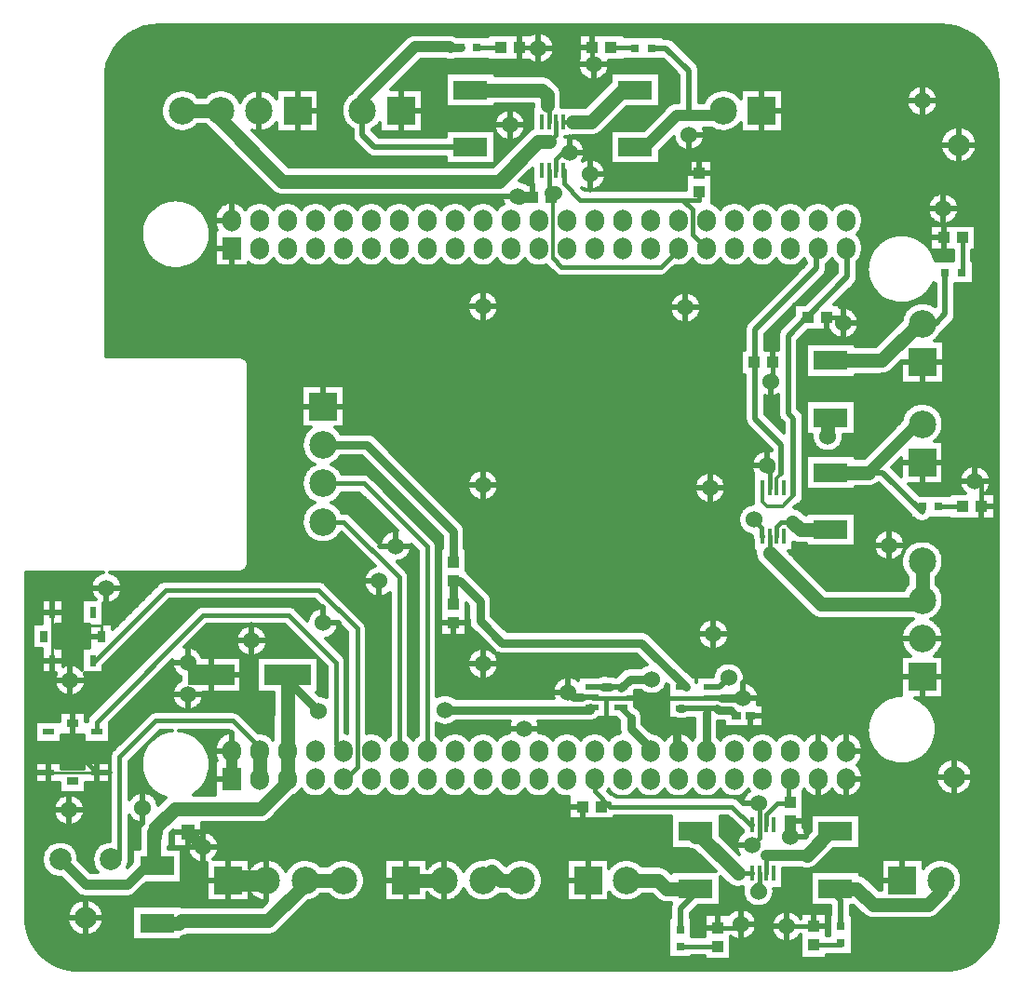
<source format=gtl>
G04 DipTrace 3.3.1.3*
G04 Powerboardv03.1.gtl*
%MOMM*%
G04 #@! TF.FileFunction,Copper,L1,Top*
G04 #@! TF.Part,Single*
G04 #@! TA.AperFunction,Conductor*
%ADD14C,0.762*%
%ADD15C,0.55*%
%ADD16C,1.27*%
%ADD17C,0.381*%
%ADD18C,0.889*%
%ADD19C,0.7*%
%ADD20C,1.905*%
%ADD21C,1.016*%
%ADD22C,0.254*%
%ADD23C,1.0*%
%ADD24C,0.3048*%
%ADD25C,0.4*%
G04 #@! TA.AperFunction,CopperBalancing*
%ADD26C,0.508*%
G04 #@! TA.AperFunction,Conductor*
%ADD27C,0.8*%
G04 #@! TA.AperFunction,CopperBalancing*
%ADD29C,0.29973*%
%ADD32R,4.2X1.9*%
%ADD34R,0.8X0.8*%
%ADD35R,1.3X1.4*%
%ADD36R,3.15X1.78*%
G04 #@! TA.AperFunction,ComponentPad*
%ADD37C,2.5*%
%ADD38R,2.5X2.5*%
%ADD39O,1.7X2.0*%
%ADD40R,1.7X2.0*%
%ADD41C,2.0*%
%ADD42R,1.0X1.1*%
%ADD43R,1.1X1.0*%
%ADD44R,0.4X1.4*%
%ADD45R,0.6X1.0*%
%ADD46R,0.8X1.0*%
%ADD47R,1.0X0.6*%
%ADD48R,1.0X0.8*%
%ADD50R,1.2X0.55*%
%ADD51R,0.9X0.7*%
G04 #@! TA.AperFunction,ViaPad*
%ADD52C,1.524*%
%FSLAX35Y35*%
G04*
G71*
G90*
G75*
G01*
G04 Top*
%LPD*%
X4050020Y710000D2*
D14*
Y700020D1*
X4130000Y780000D1*
X4330000D1*
X5030000Y790000D2*
D15*
X4945010Y705010D1*
X4865010D1*
X3790000Y710000D2*
X3888100D1*
D14*
X3951920D1*
D15*
X4050020D1*
X762000Y127000D2*
D16*
Y-127000D1*
X-590000Y-860000D2*
D17*
X-510000D1*
Y70000D1*
X-180000Y400000D1*
X520000D1*
X762000Y158000D1*
Y127000D1*
X1020000Y820000D2*
D16*
X1016000Y127000D1*
Y-127000D1*
X-180000Y-610000D2*
X-200000D1*
Y-890000D1*
X-170000Y-920000D1*
X-1050000Y-860000D2*
D18*
X-820000Y-1090000D1*
X-440000D1*
X-180000Y-830000D1*
Y-610000D1*
D16*
Y-570000D1*
X-10000Y-400000D1*
X770000D1*
X1016000Y-154000D1*
Y-127000D1*
X3790000Y520000D2*
D15*
X3770000D1*
D14*
Y500000D1*
X2450000D1*
X1300000Y490000D2*
X1020000Y770000D1*
Y820000D1*
X-751813Y950000D2*
D17*
X-730000D1*
X-90000Y1590000D1*
X1300000D1*
X1650000Y1240000D1*
Y-20000D1*
X1530000Y-140000D1*
Y-120000D1*
X1523500Y-126500D1*
X1524000Y-127000D1*
X-719377Y300000D2*
Y390623D1*
X250000Y1360000D1*
X1030000D1*
X1460000Y930000D1*
Y191000D1*
X1524000Y127000D1*
X4865010Y515010D2*
D15*
X4826000Y476000D1*
D14*
Y127000D1*
X4604990Y515010D2*
X4586910D1*
D15*
X4865010D1*
X4924990D1*
D14*
X4940000Y500000D1*
X5050000D1*
D19*
X5100000Y450000D1*
X4050020Y520000D2*
D15*
X4139367Y430653D1*
D14*
Y330633D1*
X4318000Y152000D1*
Y127000D1*
X827500Y-1050000D2*
D20*
X477500D1*
X508000Y-127000D2*
D21*
Y127000D1*
X827500Y-1050000D2*
D20*
D3*
X-1121813Y950000D2*
D22*
X-1000000D1*
X-960000Y910000D1*
Y770000D1*
X-1121813Y1390000D2*
Y950000D1*
X-676813Y1170000D2*
Y1270000D1*
X-1121813D1*
Y950000D1*
X-719377Y-70000D2*
X-1159377D1*
X320000Y820000D2*
D17*
Y640000D1*
X110000D1*
X-719377Y-70000D2*
Y-299377D1*
X-830000Y-410000D1*
X-970000D1*
X-939377Y375000D2*
Y150000D1*
X-719377Y-70000D1*
X5920000Y4070000D2*
X6070000D1*
Y4020000D1*
X5430000Y3660000D2*
Y3510000D1*
X5410000Y3490000D1*
X6980000Y5060000D2*
Y4800000D1*
X6985000Y4795000D1*
X3580000Y5570000D2*
X3520000D1*
X3460000Y5510000D1*
Y5410000D1*
X4670000Y5730000D2*
Y5380000D1*
X4760000D1*
X3790000Y6525223D2*
Y6380000D1*
X3800000Y6370000D1*
X3130000Y6526683D2*
X3292413D1*
X3300000Y6519097D1*
X5300000Y-350000D2*
X5307500Y-357500D1*
Y-547500D1*
X5560000Y-1470000D2*
X5800000D1*
X7330000Y2350000D2*
Y2580000D1*
X7270000D1*
X4930000Y-1480000D2*
X5110000D1*
X5140000Y-1450000D1*
X5307500Y-547500D2*
Y-662500D1*
X5240000Y-730000D1*
X3245000Y5165000D2*
D23*
X3126500D1*
D16*
X3121500Y5170000D1*
X3110000D1*
X5590000Y-650000D2*
D3*
D23*
Y-510000D1*
X2095000Y-1050000D2*
D24*
X2445000D1*
X2095000D2*
D16*
X2445000D1*
X5380000Y2720000D2*
D21*
X5400000Y2700000D1*
D25*
Y2520000D1*
X110000Y-610000D2*
D21*
X250000Y-750000D1*
X4865010Y610010D2*
D15*
X4963110D1*
D14*
X4963120Y610000D1*
X5160000D1*
X3790000Y615000D2*
D15*
X3695000D1*
D14*
X3615000D1*
X3570000Y660000D1*
X4572000Y127000D2*
X4560000D1*
Y320000D1*
X4390000Y490000D1*
Y590000D1*
D17*
X4410010Y610010D1*
X4865010D1*
X3790000Y615000D2*
X3794990Y610010D1*
X4865010D1*
X2032000Y127000D2*
Y1708000D1*
X1530000Y2210000D1*
X1340000D1*
Y2560000D2*
X1710000D1*
X2286000Y1984000D1*
Y127000D1*
X60000Y5950000D2*
D16*
X410000D1*
X420000Y5940000D1*
X340000D1*
X970000Y5310000D1*
X2940000D1*
X3300000Y5670000D1*
X3400000D1*
D25*
X3460000Y5730000D1*
Y5850000D1*
X5300000Y-1150000D2*
D21*
Y-1121000D1*
D25*
X5307500D1*
Y-987500D1*
X2795000Y-1050000D2*
D16*
X2875607Y-969393D1*
X2956213Y-1050000D1*
X3145000D1*
X6790000Y1850000D2*
Y1500000D1*
X6750000Y1460000D1*
X5870000D1*
X5400000Y1930000D1*
D25*
Y2080000D1*
X2740000Y6522507D2*
D17*
X2960000D1*
Y6526683D1*
X3960000Y6525223D2*
X4180000D1*
Y6520000D1*
X6050000Y-1620000D2*
Y-1640000D1*
X5800000D1*
X4590000Y-1650000D2*
X4930000D1*
X7160000Y2350000D2*
X6940000D1*
X7155000Y4795000D2*
Y4485000D1*
X7150000Y4480000D1*
X2525000Y1675000D2*
D14*
X2585000D1*
X2770000Y1490000D1*
Y1310000D1*
X2970000Y1110000D1*
X4240000D1*
X4644990Y705010D1*
D15*
X4604990D1*
X2525000Y1675000D2*
D14*
Y1465000D1*
X1177500Y-1050000D2*
D16*
X1527500D1*
X1177500D2*
Y-1082500D1*
X840000Y-1420000D1*
X52000D1*
X32000Y-1440000D1*
X-170000D1*
X2680000Y6140000D2*
X3330000D1*
X3380000Y6090000D1*
Y6000000D1*
D25*
X3395000D1*
Y5850000D1*
X4180000Y6140000D2*
D16*
X4070000D1*
X3780000Y5850000D1*
X3608500D1*
D25*
X3525000D1*
X6000000Y-605000D2*
D16*
X5955000D1*
X5740000Y-820000D1*
D21*
X5372500D1*
D25*
Y-987500D1*
X4730000Y-605000D2*
D16*
Y-650000D1*
Y-605000D2*
X5112500Y-987500D1*
D25*
X5242500D1*
X5465000Y2080000D2*
Y2165000D1*
X5510000Y2210000D1*
X5610000D1*
D16*
X5680000Y2140000D1*
X5955000D1*
Y3160000D2*
X5930000D1*
Y2990000D1*
X5260000Y2230000D2*
D25*
X5330000Y2160000D1*
Y2080000D1*
X5335000D1*
X1700000Y5950000D2*
D26*
Y5730000D1*
X1810000Y5620000D1*
X2680000D1*
X2590000Y6522507D2*
D27*
X2496693D1*
D21*
X2489200Y6530000D1*
X2180000D1*
X1700000Y6050000D1*
Y5950000D1*
X4180000Y5620000D2*
D26*
X4270000D1*
D21*
X4560000Y5910000D1*
X4670000D1*
X4940000D1*
D26*
X4980000Y5950000D1*
X4330000Y6520000D2*
X4460000D1*
X4670000Y6310000D1*
Y5910000D1*
X6000000Y-1125000D2*
Y-1180000D1*
X6050000Y-1230000D1*
Y-1470000D1*
X6000000Y-1125000D2*
D16*
X6195000D1*
X6340000Y-1270000D1*
X6840000D1*
X6960000Y-1150000D1*
Y-1050000D1*
X4730000Y-1125000D2*
D26*
Y-1170000D1*
X4590000Y-1310000D1*
Y-1500000D1*
X4100000Y-1050000D2*
D16*
X4390000D1*
X4465000Y-1125000D1*
X4730000D1*
X5955000Y2660000D2*
D26*
X6430000D1*
X6790000Y2300000D1*
Y2350000D1*
Y3100000D2*
D16*
Y3150000D1*
D21*
X6300000Y2660000D1*
D16*
X5955000D1*
X7000000Y4480000D2*
D26*
Y4100000D1*
X6915000Y4015000D1*
X6792500D1*
X5955000Y3680000D2*
D16*
X6420000D1*
X6755000Y4015000D1*
X6792500D1*
X3395000Y5410000D2*
D17*
Y5265000D1*
X3451293Y5208707D1*
X3430000Y5230000D1*
D24*
Y4610000D1*
D17*
X3510000Y4530000D1*
X4410000D1*
X4572000Y4692000D1*
Y4699000D1*
X3415000Y5165000D2*
D23*
Y5208707D1*
D16*
X3451293D1*
X3525000Y5410000D2*
D17*
X3530000D1*
Y5290000D1*
X3680000Y5140000D1*
X4610000D1*
X4700000Y5050000D1*
Y4825000D1*
X4826000Y4699000D1*
X4760000Y5210000D2*
Y5140000D1*
X4610000D1*
X5842000Y4699000D2*
D26*
X5830000D1*
Y4520000D1*
X5270000Y3960000D1*
Y3660000D1*
X5260000D1*
X5270000D2*
Y3150000D1*
X5510000Y2910000D1*
Y2650000D1*
D24*
X5465000Y2605000D1*
Y2520000D1*
X6096000Y4699000D2*
D26*
X6110000D1*
Y4440000D1*
X5740000Y4070000D1*
X5750000D1*
X5745000Y4075000D1*
X5570000Y3900000D1*
Y3200000D1*
X5620000Y3150000D1*
Y2450000D1*
D24*
X5520000Y2350000D1*
X5380000D1*
X5335000Y2395000D1*
Y2520000D1*
X3810000Y-127000D2*
D17*
Y-240000D1*
X3950000Y-380000D1*
X5060000D1*
X5227500Y-547500D1*
X5242500D1*
X3870000Y-380000D2*
D24*
X3900000Y-350000D1*
X3950000D1*
Y-380000D1*
X5588000Y-127000D2*
D17*
X5570000D1*
Y-350000D1*
X5470000D1*
X5372500Y-447500D1*
Y-547500D1*
X5590000Y-340000D2*
D24*
X5570000Y-350000D1*
X2525000Y1845000D2*
D14*
Y2125000D1*
X1740000Y2910000D1*
X1340000D1*
D52*
X4330000Y780000D3*
X5030000Y790000D3*
X2450000Y500000D3*
X1300000Y490000D3*
X5300000Y-1150000D3*
X5930000Y2990000D3*
X5260000Y2230000D3*
X250000Y-750000D3*
X-300000Y-390000D3*
X6490000Y2000000D3*
X1850000Y1670000D3*
X5560000Y-1470000D3*
X3040000Y5820000D3*
X3770000Y5370000D3*
X2795000Y4170000D3*
X4635000Y4160000D3*
X7270000Y2580000D3*
X690000Y1130000D3*
X-960000Y770000D3*
X-970000Y-410000D3*
X110000Y640000D3*
X6070000Y4020000D3*
X3580000Y5570000D3*
X5410000Y3490000D3*
X3800000Y6370000D3*
X3300000Y6519097D3*
X2795000Y920000D3*
X5300000Y-350000D3*
X5140000Y-1450000D3*
X-630000Y1610000D3*
X6980000Y5060000D3*
X5380000Y2720000D3*
X4890000Y1190000D3*
X2795000Y2545000D3*
X6790000Y6040000D3*
X3110000Y5170000D3*
X1340000Y1290000D3*
X2000000Y1990000D3*
X4670000Y5730000D3*
X5590000Y-650000D3*
X4860000Y2520000D3*
X110000Y930000D3*
X5240000Y-730000D3*
X3570000Y660000D3*
X3170000Y330000D3*
X5160000Y610000D3*
X-320120Y6695333D2*
D29*
X7126767D1*
X-385627Y6665693D2*
X7196257D1*
X-434920Y6636053D2*
X2125727D1*
X2543447D2*
X2835017D1*
X3385627D2*
X3665023D1*
X4084963D2*
X7244787D1*
X-470163Y6606413D2*
X2086857D1*
X3416477D2*
X3665023D1*
X4495693D2*
X7284010D1*
X-502127Y6576773D2*
X2057177D1*
X3434040D2*
X3665023D1*
X4536847D2*
X7318723D1*
X-527063Y6547133D2*
X2027553D1*
X3443407D2*
X3665023D1*
X4566530D2*
X7345067D1*
X-550480Y6517493D2*
X1997930D1*
X3446157D2*
X3665023D1*
X4596150D2*
X7370357D1*
X-567750Y6487853D2*
X1968310D1*
X3442703D2*
X3665023D1*
X4625773D2*
X7389910D1*
X-584963Y6458213D2*
X1938627D1*
X3432577D2*
X3665023D1*
X4655453D2*
X7408000D1*
X-597257Y6428573D2*
X1909007D1*
X3413960D2*
X3665023D1*
X4685077D2*
X7423397D1*
X-608263Y6398933D2*
X1879383D1*
X2218480D2*
X3219110D1*
X3380883D2*
X3656767D1*
X3943237D2*
X4447430D1*
X4714697D2*
X7435633D1*
X-618157Y6369293D2*
X1849703D1*
X2188860D2*
X3653840D1*
X3946163D2*
X4477053D1*
X4743850D2*
X7447810D1*
X-623600Y6339653D2*
X1820080D1*
X2159237D2*
X3657060D1*
X3942943D2*
X4506677D1*
X4760477D2*
X7455303D1*
X-629103Y6310013D2*
X1790460D1*
X2129557D2*
X3667013D1*
X3932990D2*
X4536357D1*
X4765393D2*
X7462327D1*
X-632147Y6280373D2*
X1760780D1*
X2099933D2*
X2452507D1*
X2907457D2*
X3685337D1*
X3914667D2*
X3952520D1*
X4407470D2*
X4565977D1*
X4765393D2*
X7468180D1*
X-632500Y6250733D2*
X1731157D1*
X2070313D2*
X2452507D1*
X3402017D2*
X3717767D1*
X3882233D2*
X3952520D1*
X4407470D2*
X4574643D1*
X4765393D2*
X7470407D1*
X-632790Y6221093D2*
X1701533D1*
X2040690D2*
X2452507D1*
X3436440D2*
X3952520D1*
X4407470D2*
X4574643D1*
X4765393D2*
X7472630D1*
X-632967Y6191453D2*
X1671853D1*
X2011010D2*
X2452507D1*
X3466063D2*
X3933903D1*
X4407470D2*
X4574643D1*
X4765393D2*
X7473977D1*
X-632967Y6161813D2*
X1642233D1*
X1981387D2*
X2452507D1*
X3491937D2*
X3904283D1*
X4407470D2*
X4574643D1*
X4765393D2*
X6711763D1*
X6868270D2*
X7473977D1*
X-632967Y6132173D2*
X-3610D1*
X123567D2*
X346413D1*
X473587D2*
X696433D1*
X823610D2*
X915027D1*
X1304997D2*
X1612610D1*
X2245000D2*
X2452507D1*
X3506457D2*
X3874660D1*
X4407470D2*
X4574643D1*
X4765393D2*
X4916410D1*
X5043583D2*
X5135003D1*
X5524973D2*
X6677460D1*
X6902577D2*
X7473977D1*
X-632967Y6102533D2*
X-59573D1*
X179590D2*
X290447D1*
X529553D2*
X640407D1*
X879573D2*
X915027D1*
X1304997D2*
X1580413D1*
X2245000D2*
X2452507D1*
X3512897D2*
X3844980D1*
X4407470D2*
X4574643D1*
X4765393D2*
X4860443D1*
X5099610D2*
X5135003D1*
X5524973D2*
X6658200D1*
X6921777D2*
X7473977D1*
X-632967Y6072893D2*
X-90483D1*
X560523D2*
X609497D1*
X1304997D2*
X1549503D1*
X2245000D2*
X2452507D1*
X3513480D2*
X3815357D1*
X4407470D2*
X4574643D1*
X4765393D2*
X4829533D1*
X5524973D2*
X6647660D1*
X6932373D2*
X7473977D1*
X-632967Y6043253D2*
X-110800D1*
X1304997D2*
X1529187D1*
X2245000D2*
X2452507D1*
X3513480D2*
X3785733D1*
X4407470D2*
X4574643D1*
X4765393D2*
X4809160D1*
X5524973D2*
X6643857D1*
X6936120D2*
X7473977D1*
X-632967Y6013613D2*
X-124147D1*
X1304997D2*
X1515840D1*
X2245000D2*
X2452507D1*
X3513480D2*
X3756053D1*
X4407470D2*
X4500997D1*
X5524973D2*
X6646257D1*
X6933720D2*
X7473977D1*
X-632967Y5983973D2*
X-131933D1*
X1304997D2*
X1508053D1*
X2245000D2*
X3240010D1*
X3614993D2*
X3726433D1*
X4101533D2*
X4464410D1*
X5524973D2*
X6655213D1*
X6924763D2*
X7473977D1*
X-632967Y5954333D2*
X-134917D1*
X1304997D2*
X1505070D1*
X2245000D2*
X2987460D1*
X3092567D2*
X3240010D1*
X4071850D2*
X4434787D1*
X5524973D2*
X6672250D1*
X6907727D2*
X7473977D1*
X-632967Y5924693D2*
X-133280D1*
X1304997D2*
X1506707D1*
X2245000D2*
X2939340D1*
X3140687D2*
X3240010D1*
X4042230D2*
X4405107D1*
X5524973D2*
X6702107D1*
X6877870D2*
X7473977D1*
X-632967Y5895053D2*
X-126957D1*
X1304997D2*
X1513030D1*
X2245000D2*
X2915043D1*
X3164923D2*
X3240010D1*
X4012607D2*
X4375483D1*
X5524973D2*
X7473977D1*
X-632967Y5865413D2*
X-115363D1*
X1304997D2*
X1524680D1*
X2245000D2*
X2901230D1*
X3178797D2*
X3240010D1*
X3982927D2*
X4345860D1*
X5524973D2*
X7473977D1*
X-632967Y5835773D2*
X-97333D1*
X1304997D2*
X1542710D1*
X2245000D2*
X2894673D1*
X3185297D2*
X3240010D1*
X3953303D2*
X4316180D1*
X5524973D2*
X7473977D1*
X-632967Y5806133D2*
X-70113D1*
X190130D2*
X279850D1*
X890113D2*
X915027D1*
X1304997D2*
X1569873D1*
X1830117D2*
X1855030D1*
X2245000D2*
X2894497D1*
X3185530D2*
X3240010D1*
X3923683D2*
X4286560D1*
X5110147D2*
X5135003D1*
X5524973D2*
X7100130D1*
X7139843D2*
X7473977D1*
X-632967Y5776493D2*
X-25153D1*
X145170D2*
X315970D1*
X845153D2*
X915027D1*
X1304997D2*
X1604590D1*
X1795400D2*
X1855030D1*
X2245000D2*
X2900583D1*
X3179443D2*
X3221627D1*
X3894003D2*
X4256937D1*
X4808423D2*
X4894807D1*
X5065187D2*
X5135003D1*
X5524973D2*
X7020807D1*
X7219170D2*
X7473977D1*
X-632967Y5746853D2*
X345593D1*
X720693D2*
X1604590D1*
X1816827D2*
X2452507D1*
X3166093D2*
X3189313D1*
X3862917D2*
X3952520D1*
X4815213D2*
X6988667D1*
X7251307D2*
X7473977D1*
X-632967Y5717213D2*
X375273D1*
X750313D2*
X1605527D1*
X1846450D2*
X2452507D1*
X2907457D2*
X2937290D1*
X3142677D2*
X3159680D1*
X3614993D2*
X3952520D1*
X4815623D2*
X6968937D1*
X7271037D2*
X7473977D1*
X-632967Y5687573D2*
X404897D1*
X779937D2*
X1614950D1*
X2907457D2*
X2982543D1*
X3097427D2*
X3130067D1*
X3664693D2*
X3952520D1*
X4507167D2*
X4530267D1*
X4809770D2*
X6956937D1*
X7283037D2*
X7473977D1*
X-632967Y5657933D2*
X434517D1*
X809617D2*
X1638427D1*
X2907457D2*
X3100387D1*
X3696013D2*
X3952520D1*
X4477487D2*
X4543263D1*
X4796713D2*
X6950967D1*
X7289010D2*
X7473977D1*
X-632967Y5628293D2*
X464197D1*
X839240D2*
X1668050D1*
X2907457D2*
X3070767D1*
X3713753D2*
X3952520D1*
X4447863D2*
X4566213D1*
X4773767D2*
X6950440D1*
X7289593D2*
X7473977D1*
X-632967Y5598653D2*
X493820D1*
X868860D2*
X1697670D1*
X2907457D2*
X3041143D1*
X3723293D2*
X3952520D1*
X4418243D2*
X4610000D1*
X4730037D2*
X6955240D1*
X7284793D2*
X7473977D1*
X-632967Y5569013D2*
X523443D1*
X898543D2*
X1727350D1*
X2907457D2*
X3011463D1*
X3726163D2*
X3952520D1*
X4407470D2*
X6965837D1*
X7274140D2*
X7473977D1*
X-632967Y5539373D2*
X553123D1*
X928163D2*
X1761890D1*
X2907457D2*
X2981840D1*
X3722883D2*
X3952520D1*
X4407470D2*
X6983750D1*
X7256283D2*
X7473977D1*
X-632967Y5509733D2*
X582743D1*
X957787D2*
X2452507D1*
X2907457D2*
X2952220D1*
X3712873D2*
X3735740D1*
X3804257D2*
X3952520D1*
X4407470D2*
X7012550D1*
X7227480D2*
X7473977D1*
X-632967Y5480093D2*
X612367D1*
X987467D2*
X2452507D1*
X2907457D2*
X2922537D1*
X3864557D2*
X3952520D1*
X4407470D2*
X4640033D1*
X4879960D2*
X7068927D1*
X7171107D2*
X7473977D1*
X-632967Y5450453D2*
X641990D1*
X1017090D2*
X2892917D1*
X3891427D2*
X4640033D1*
X4879960D2*
X7473977D1*
X-632967Y5420813D2*
X671670D1*
X3906880D2*
X4640033D1*
X4879960D2*
X7473977D1*
X-632967Y5391173D2*
X701290D1*
X3208713D2*
X3240010D1*
X3914610D2*
X4640033D1*
X4879960D2*
X7473977D1*
X-632967Y5361533D2*
X730913D1*
X3179090D2*
X3240010D1*
X3915953D2*
X4640033D1*
X4879960D2*
X7473977D1*
X-632967Y5331893D2*
X760593D1*
X3149410D2*
X3240010D1*
X3911037D2*
X4640033D1*
X4879960D2*
X7473977D1*
X-632967Y5302253D2*
X790217D1*
X3167850D2*
X3240010D1*
X3899153D2*
X4640033D1*
X4879960D2*
X7473977D1*
X-632967Y5272613D2*
X819840D1*
X3877960D2*
X4640033D1*
X4879960D2*
X7473977D1*
X-632967Y5242973D2*
X849520D1*
X3839090D2*
X4640033D1*
X4879960D2*
X7473977D1*
X-632967Y5213333D2*
X879377D1*
X4879960D2*
X7473977D1*
X-632967Y5183693D2*
X934230D1*
X4879960D2*
X6904893D1*
X7055133D2*
X7473977D1*
X-632967Y5154053D2*
X2964687D1*
X4879960D2*
X6869067D1*
X7090963D2*
X7473977D1*
X-632967Y5124413D2*
X-104887D1*
X104833D2*
X2971243D1*
X4879960D2*
X6849103D1*
X7110867D2*
X7473977D1*
X-632967Y5094773D2*
X-167877D1*
X167883D2*
X421170D1*
X594827D2*
X675183D1*
X848840D2*
X929193D1*
X1102853D2*
X1183147D1*
X1356807D2*
X1437160D1*
X1610817D2*
X1691173D1*
X1864830D2*
X1945183D1*
X2118843D2*
X2199197D1*
X2372857D2*
X2453150D1*
X2626810D2*
X2707163D1*
X2880820D2*
X2961177D1*
X4912803D2*
X4993157D1*
X5166813D2*
X5247170D1*
X5420827D2*
X5501180D1*
X5674840D2*
X5755193D1*
X5928850D2*
X6009147D1*
X6182807D2*
X6838097D1*
X7121873D2*
X7473977D1*
X-632967Y5065133D2*
X-208503D1*
X208510D2*
X388093D1*
X6215880D2*
X6833883D1*
X7126087D2*
X7473977D1*
X-632967Y5035493D2*
X-238653D1*
X238660D2*
X368833D1*
X6235200D2*
X6835930D1*
X7124097D2*
X7473977D1*
X-632967Y5005853D2*
X-262010D1*
X262017D2*
X357827D1*
X6246207D2*
X6844480D1*
X7115550D2*
X7473977D1*
X-632967Y4976213D2*
X-280217D1*
X280223D2*
X353260D1*
X6250773D2*
X6860870D1*
X7099100D2*
X7473977D1*
X-632967Y4946573D2*
X-294327D1*
X294333D2*
X353027D1*
X6251007D2*
X6889613D1*
X7070357D2*
X7473977D1*
X-632967Y4916933D2*
X-304923D1*
X304930D2*
X354490D1*
X6249543D2*
X7473977D1*
X-632967Y4887293D2*
X-312300D1*
X312307D2*
X361750D1*
X6242283D2*
X6859993D1*
X7279993D2*
X7473977D1*
X-632967Y4857653D2*
X-316747D1*
X316697D2*
X353027D1*
X6228000D2*
X6859993D1*
X7279993D2*
X7473977D1*
X-632967Y4828013D2*
X-318330D1*
X318337D2*
X353027D1*
X6203880D2*
X6859993D1*
X7279993D2*
X7473977D1*
X-632967Y4798373D2*
X-317100D1*
X317107D2*
X353027D1*
X6225423D2*
X6476897D1*
X6731107D2*
X6859993D1*
X7279993D2*
X7473977D1*
X-632967Y4768733D2*
X-313060D1*
X313067D2*
X353027D1*
X6240760D2*
X6422920D1*
X6785083D2*
X6859993D1*
X7279993D2*
X7473977D1*
X-632967Y4739093D2*
X-306093D1*
X306100D2*
X353027D1*
X6248900D2*
X6385920D1*
X6822080D2*
X6859993D1*
X7279993D2*
X7473977D1*
X-632967Y4709453D2*
X-295967D1*
X295973D2*
X353027D1*
X6251007D2*
X6357997D1*
X7279993D2*
X7473977D1*
X-632967Y4679813D2*
X-282383D1*
X282390D2*
X353027D1*
X6250947D2*
X6336277D1*
X7279993D2*
X7473977D1*
X-632967Y4650173D2*
X-264763D1*
X264770D2*
X353027D1*
X6247143D2*
X6319300D1*
X6888700D2*
X7065940D1*
X7244050D2*
X7473977D1*
X-632967Y4620533D2*
X-242167D1*
X242173D2*
X353027D1*
X6237073D2*
X6306247D1*
X6901757D2*
X7065940D1*
X7244050D2*
X7473977D1*
X-632967Y4590893D2*
X-213130D1*
X213137D2*
X353027D1*
X6219100D2*
X6296647D1*
X6911357D2*
X7065940D1*
X7244050D2*
X7473977D1*
X-632967Y4561253D2*
X-174257D1*
X174263D2*
X353027D1*
X854637D2*
X923400D1*
X1108647D2*
X1177353D1*
X1362600D2*
X1431363D1*
X1616613D2*
X1685377D1*
X1870627D2*
X1939390D1*
X2124640D2*
X2193400D1*
X2378650D2*
X2447357D1*
X2632603D2*
X2701367D1*
X2886617D2*
X2955380D1*
X3140630D2*
X3209393D1*
X4664643D2*
X4733350D1*
X4918597D2*
X4987360D1*
X5172610D2*
X5241373D1*
X5426623D2*
X5495387D1*
X5680633D2*
X5734647D1*
X5934647D2*
X6003353D1*
X6205403D2*
X6290147D1*
X7259973D2*
X7473977D1*
X-632967Y4531613D2*
X-115950D1*
X115957D2*
X3383730D1*
X4536263D2*
X5707950D1*
X5925397D2*
X6014593D1*
X6205403D2*
X6286517D1*
X7259973D2*
X7473977D1*
X-632967Y4501973D2*
X3413350D1*
X4506640D2*
X5678330D1*
X5923583D2*
X6014593D1*
X6205403D2*
X6285757D1*
X7259973D2*
X7473977D1*
X-632967Y4472333D2*
X3442973D1*
X4477017D2*
X5648707D1*
X5912110D2*
X6008680D1*
X6205403D2*
X6287747D1*
X7259973D2*
X7473977D1*
X-632967Y4442693D2*
X5619027D1*
X5886350D2*
X5979057D1*
X6205403D2*
X6292607D1*
X7259973D2*
X7473977D1*
X-632967Y4413053D2*
X5589403D1*
X5856727D2*
X5949377D1*
X6201363D2*
X6300450D1*
X7259973D2*
X7473977D1*
X-632967Y4383413D2*
X5559780D1*
X5827047D2*
X5919753D1*
X6186027D2*
X6311573D1*
X7259973D2*
X7473977D1*
X-632967Y4353773D2*
X5530100D1*
X5797427D2*
X5890133D1*
X6157397D2*
X6326267D1*
X6881733D2*
X6904600D1*
X7095410D2*
X7473977D1*
X-632967Y4324133D2*
X5500480D1*
X5767803D2*
X5860510D1*
X6127777D2*
X6345177D1*
X6862827D2*
X6904600D1*
X7095410D2*
X7473977D1*
X-632967Y4294493D2*
X2721273D1*
X2868760D2*
X4582897D1*
X4687123D2*
X5470857D1*
X5738123D2*
X5830830D1*
X6098153D2*
X6369413D1*
X6838590D2*
X6904600D1*
X7095410D2*
X7473977D1*
X-632967Y4264853D2*
X2684743D1*
X2905233D2*
X4534483D1*
X4735480D2*
X5441177D1*
X5708500D2*
X5801207D1*
X6068533D2*
X6400850D1*
X6807153D2*
X6904600D1*
X7095410D2*
X7473977D1*
X-632967Y4235213D2*
X2664543D1*
X2925490D2*
X4510187D1*
X4759833D2*
X5411553D1*
X5678880D2*
X5771587D1*
X6038850D2*
X6443703D1*
X6764300D2*
X6904600D1*
X7095410D2*
X7473977D1*
X-632967Y4205573D2*
X2653303D1*
X2936670D2*
X4496257D1*
X4773767D2*
X5381933D1*
X5649197D2*
X5741903D1*
X6009230D2*
X6513483D1*
X6694517D2*
X6766267D1*
X6818743D2*
X6904600D1*
X7095410D2*
X7473977D1*
X-632967Y4175933D2*
X2648913D1*
X2941060D2*
X4489700D1*
X4780323D2*
X5352310D1*
X6044997D2*
X6684837D1*
X7095410D2*
X7473977D1*
X-632967Y4146293D2*
X2650787D1*
X2939187D2*
X4489463D1*
X4780497D2*
X5322630D1*
X5589953D2*
X5624997D1*
X6140480D2*
X6649417D1*
X7095410D2*
X7473977D1*
X-632967Y4116653D2*
X2659100D1*
X2930873D2*
X4495553D1*
X4774470D2*
X5293007D1*
X5560333D2*
X5624997D1*
X6178650D2*
X6626643D1*
X7095410D2*
X7473977D1*
X-632967Y4087013D2*
X2675317D1*
X2914657D2*
X4508840D1*
X4761180D2*
X5263387D1*
X5530650D2*
X5623357D1*
X6199547D2*
X6611540D1*
X7094473D2*
X7473977D1*
X-632967Y4057373D2*
X2703593D1*
X2886440D2*
X4532140D1*
X4737820D2*
X5233703D1*
X5501030D2*
X5593737D1*
X6211197D2*
X6602233D1*
X7084933D2*
X7473977D1*
X-632967Y4027733D2*
X2775833D1*
X2814200D2*
X4577160D1*
X4692860D2*
X5204083D1*
X5471407D2*
X5564057D1*
X6216000D2*
X6580220D1*
X7061400D2*
X7473977D1*
X-632967Y3998093D2*
X5182833D1*
X5441727D2*
X5534433D1*
X6214477D2*
X6550540D1*
X7031717D2*
X7473977D1*
X-632967Y3968453D2*
X5174987D1*
X5412103D2*
X5504810D1*
X6206573D2*
X6520920D1*
X7002097D2*
X7473977D1*
X-632967Y3938813D2*
X5174637D1*
X5382483D2*
X5483150D1*
X5742453D2*
X5949083D1*
X6190943D2*
X6491297D1*
X6971713D2*
X7473977D1*
X-632967Y3909173D2*
X5174637D1*
X5365387D2*
X5475073D1*
X5712833D2*
X5976363D1*
X6163663D2*
X6461617D1*
X6955673D2*
X7473977D1*
X-632967Y3879533D2*
X5174637D1*
X5365387D2*
X5474603D1*
X5683210D2*
X6039237D1*
X6100790D2*
X6431993D1*
X6931553D2*
X7473977D1*
X-632967Y3849893D2*
X5174637D1*
X5365387D2*
X5474603D1*
X5665357D2*
X6402373D1*
X6987460D2*
X7473977D1*
X-632967Y3820253D2*
X5174637D1*
X5365387D2*
X5474603D1*
X5665357D2*
X5727503D1*
X6182453D2*
X6372750D1*
X6987460D2*
X7473977D1*
X-632967Y3790613D2*
X5174637D1*
X5365387D2*
X5474603D1*
X5665357D2*
X5727503D1*
X6987460D2*
X7473977D1*
X-632967Y3760973D2*
X5135003D1*
X5665357D2*
X5727503D1*
X6987460D2*
X7473977D1*
X-632967Y3731333D2*
X5135003D1*
X5665357D2*
X5727503D1*
X6987460D2*
X7473977D1*
X623747Y3701693D2*
X5135003D1*
X5665357D2*
X5727503D1*
X6987460D2*
X7473977D1*
X654480Y3672053D2*
X5135003D1*
X5665357D2*
X5727503D1*
X6987460D2*
X7473977D1*
X665020Y3642413D2*
X5135003D1*
X5665357D2*
X5727503D1*
X6569940D2*
X6597490D1*
X6987460D2*
X7473977D1*
X667010Y3612773D2*
X5135003D1*
X5665357D2*
X5727503D1*
X6540320D2*
X6597490D1*
X6987460D2*
X7473977D1*
X667010Y3583133D2*
X5135003D1*
X5665357D2*
X5727503D1*
X6510403D2*
X6597490D1*
X6987460D2*
X7473977D1*
X667010Y3553493D2*
X5135003D1*
X5665357D2*
X5727503D1*
X6454967D2*
X6597490D1*
X6987460D2*
X7473977D1*
X667010Y3523853D2*
X5174637D1*
X5665357D2*
X6597490D1*
X6987460D2*
X7473977D1*
X667010Y3494213D2*
X5174637D1*
X5665357D2*
X6597490D1*
X6987460D2*
X7473977D1*
X667010Y3464573D2*
X5174637D1*
X5665357D2*
X7473977D1*
X667010Y3434933D2*
X1145037D1*
X1535007D2*
X5174637D1*
X5665357D2*
X7473977D1*
X667010Y3405293D2*
X1145037D1*
X1535007D2*
X5174637D1*
X5665357D2*
X7473977D1*
X667010Y3375653D2*
X1145037D1*
X1535007D2*
X5174637D1*
X5665357D2*
X7473977D1*
X667010Y3346013D2*
X1145037D1*
X1535007D2*
X5174637D1*
X5365387D2*
X5474603D1*
X5665357D2*
X7473977D1*
X667010Y3316373D2*
X1145037D1*
X1535007D2*
X5174637D1*
X5365387D2*
X5474603D1*
X5665357D2*
X7473977D1*
X667010Y3286733D2*
X1145037D1*
X1535007D2*
X5174637D1*
X5365387D2*
X5474603D1*
X5665357D2*
X5727503D1*
X6182513D2*
X6742383D1*
X6837593D2*
X7473977D1*
X667010Y3257093D2*
X1145037D1*
X1535007D2*
X5174637D1*
X5365387D2*
X5474603D1*
X5665357D2*
X5727503D1*
X6182513D2*
X6676640D1*
X6903337D2*
X7473977D1*
X667010Y3227453D2*
X1145037D1*
X1535007D2*
X5174637D1*
X5365387D2*
X5474603D1*
X5676187D2*
X5727503D1*
X6182513D2*
X6643447D1*
X6936587D2*
X7473977D1*
X667010Y3197813D2*
X1145037D1*
X1535007D2*
X5174637D1*
X5365387D2*
X5474663D1*
X5702060D2*
X5727503D1*
X6182513D2*
X6621787D1*
X6958190D2*
X7473977D1*
X667010Y3168173D2*
X1145037D1*
X1535007D2*
X5174637D1*
X5385467D2*
X5480283D1*
X6182513D2*
X6607503D1*
X6972473D2*
X7473977D1*
X667010Y3138533D2*
X1145037D1*
X1535007D2*
X5175340D1*
X5415090D2*
X5498020D1*
X6182513D2*
X6598897D1*
X6981080D2*
X7473977D1*
X667010Y3108893D2*
X1145037D1*
X1535007D2*
X5184237D1*
X5444770D2*
X5524597D1*
X6182513D2*
X6579343D1*
X6984767D2*
X7473977D1*
X667010Y3079253D2*
X1145037D1*
X1535007D2*
X5207067D1*
X5474393D2*
X5524597D1*
X6182513D2*
X6549663D1*
X6983830D2*
X7473977D1*
X667010Y3049613D2*
X1205217D1*
X1474767D2*
X5236750D1*
X5504013D2*
X5524597D1*
X6182513D2*
X6520040D1*
X6978270D2*
X7473977D1*
X667010Y3019973D2*
X1179637D1*
X1500350D2*
X5266370D1*
X6182513D2*
X6490420D1*
X6967497D2*
X7473977D1*
X667010Y2990333D2*
X1162660D1*
X1810737D2*
X5295993D1*
X5715410D2*
X5783820D1*
X6076200D2*
X6460737D1*
X6950580D2*
X7473977D1*
X667010Y2960693D2*
X1151827D1*
X1840947D2*
X5325673D1*
X5715410D2*
X5786863D1*
X6073157D2*
X6431117D1*
X6925113D2*
X7473977D1*
X667010Y2931053D2*
X1146150D1*
X1870567D2*
X5355297D1*
X5715410D2*
X5796523D1*
X6063497D2*
X6401493D1*
X6985003D2*
X7473977D1*
X667010Y2901413D2*
X1145213D1*
X1900190D2*
X5384917D1*
X5715410D2*
X5814497D1*
X6045467D2*
X6371813D1*
X6985003D2*
X7473977D1*
X667010Y2871773D2*
X1148843D1*
X1929813D2*
X5414597D1*
X5715410D2*
X5846227D1*
X6013797D2*
X6342190D1*
X6985003D2*
X7473977D1*
X667010Y2842133D2*
X1157390D1*
X1959493D2*
X5302257D1*
X5715410D2*
X6312570D1*
X6985003D2*
X7473977D1*
X667010Y2812493D2*
X1171617D1*
X1989113D2*
X5267717D1*
X6182513D2*
X6282947D1*
X6985003D2*
X7473977D1*
X667010Y2782853D2*
X1193160D1*
X1486827D2*
X1715527D1*
X2018737D2*
X5248340D1*
X6985003D2*
X7473977D1*
X667010Y2753213D2*
X1226177D1*
X1453810D2*
X1745147D1*
X2048417D2*
X5237743D1*
X6562800D2*
X6595033D1*
X6985003D2*
X7473977D1*
X667010Y2723573D2*
X1236480D1*
X1443507D2*
X1774830D1*
X2078040D2*
X5233880D1*
X6533120D2*
X6595033D1*
X6985003D2*
X7473977D1*
X667010Y2693933D2*
X1199423D1*
X1480563D2*
X1804450D1*
X2107660D2*
X5236223D1*
X6529723D2*
X6595033D1*
X6985003D2*
X7180273D1*
X7359727D2*
X7473977D1*
X667010Y2664293D2*
X1175830D1*
X1504213D2*
X1834073D1*
X2137343D2*
X2712783D1*
X2877190D2*
X5245120D1*
X6559347D2*
X6595033D1*
X6985003D2*
X7151237D1*
X7388763D2*
X7473977D1*
X667010Y2634653D2*
X1160140D1*
X1755767D2*
X1863753D1*
X2166963D2*
X2680350D1*
X2909623D2*
X4771227D1*
X4948747D2*
X5245003D1*
X6985003D2*
X7134670D1*
X7405330D2*
X7473977D1*
X667010Y2605013D2*
X1150363D1*
X1789663D2*
X1893377D1*
X2196587D2*
X2662027D1*
X2928007D2*
X4741780D1*
X4978193D2*
X5245003D1*
X6985003D2*
X7126007D1*
X7413997D2*
X7473977D1*
X667010Y2575373D2*
X1145623D1*
X1819287D2*
X1922997D1*
X2226267D2*
X2652077D1*
X2937900D2*
X4724977D1*
X4995053D2*
X5245003D1*
X6985003D2*
X7123897D1*
X7416103D2*
X7473977D1*
X667010Y2545733D2*
X1145563D1*
X1848967D2*
X1952677D1*
X2255890D2*
X2648797D1*
X2941177D2*
X4716137D1*
X5003833D2*
X5245003D1*
X6365983D2*
X6410627D1*
X6677893D2*
X7127997D1*
X7412003D2*
X7473977D1*
X667010Y2516093D2*
X1150130D1*
X1878587D2*
X1982300D1*
X2285510D2*
X2651783D1*
X2938250D2*
X4713853D1*
X5006117D2*
X5245003D1*
X6182513D2*
X6440247D1*
X6707573D2*
X7138883D1*
X7401117D2*
X7473977D1*
X667010Y2486453D2*
X1159673D1*
X1908210D2*
X2011923D1*
X2315133D2*
X2661327D1*
X2928650D2*
X4717777D1*
X5002197D2*
X5245003D1*
X5715410D2*
X6469870D1*
X6737193D2*
X7158613D1*
X7381387D2*
X7473977D1*
X667010Y2456813D2*
X1175127D1*
X1504917D2*
X1688537D1*
X1937833D2*
X2041603D1*
X2344813D2*
X2679180D1*
X2910793D2*
X4728490D1*
X4991483D2*
X5245003D1*
X5715410D2*
X6499550D1*
X7454973D2*
X7474003D1*
X667010Y2427173D2*
X1198370D1*
X1481617D2*
X1718160D1*
X1967513D2*
X2071227D1*
X2374437D2*
X2710617D1*
X2879357D2*
X4747983D1*
X4971987D2*
X5245003D1*
X5712540D2*
X6529173D1*
X7454973D2*
X7474003D1*
X667010Y2397533D2*
X1234723D1*
X1445263D2*
X1747783D1*
X1997133D2*
X2100847D1*
X2404057D2*
X4782817D1*
X4937213D2*
X5245003D1*
X5699017D2*
X6558797D1*
X7454973D2*
X7474003D1*
X667010Y2367893D2*
X1227817D1*
X1452230D2*
X1777463D1*
X2026757D2*
X2130470D1*
X2433740D2*
X5218427D1*
X5665357D2*
X6588477D1*
X7454973D2*
X7474003D1*
X667010Y2338253D2*
X1194153D1*
X1485833D2*
X1807087D1*
X2056437D2*
X2160150D1*
X2463360D2*
X5163280D1*
X5637020D2*
X6618097D1*
X7454973D2*
X7474003D1*
X667010Y2308613D2*
X1172260D1*
X1507727D2*
X1836707D1*
X2086060D2*
X2189773D1*
X2492983D2*
X5137343D1*
X5698430D2*
X6647720D1*
X7454973D2*
X7474003D1*
X667010Y2278973D2*
X1157857D1*
X1584417D2*
X1866330D1*
X2115680D2*
X2219393D1*
X2522663D2*
X5122477D1*
X6182513D2*
X6677400D1*
X7454973D2*
X7474003D1*
X667010Y2249333D2*
X1149077D1*
X1615327D2*
X1896010D1*
X2145363D2*
X2249073D1*
X2552287D2*
X5115157D1*
X6182513D2*
X6680033D1*
X7454973D2*
X7474003D1*
X667010Y2219693D2*
X1145270D1*
X1644947D2*
X1925633D1*
X2174983D2*
X2278697D1*
X2581907D2*
X5114163D1*
X6182513D2*
X6741327D1*
X6838647D2*
X7473977D1*
X667010Y2190053D2*
X1146033D1*
X1674630D2*
X1955253D1*
X2204607D2*
X2308320D1*
X2610533D2*
X5119490D1*
X6182513D2*
X7473977D1*
X667010Y2160413D2*
X1151537D1*
X1704250D2*
X1984933D1*
X2234230D2*
X2338000D1*
X2626927D2*
X5131843D1*
X6182513D2*
X7473977D1*
X667010Y2130773D2*
X1162130D1*
X1733873D2*
X1970827D1*
X2263910D2*
X2367620D1*
X2632897D2*
X5153797D1*
X6182513D2*
X6428717D1*
X6551327D2*
X7473977D1*
X667010Y2101133D2*
X1178873D1*
X1763553D2*
X1906723D1*
X2293530D2*
X2397243D1*
X2633073D2*
X5194600D1*
X6182513D2*
X6385630D1*
X6594353D2*
X7473977D1*
X667010Y2071493D2*
X1204047D1*
X1475937D2*
X1543823D1*
X1793177D2*
X1879267D1*
X2323153D2*
X2416913D1*
X2633073D2*
X5240437D1*
X6182513D2*
X6362913D1*
X6617067D2*
X7473977D1*
X667010Y2041853D2*
X1244323D1*
X1435660D2*
X1573503D1*
X1822797D2*
X1863520D1*
X2352657D2*
X2416913D1*
X2633073D2*
X5245003D1*
X6182513D2*
X6350093D1*
X6629947D2*
X6779907D1*
X6800113D2*
X7473977D1*
X667010Y2012213D2*
X1603127D1*
X2370280D2*
X2416913D1*
X2633073D2*
X5245003D1*
X5619987D2*
X5650580D1*
X6182513D2*
X6344357D1*
X6635683D2*
X6684310D1*
X6895667D2*
X7473977D1*
X667010Y1982573D2*
X1632747D1*
X2146007D2*
X2162783D1*
X2375020D2*
X2416913D1*
X2633073D2*
X5245003D1*
X5619987D2*
X6344883D1*
X6931847D2*
X7473977D1*
X667010Y1952933D2*
X1662370D1*
X2141323D2*
X2192407D1*
X2375020D2*
X2405030D1*
X2644957D2*
X5245003D1*
X5619987D2*
X6351793D1*
X6955030D2*
X7473977D1*
X667010Y1923293D2*
X1692050D1*
X2129673D2*
X2196973D1*
X2375020D2*
X2405030D1*
X2644957D2*
X5266663D1*
X5594227D2*
X6366077D1*
X6970423D2*
X7473977D1*
X667010Y1893653D2*
X1721673D1*
X2108890D2*
X2196973D1*
X2375020D2*
X2405030D1*
X2644957D2*
X5271697D1*
X5623850D2*
X6391133D1*
X6979967D2*
X7473977D1*
X667010Y1864013D2*
X1751293D1*
X2071013D2*
X2196973D1*
X2375020D2*
X2405030D1*
X2644957D2*
X5284460D1*
X5653530D2*
X6442180D1*
X6537803D2*
X6595500D1*
X6984473D2*
X7473977D1*
X667010Y1834373D2*
X1780977D1*
X2030270D2*
X2196973D1*
X2375020D2*
X2405030D1*
X2644957D2*
X5308110D1*
X5683153D2*
X6595677D1*
X6984357D2*
X7473977D1*
X662093Y1804733D2*
X1798537D1*
X2059950D2*
X2196973D1*
X2375020D2*
X2405030D1*
X2644957D2*
X5337733D1*
X5712773D2*
X6600417D1*
X6979557D2*
X7473977D1*
X644587Y1775093D2*
X1749773D1*
X2089573D2*
X2196973D1*
X2375020D2*
X2405030D1*
X2644957D2*
X5367357D1*
X5742453D2*
X6610253D1*
X6969780D2*
X7473977D1*
X-1357947Y1745453D2*
X-679413D1*
X-580573D2*
X1725303D1*
X2112463D2*
X2196973D1*
X2375020D2*
X2405030D1*
X2666150D2*
X5397037D1*
X5772077D2*
X6626000D1*
X6954033D2*
X7473977D1*
X-1357947Y1715813D2*
X-729467D1*
X-530520D2*
X1711370D1*
X2120657D2*
X2196973D1*
X2375020D2*
X2405030D1*
X2695770D2*
X5426657D1*
X5801700D2*
X6649710D1*
X6930323D2*
X7473977D1*
X-1357947Y1686173D2*
X-754230D1*
X-505757D2*
X1704753D1*
X2121010D2*
X2196973D1*
X2375020D2*
X2405030D1*
X2725450D2*
X5456280D1*
X5831380D2*
X6656500D1*
X6923473D2*
X7473977D1*
X-1357947Y1656533D2*
X-768397D1*
X-491590D2*
X-147563D1*
X1357567D2*
X1704460D1*
X2121010D2*
X2196973D1*
X2375020D2*
X2405030D1*
X2755073D2*
X5485960D1*
X5861003D2*
X6656500D1*
X6923473D2*
X7473977D1*
X-1357947Y1626893D2*
X-775187D1*
X-484797D2*
X-177770D1*
X1387773D2*
X1710433D1*
X2121010D2*
X2196973D1*
X2375020D2*
X2405030D1*
X2784697D2*
X5515583D1*
X5890623D2*
X6642920D1*
X6937057D2*
X7473977D1*
X-1357947Y1597253D2*
X-775597D1*
X-484387D2*
X-207393D1*
X1417397D2*
X1723663D1*
X2121010D2*
X2196973D1*
X2375020D2*
X2405030D1*
X2814377D2*
X5545203D1*
X5920303D2*
X6621493D1*
X6958540D2*
X7473977D1*
X-1357947Y1567613D2*
X-769743D1*
X-490243D2*
X-237073D1*
X1447077D2*
X1746903D1*
X2121010D2*
X2196973D1*
X2375020D2*
X2405030D1*
X2844000D2*
X5574827D1*
X6972707D2*
X7473977D1*
X-1357947Y1537973D2*
X-756747D1*
X-503240D2*
X-266693D1*
X1476700D2*
X1791570D1*
X1908387D2*
X1942960D1*
X2121010D2*
X2196973D1*
X2375020D2*
X2405030D1*
X2866480D2*
X5604507D1*
X6981197D2*
X7473977D1*
X-1357947Y1508333D2*
X-733800D1*
X-526187D2*
X-296317D1*
X1506320D2*
X1942960D1*
X2121010D2*
X2196973D1*
X2375020D2*
X2405030D1*
X2876490D2*
X5634130D1*
X6984827D2*
X7473977D1*
X-1357947Y1478693D2*
X-1221803D1*
X-1021860D2*
X-851820D1*
X-569917D2*
X-325997D1*
X-76647D2*
X1286650D1*
X1536003D2*
X1942960D1*
X2121010D2*
X2196973D1*
X2375020D2*
X2405030D1*
X2878070D2*
X5663750D1*
X6983773D2*
X7473977D1*
X-1357947Y1449053D2*
X-1221803D1*
X-1021860D2*
X-851820D1*
X-651817D2*
X-355620D1*
X-106267D2*
X1316273D1*
X1565623D2*
X1942960D1*
X2121010D2*
X2196973D1*
X2375020D2*
X2405030D1*
X2878070D2*
X5693433D1*
X6978093D2*
X7473977D1*
X-1357947Y1419413D2*
X-1221803D1*
X-1021860D2*
X-851820D1*
X-651817D2*
X-385243D1*
X-135890D2*
X184720D1*
X1095243D2*
X1275703D1*
X1595247D2*
X1942960D1*
X2121010D2*
X2196973D1*
X2375020D2*
X2405030D1*
X2644957D2*
X2661937D1*
X2878070D2*
X5723053D1*
X6967263D2*
X7473977D1*
X-1357947Y1389773D2*
X-1221803D1*
X-1021860D2*
X-851820D1*
X-651817D2*
X-414923D1*
X-165570D2*
X155097D1*
X1124923D2*
X1234313D1*
X1624867D2*
X1942960D1*
X2121010D2*
X2196973D1*
X2375020D2*
X2405030D1*
X2644957D2*
X2661937D1*
X2878070D2*
X5752677D1*
X6950170D2*
X7473977D1*
X-1357947Y1360133D2*
X-1221803D1*
X-1021860D2*
X-851820D1*
X-651817D2*
X-444543D1*
X-195193D2*
X125477D1*
X1154543D2*
X1212183D1*
X1654550D2*
X1942960D1*
X2121010D2*
X2196973D1*
X2375020D2*
X2405030D1*
X2644957D2*
X2661937D1*
X2878070D2*
X5783000D1*
X6924527D2*
X7473977D1*
X-1357947Y1330493D2*
X-1221803D1*
X-1021860D2*
X-851820D1*
X-651817D2*
X-474167D1*
X-224813D2*
X95797D1*
X1184167D2*
X1199657D1*
X1684170D2*
X1942960D1*
X2121010D2*
X2196973D1*
X2375020D2*
X2405030D1*
X2644957D2*
X2661937D1*
X2901137D2*
X4859390D1*
X4920647D2*
X5851027D1*
X6883140D2*
X7473977D1*
X-1357947Y1300853D2*
X-1221803D1*
X-1021860D2*
X-851820D1*
X-651817D2*
X-503790D1*
X-254493D2*
X66173D1*
X1713793D2*
X1942960D1*
X2121010D2*
X2196973D1*
X2375020D2*
X2405030D1*
X2644957D2*
X2662270D1*
X2930757D2*
X4796397D1*
X4983637D2*
X6668267D1*
X6911767D2*
X7473977D1*
X-1357947Y1271213D2*
X-1306803D1*
X-1086840D2*
X-786780D1*
X-566813D2*
X-533470D1*
X-284117D2*
X36550D1*
X285903D2*
X663297D1*
X716653D2*
X994117D1*
X1733170D2*
X1942960D1*
X2121010D2*
X2196973D1*
X2375020D2*
X2405030D1*
X2644957D2*
X2669347D1*
X2960380D2*
X4769060D1*
X5010917D2*
X6638120D1*
X6941857D2*
X7473977D1*
X-1357947Y1241573D2*
X-1306803D1*
X-1086840D2*
X-786780D1*
X-313740D2*
X6930D1*
X256223D2*
X597263D1*
X782747D2*
X1023740D1*
X1477753D2*
X1523743D1*
X1739023D2*
X1942960D1*
X2121010D2*
X2196973D1*
X2375020D2*
X2405030D1*
X2644957D2*
X2687260D1*
X2990060D2*
X4753430D1*
X5026550D2*
X6618273D1*
X6961760D2*
X7473977D1*
X-1357947Y1211933D2*
X-1306803D1*
X-1086840D2*
X-786780D1*
X-343420D2*
X-22753D1*
X226600D2*
X569573D1*
X810437D2*
X1053420D1*
X1463000D2*
X1553423D1*
X1739023D2*
X1942960D1*
X2121010D2*
X2196973D1*
X2375020D2*
X2405030D1*
X2644957D2*
X2716470D1*
X4268550D2*
X4745527D1*
X5034510D2*
X6605277D1*
X6974700D2*
X7473977D1*
X-1357947Y1182293D2*
X-1306803D1*
X-1086840D2*
X-786780D1*
X-373043D2*
X-52373D1*
X196980D2*
X553707D1*
X826300D2*
X1083043D1*
X1437360D2*
X1560977D1*
X1739023D2*
X1942960D1*
X2121010D2*
X2196973D1*
X2375020D2*
X2405030D1*
X2644957D2*
X2746093D1*
X4319307D2*
X4744003D1*
X5035973D2*
X6597727D1*
X6982250D2*
X7473977D1*
X-1357947Y1152653D2*
X-1306803D1*
X-1086840D2*
X-786780D1*
X-402663D2*
X-81997D1*
X167297D2*
X545630D1*
X834380D2*
X1112663D1*
X1383443D2*
X1560977D1*
X1739023D2*
X1942960D1*
X2121010D2*
X2196973D1*
X2375020D2*
X2775717D1*
X4348930D2*
X4748747D1*
X5031233D2*
X6595033D1*
X6984943D2*
X7473977D1*
X-1357947Y1123013D2*
X-1306803D1*
X-1086840D2*
X-786780D1*
X-432343D2*
X-111677D1*
X137677D2*
X543990D1*
X836020D2*
X1142343D1*
X1391637D2*
X1560977D1*
X1739023D2*
X1942960D1*
X2121010D2*
X2196973D1*
X2375020D2*
X2805397D1*
X4378610D2*
X4760453D1*
X5019523D2*
X6596907D1*
X6983070D2*
X7473977D1*
X-1357947Y1093373D2*
X-1306803D1*
X-1086840D2*
X-786780D1*
X-461967D2*
X-141300D1*
X108053D2*
X548557D1*
X831393D2*
X1171967D1*
X1421320D2*
X1560977D1*
X1739023D2*
X1942960D1*
X2121010D2*
X2196973D1*
X2375020D2*
X2835017D1*
X4408233D2*
X4781353D1*
X4998683D2*
X6603580D1*
X6976453D2*
X7473977D1*
X-1357947Y1063733D2*
X-1306803D1*
X-1021860D2*
X-851820D1*
X-491590D2*
X-170920D1*
X164137D2*
X560090D1*
X819920D2*
X1201590D1*
X1450940D2*
X1560977D1*
X1739023D2*
X1942960D1*
X2121010D2*
X2196973D1*
X2375020D2*
X2864640D1*
X4437853D2*
X4819463D1*
X4960513D2*
X6615463D1*
X6964513D2*
X7473977D1*
X-1357947Y1034093D2*
X-1221803D1*
X-1021860D2*
X-851820D1*
X-521210D2*
X-200600D1*
X211320D2*
X580697D1*
X799313D2*
X1231210D1*
X1480563D2*
X1560977D1*
X1739023D2*
X1942960D1*
X2121010D2*
X2196973D1*
X2375020D2*
X2705467D1*
X4467533D2*
X6633963D1*
X6946070D2*
X7473977D1*
X-1357947Y1004453D2*
X-1221803D1*
X-1021860D2*
X-851820D1*
X-550890D2*
X-230223D1*
X235323D2*
X618163D1*
X761847D2*
X1260890D1*
X1510243D2*
X1560977D1*
X1739023D2*
X1942960D1*
X2121010D2*
X2196973D1*
X2375020D2*
X2676370D1*
X2913603D2*
X4193947D1*
X4497157D2*
X6661830D1*
X6918207D2*
X7473977D1*
X-1357947Y974813D2*
X-1221803D1*
X-1021860D2*
X-851820D1*
X-580513D2*
X-259847D1*
X599980D2*
X740047D1*
X1536413D2*
X1560977D1*
X1739023D2*
X1942960D1*
X2121010D2*
X2196973D1*
X2375020D2*
X2659743D1*
X2930290D2*
X4223567D1*
X4526780D2*
X6595033D1*
X6985003D2*
X7473977D1*
X-1357947Y945173D2*
X-1221803D1*
X-1021860D2*
X-851820D1*
X-610137D2*
X-289467D1*
X599980D2*
X740047D1*
X1299963D2*
X1320137D1*
X1739023D2*
X1942960D1*
X2121010D2*
X2196973D1*
X2375020D2*
X2651023D1*
X2938953D2*
X4253190D1*
X4556460D2*
X6595033D1*
X6985003D2*
X7473977D1*
X-1357947Y915533D2*
X-1221803D1*
X-1021860D2*
X-851820D1*
X-639817D2*
X-319147D1*
X-69797D2*
X-35457D1*
X599980D2*
X740047D1*
X1299963D2*
X1349817D1*
X1739023D2*
X1942960D1*
X2121010D2*
X2196973D1*
X2375020D2*
X2648913D1*
X2941120D2*
X4280823D1*
X4586080D2*
X4958150D1*
X5101893D2*
X6595033D1*
X6985003D2*
X7473977D1*
X-1357947Y885893D2*
X-1221803D1*
X-872930D2*
X-851820D1*
X-651817D2*
X-348770D1*
X-99417D2*
X-29190D1*
X599980D2*
X740047D1*
X1299963D2*
X1370950D1*
X1739023D2*
X1942960D1*
X2121010D2*
X2196973D1*
X2375020D2*
X2652953D1*
X2937080D2*
X4230650D1*
X4615703D2*
X4920683D1*
X5139360D2*
X6595033D1*
X6985003D2*
X7473977D1*
X-1357947Y856253D2*
X-1221803D1*
X-651817D2*
X-378393D1*
X-129100D2*
X-15727D1*
X599980D2*
X740047D1*
X1299963D2*
X1370950D1*
X1739023D2*
X1942960D1*
X2121010D2*
X2196973D1*
X2375020D2*
X2663783D1*
X2926190D2*
X4054677D1*
X4645383D2*
X4900077D1*
X5159907D2*
X6595033D1*
X6985003D2*
X7473977D1*
X-1357947Y826613D2*
X-1094533D1*
X-825510D2*
X-408073D1*
X-158720D2*
X7923D1*
X599980D2*
X740047D1*
X1299963D2*
X1370950D1*
X1739023D2*
X1942960D1*
X2121010D2*
X2196973D1*
X2375020D2*
X2683453D1*
X2906520D2*
X4024993D1*
X4675007D2*
X4888600D1*
X5171440D2*
X6595033D1*
X6985003D2*
X7473977D1*
X-1357947Y796973D2*
X-1103607D1*
X-816377D2*
X-437697D1*
X-188343D2*
X40003D1*
X599980D2*
X740047D1*
X1299963D2*
X1370950D1*
X1739023D2*
X1942960D1*
X2121010D2*
X2196973D1*
X2375020D2*
X2718753D1*
X2871280D2*
X3525283D1*
X3614700D2*
X3660047D1*
X5176007D2*
X6595033D1*
X6985003D2*
X7473977D1*
X-1357947Y767333D2*
X-1106183D1*
X-813860D2*
X-467317D1*
X-218023D2*
X40003D1*
X599980D2*
X740047D1*
X1299963D2*
X1370950D1*
X1739023D2*
X1942960D1*
X2121010D2*
X2196973D1*
X2375020D2*
X3472243D1*
X5174367D2*
X6595033D1*
X6985003D2*
X7473977D1*
X-1357947Y737693D2*
X-1102493D1*
X-817490D2*
X-496997D1*
X-247647D2*
X2303D1*
X599980D2*
X740047D1*
X1299963D2*
X1370950D1*
X1739023D2*
X1942960D1*
X2121010D2*
X2196973D1*
X2375020D2*
X3446720D1*
X5227757D2*
X6595033D1*
X6985003D2*
X7473977D1*
X-1357947Y708053D2*
X-1092073D1*
X-827910D2*
X-526620D1*
X-277267D2*
X-19007D1*
X599980D2*
X740047D1*
X1299963D2*
X1370950D1*
X1739023D2*
X1942960D1*
X2121010D2*
X2196973D1*
X2375020D2*
X3432143D1*
X4456820D2*
X4475003D1*
X5267330D2*
X6595033D1*
X6985003D2*
X7473977D1*
X-1357947Y678413D2*
X-1073047D1*
X-846937D2*
X-556243D1*
X-306890D2*
X-30947D1*
X599980D2*
X740047D1*
X1299963D2*
X1370950D1*
X1739023D2*
X1942960D1*
X2121010D2*
X2196973D1*
X2375020D2*
X3425000D1*
X4433930D2*
X4475003D1*
X5288757D2*
X6595033D1*
X6985003D2*
X7473977D1*
X-1357947Y648773D2*
X-1039210D1*
X-880833D2*
X-585923D1*
X-336570D2*
X-35923D1*
X255930D2*
X885523D1*
X1292820D2*
X1370950D1*
X1739023D2*
X1942960D1*
X2121010D2*
X2196973D1*
X2375020D2*
X3424240D1*
X4179977D2*
X4269700D1*
X4390260D2*
X4475003D1*
X5300817D2*
X6595033D1*
X6985003D2*
X7473977D1*
X-1357947Y619133D2*
X-615543D1*
X-366193D2*
X-34637D1*
X254643D2*
X885347D1*
X1739023D2*
X1942960D1*
X2121010D2*
X2196973D1*
X2532440D2*
X3429800D1*
X4179977D2*
X4475003D1*
X5305910D2*
X6509093D1*
X6985003D2*
X7473977D1*
X-1357947Y589493D2*
X-645167D1*
X-395813D2*
X-26967D1*
X246973D2*
X885170D1*
X1739023D2*
X1942960D1*
X2121010D2*
X2196973D1*
X4179977D2*
X4475003D1*
X5304680D2*
X6441477D1*
X6766523D2*
X7473977D1*
X-1357947Y559853D2*
X-674790D1*
X-425497D2*
X-11630D1*
X231637D2*
X884997D1*
X1739023D2*
X1942960D1*
X2121010D2*
X2196973D1*
X4179977D2*
X4475003D1*
X5297130D2*
X6399270D1*
X6808733D2*
X7473977D1*
X-1357947Y530213D2*
X-704470D1*
X-455117D2*
X15067D1*
X204940D2*
X884820D1*
X1739023D2*
X1942960D1*
X2121010D2*
X2196973D1*
X4179977D2*
X4475003D1*
X5344957D2*
X6368243D1*
X6839760D2*
X7473977D1*
X-1357947Y500573D2*
X-734090D1*
X-484740D2*
X74427D1*
X145580D2*
X884643D1*
X1739023D2*
X1942960D1*
X2121010D2*
X2196973D1*
X4220840D2*
X4475003D1*
X5344957D2*
X6344300D1*
X6863703D2*
X7473977D1*
X-1357947Y470933D2*
X-1059350D1*
X-819423D2*
X-763713D1*
X-514420D2*
X-231687D1*
X571703D2*
X884527D1*
X1739023D2*
X1942960D1*
X2121010D2*
X2196973D1*
X4239397D2*
X4475003D1*
X5344957D2*
X6325507D1*
X6882497D2*
X7473977D1*
X-1357947Y441293D2*
X-1059350D1*
X-819423D2*
X-791930D1*
X-544043D2*
X-263357D1*
X603373D2*
X884350D1*
X1739023D2*
X1942960D1*
X2121010D2*
X2196973D1*
X4246890D2*
X4475003D1*
X5344957D2*
X6310987D1*
X6897013D2*
X7473977D1*
X-1357947Y411653D2*
X-1059350D1*
X-573663D2*
X-293040D1*
X632997D2*
X884177D1*
X1739023D2*
X1942960D1*
X2121010D2*
X2196973D1*
X3829900D2*
X4021773D1*
X4247477D2*
X4564923D1*
X4626943D2*
X4717893D1*
X5344957D2*
X6300040D1*
X6907960D2*
X7473977D1*
X-1357947Y382013D2*
X-1279350D1*
X-599423D2*
X-322660D1*
X662677D2*
X884000D1*
X1739023D2*
X1942960D1*
X2121010D2*
X2196973D1*
X2534137D2*
X3033590D1*
X3306420D2*
X4031260D1*
X4247477D2*
X4717893D1*
X4934110D2*
X4985020D1*
X5344957D2*
X6292373D1*
X6915630D2*
X7473977D1*
X-1357947Y352373D2*
X-1279350D1*
X-599423D2*
X-352283D1*
X692300D2*
X883823D1*
X1739023D2*
X1942960D1*
X2121010D2*
X2196973D1*
X2375020D2*
X3025570D1*
X3314440D2*
X4031260D1*
X4269253D2*
X4717893D1*
X4934110D2*
X4985020D1*
X5344957D2*
X6287630D1*
X6920373D2*
X7473977D1*
X-1357947Y322733D2*
X-1279350D1*
X-599423D2*
X-381963D1*
X721920D2*
X883650D1*
X1739023D2*
X1942960D1*
X2121010D2*
X2196973D1*
X2375020D2*
X3023990D1*
X3316020D2*
X4031610D1*
X4298877D2*
X4717893D1*
X4934110D2*
X6285697D1*
X6922247D2*
X7473977D1*
X-1357947Y293093D2*
X-1279350D1*
X-599423D2*
X-411587D1*
X-162233D2*
X-119287D1*
X119293D2*
X488550D1*
X781460D2*
X883473D1*
X1739023D2*
X1758553D1*
X1797450D2*
X1942960D1*
X2121010D2*
X2196973D1*
X2375020D2*
X2520533D1*
X2559427D2*
X2774543D1*
X2813440D2*
X3028557D1*
X3321463D2*
X3536580D1*
X3575417D2*
X3790537D1*
X3829430D2*
X4038227D1*
X4337453D2*
X4552573D1*
X4591467D2*
X4717893D1*
X4934110D2*
X5060537D1*
X5099433D2*
X5314550D1*
X5353447D2*
X5568563D1*
X5607457D2*
X5822577D1*
X5861470D2*
X6076587D1*
X6115423D2*
X6286633D1*
X6921367D2*
X7473977D1*
X-1357947Y263453D2*
X-1279350D1*
X-1039420D2*
X-839350D1*
X-599423D2*
X-441207D1*
X-191857D2*
X-176247D1*
X176253D2*
X413617D1*
X856393D2*
X883297D1*
X1872383D2*
X1937633D1*
X2126393D2*
X2191647D1*
X2380350D2*
X2445657D1*
X2634360D2*
X2699610D1*
X2888373D2*
X2953623D1*
X3396397D2*
X3461647D1*
X3650350D2*
X3715660D1*
X3904363D2*
X3969613D1*
X4412387D2*
X4477640D1*
X4666343D2*
X4717893D1*
X4934110D2*
X4985603D1*
X5174367D2*
X5239617D1*
X5428380D2*
X5493630D1*
X5682390D2*
X5747643D1*
X5936343D2*
X6001653D1*
X6190357D2*
X6290323D1*
X6917680D2*
X7473977D1*
X-1357947Y233813D2*
X-1279350D1*
X-1039420D2*
X-839350D1*
X-599423D2*
X-470830D1*
X214540D2*
X383880D1*
X6220097D2*
X6296997D1*
X6911007D2*
X7473977D1*
X-1357947Y204173D2*
X-1279350D1*
X-1039420D2*
X-839350D1*
X-599423D2*
X-500510D1*
X243283D2*
X366317D1*
X6237660D2*
X6306773D1*
X6901230D2*
X7473977D1*
X-1357947Y174533D2*
X-530133D1*
X-280780D2*
X-265583D1*
X265590D2*
X356540D1*
X6247437D2*
X6319947D1*
X6888057D2*
X7473977D1*
X-1357947Y144893D2*
X-559753D1*
X-310460D2*
X-283027D1*
X283033D2*
X353027D1*
X6250947D2*
X6337097D1*
X6870903D2*
X7473977D1*
X-1357947Y115253D2*
X-586157D1*
X-340083D2*
X-296493D1*
X296500D2*
X353027D1*
X6251007D2*
X6359110D1*
X6848893D2*
X7473977D1*
X-1357947Y85613D2*
X-597630D1*
X-369703D2*
X-306443D1*
X306450D2*
X355310D1*
X6248663D2*
X6387327D1*
X6820677D2*
X7473977D1*
X-1357947Y55973D2*
X-599037D1*
X-399387D2*
X-313293D1*
X313300D2*
X363740D1*
X6240293D2*
X6424853D1*
X6783150D2*
X7058623D1*
X7101383D2*
X7473977D1*
X-1357947Y26333D2*
X-1279350D1*
X-1039420D2*
X-839350D1*
X-420987D2*
X-317217D1*
X317223D2*
X353027D1*
X6224547D2*
X6479997D1*
X6728003D2*
X6980587D1*
X7179420D2*
X7473977D1*
X-1357947Y-3307D2*
X-1279350D1*
X-1039420D2*
X-839350D1*
X-420987D2*
X-318330D1*
X318277D2*
X353027D1*
X6205227D2*
X6948567D1*
X7211440D2*
X7473977D1*
X-1357947Y-32947D2*
X-1279350D1*
X-1039420D2*
X-839350D1*
X-420987D2*
X-316573D1*
X316580D2*
X353027D1*
X6228820D2*
X6928837D1*
X7231170D2*
X7473977D1*
X-1357947Y-62587D2*
X-1279350D1*
X-420987D2*
X-312063D1*
X312070D2*
X353027D1*
X6242753D2*
X6916893D1*
X7243113D2*
X7473977D1*
X-1357947Y-92227D2*
X-1279350D1*
X-420987D2*
X-304513D1*
X304520D2*
X353027D1*
X6249720D2*
X6910983D1*
X7249023D2*
X7473977D1*
X-1357947Y-121867D2*
X-1279350D1*
X-420987D2*
X-293800D1*
X293807D2*
X353027D1*
X6251007D2*
X6910453D1*
X7249550D2*
X7473977D1*
X-1357947Y-151507D2*
X-1279350D1*
X-420987D2*
X-279517D1*
X279523D2*
X353027D1*
X6250713D2*
X6915257D1*
X7244750D2*
X7473977D1*
X-1357947Y-181147D2*
X-1059350D1*
X-819423D2*
X-599037D1*
X-420987D2*
X-261073D1*
X261080D2*
X353027D1*
X6245853D2*
X6925910D1*
X7234097D2*
X7473977D1*
X-1357947Y-210787D2*
X-1059350D1*
X-819423D2*
X-599037D1*
X-420987D2*
X-237483D1*
X237490D2*
X353027D1*
X6234497D2*
X6943883D1*
X7216123D2*
X7473977D1*
X-1357947Y-240427D2*
X-1059350D1*
X-819423D2*
X-599037D1*
X-420987D2*
X-206983D1*
X206990D2*
X353027D1*
X1134817D2*
X1151203D1*
X1388827D2*
X1405197D1*
X1642783D2*
X1659240D1*
X1896793D2*
X1913150D1*
X2150807D2*
X2167237D1*
X2404820D2*
X2421180D1*
X2658830D2*
X2675203D1*
X2912783D2*
X2929213D1*
X3166797D2*
X3183167D1*
X3420810D2*
X3437177D1*
X4182787D2*
X4199213D1*
X4436800D2*
X4453170D1*
X4690813D2*
X4707180D1*
X4944823D2*
X4961193D1*
X5960817D2*
X5977230D1*
X6214827D2*
X6972743D1*
X7187263D2*
X7473977D1*
X-1357947Y-270067D2*
X-1003323D1*
X-936680D2*
X-599037D1*
X-420987D2*
X-381203D1*
X-218783D2*
X-165770D1*
X1100863D2*
X1185140D1*
X1354817D2*
X1439150D1*
X1608827D2*
X1693163D1*
X1862840D2*
X1947177D1*
X2116853D2*
X2201130D1*
X2370863D2*
X2455140D1*
X2624820D2*
X2709153D1*
X2878830D2*
X2963167D1*
X3132843D2*
X3217177D1*
X3386857D2*
X3471133D1*
X4148833D2*
X4233170D1*
X4402847D2*
X4487180D1*
X4656857D2*
X4741133D1*
X4910870D2*
X4995147D1*
X5709963D2*
X5757183D1*
X5926860D2*
X6011137D1*
X6180813D2*
X7029410D1*
X7130593D2*
X7473977D1*
X-1357947Y-299707D2*
X-1064327D1*
X-875680D2*
X-599037D1*
X-185883D2*
X-100963D1*
X1057833D2*
X3575043D1*
X5093930D2*
X5162927D1*
X5709963D2*
X7473977D1*
X-1357947Y-329347D2*
X-1091313D1*
X-848693D2*
X-599037D1*
X-167327D2*
X-126897D1*
X1028210D2*
X3575043D1*
X5134030D2*
X5155317D1*
X5709963D2*
X7473977D1*
X-1357947Y-358987D2*
X-1106767D1*
X-833237D2*
X-599037D1*
X998530D2*
X3575043D1*
X5709963D2*
X7473977D1*
X-1357947Y-388627D2*
X-1114553D1*
X-825393D2*
X-599037D1*
X968910D2*
X3575043D1*
X5709963D2*
X7473977D1*
X-1357947Y-418267D2*
X-1115960D1*
X-824047D2*
X-599037D1*
X939287D2*
X3575043D1*
X5709963D2*
X7473977D1*
X-1357947Y-447907D2*
X-1111100D1*
X-828907D2*
X-599037D1*
X909607D2*
X3575043D1*
X5709963D2*
X7473977D1*
X-1357947Y-477547D2*
X-1099273D1*
X-840730D2*
X-599037D1*
X879983D2*
X3575043D1*
X3994987D2*
X4502520D1*
X4957470D2*
X5032847D1*
X5709963D2*
X5772523D1*
X6227473D2*
X7473977D1*
X-1357947Y-507187D2*
X-1078140D1*
X-861863D2*
X-599037D1*
X-420987D2*
X-385300D1*
X847433D2*
X4502520D1*
X4957470D2*
X5062530D1*
X5709963D2*
X5772523D1*
X6227473D2*
X7473977D1*
X-1357947Y-536827D2*
X-1039443D1*
X-900560D2*
X-599037D1*
X-420987D2*
X-314993D1*
X244983D2*
X4502520D1*
X4957470D2*
X5092150D1*
X5709963D2*
X5772523D1*
X6227473D2*
X7473977D1*
X-1357947Y-566467D2*
X-599037D1*
X-420987D2*
X-325997D1*
X244983D2*
X4502520D1*
X4957470D2*
X5121773D1*
X5709963D2*
X5772523D1*
X6227473D2*
X7473977D1*
X-1357947Y-596107D2*
X-599037D1*
X-420987D2*
X-332730D1*
X244983D2*
X4502520D1*
X4957470D2*
X5151453D1*
X5725653D2*
X5772523D1*
X6227473D2*
X7473977D1*
X-1357947Y-625747D2*
X-599037D1*
X-420987D2*
X-333490D1*
X-45033D2*
X-24977D1*
X324130D2*
X4502520D1*
X4957470D2*
X5138867D1*
X6227473D2*
X7473977D1*
X-1357947Y-655387D2*
X-599037D1*
X-420987D2*
X-333490D1*
X-45033D2*
X-24977D1*
X360487D2*
X4502520D1*
X4967890D2*
X5114807D1*
X6227473D2*
X7473977D1*
X-1357947Y-685027D2*
X-599037D1*
X-420987D2*
X-333490D1*
X-45033D2*
X-24977D1*
X380567D2*
X4502520D1*
X4997570D2*
X5101050D1*
X6227473D2*
X7473977D1*
X-1357947Y-714667D2*
X-1135220D1*
X-964780D2*
X-675257D1*
X-420987D2*
X-333490D1*
X-45033D2*
X-24977D1*
X391747D2*
X4502520D1*
X5027193D2*
X5094667D1*
X6227473D2*
X7473977D1*
X-1357947Y-744307D2*
X-1173387D1*
X-926613D2*
X-713427D1*
X-420987D2*
X-333490D1*
X-45033D2*
X-24977D1*
X396080D2*
X4502520D1*
X5056813D2*
X5094550D1*
X6227473D2*
X7473977D1*
X-1357947Y-773947D2*
X-1196103D1*
X-903897D2*
X-736083D1*
X-420987D2*
X-397477D1*
X57473D2*
X105807D1*
X394147D2*
X4686223D1*
X5973577D2*
X7473977D1*
X-1357947Y-803587D2*
X-1210153D1*
X-889847D2*
X-750190D1*
X-420987D2*
X-397477D1*
X57473D2*
X114237D1*
X385777D2*
X4741077D1*
X5943957D2*
X7473977D1*
X-1357947Y-833227D2*
X-1217820D1*
X-882180D2*
X-757800D1*
X-420987D2*
X-397477D1*
X57473D2*
X130510D1*
X369500D2*
X4770700D1*
X5914333D2*
X7473977D1*
X-1357947Y-862867D2*
X-1219987D1*
X-880013D2*
X-759967D1*
X-420050D2*
X-397477D1*
X57473D2*
X158903D1*
X672513D2*
X781610D1*
X873370D2*
X1131630D1*
X1223390D2*
X1481593D1*
X1573410D2*
X1899990D1*
X2289960D2*
X2399117D1*
X2490877D2*
X2749137D1*
X2953940D2*
X3099100D1*
X3190917D2*
X3555023D1*
X3944990D2*
X4054090D1*
X4145907D2*
X4800320D1*
X5884653D2*
X6415017D1*
X6804987D2*
X6914083D1*
X7005900D2*
X7473977D1*
X-1357947Y-892507D2*
X-1216767D1*
X-856890D2*
X-756807D1*
X-423213D2*
X-403097D1*
X57473D2*
X233077D1*
X266937D2*
X282487D1*
X672513D2*
X714697D1*
X940283D2*
X1064717D1*
X1290303D2*
X1414740D1*
X1640263D2*
X1899990D1*
X2289960D2*
X2332203D1*
X2557787D2*
X2682223D1*
X2986253D2*
X3032187D1*
X3257770D2*
X3555023D1*
X3944990D2*
X3987237D1*
X4212760D2*
X4830000D1*
X5855030D2*
X6415017D1*
X6804987D2*
X6847230D1*
X7072813D2*
X7473977D1*
X-1357947Y-922147D2*
X-1207987D1*
X-827267D2*
X-747967D1*
X57473D2*
X282543D1*
X973710D2*
X1031290D1*
X1673693D2*
X1899990D1*
X2591217D2*
X2648797D1*
X3291197D2*
X3555023D1*
X4419063D2*
X4859623D1*
X5824180D2*
X6415017D1*
X7106240D2*
X7473977D1*
X-1357947Y-951787D2*
X-1192473D1*
X-797643D2*
X-732510D1*
X57473D2*
X282543D1*
X1695470D2*
X1899990D1*
X3312977D2*
X3555023D1*
X4478890D2*
X4889247D1*
X5527490D2*
X6415017D1*
X7127960D2*
X7473977D1*
X-1357947Y-981427D2*
X-1167650D1*
X57473D2*
X282543D1*
X1709813D2*
X1899990D1*
X3327320D2*
X3555023D1*
X5527490D2*
X5772523D1*
X6227473D2*
X6415017D1*
X7142303D2*
X7473977D1*
X-1357947Y-1011067D2*
X-1124153D1*
X57473D2*
X282543D1*
X1718477D2*
X1899990D1*
X3335983D2*
X3555023D1*
X5527490D2*
X5772523D1*
X6261603D2*
X6415017D1*
X7150967D2*
X7473977D1*
X-1357947Y-1040707D2*
X-1029903D1*
X57473D2*
X282543D1*
X1722280D2*
X1899990D1*
X3339730D2*
X3555023D1*
X4957470D2*
X4978170D1*
X5527490D2*
X5772523D1*
X6298250D2*
X6415017D1*
X7154773D2*
X7473977D1*
X-1357947Y-1070347D2*
X-1000223D1*
X57473D2*
X282543D1*
X1721403D2*
X1899990D1*
X3338910D2*
X3555023D1*
X4957470D2*
X5007793D1*
X5527490D2*
X5772523D1*
X6327870D2*
X6415017D1*
X7153893D2*
X7473977D1*
X-1357947Y-1099987D2*
X-970600D1*
X-289387D2*
X282543D1*
X1715843D2*
X1899990D1*
X3333347D2*
X3555023D1*
X4957470D2*
X5043387D1*
X5527490D2*
X5772523D1*
X6357493D2*
X6415017D1*
X7148333D2*
X7473977D1*
X-1357947Y-1129627D2*
X-940977D1*
X-319007D2*
X282543D1*
X1705187D2*
X1899990D1*
X3322693D2*
X3555023D1*
X4957470D2*
X5155260D1*
X5444713D2*
X5772523D1*
X6387173D2*
X6415017D1*
X7137680D2*
X7473977D1*
X-1357947Y-1159267D2*
X-911297D1*
X-348690D2*
X282543D1*
X1688327D2*
X1899990D1*
X2605850D2*
X2634163D1*
X3305833D2*
X3555023D1*
X4957470D2*
X5154147D1*
X5445883D2*
X5772523D1*
X7120877D2*
X7473977D1*
X-1357947Y-1188907D2*
X-874357D1*
X-385687D2*
X282543D1*
X672513D2*
X691983D1*
X1313017D2*
X1391967D1*
X1663037D2*
X1899990D1*
X2289960D2*
X2309490D1*
X2580503D2*
X2659453D1*
X2930523D2*
X3009473D1*
X3280543D2*
X3555023D1*
X3944990D2*
X3964463D1*
X4235533D2*
X4341353D1*
X4957470D2*
X5159180D1*
X5440790D2*
X5772523D1*
X7095530D2*
X7473977D1*
X-1357947Y-1218547D2*
X282543D1*
X672513D2*
X732553D1*
X1272447D2*
X1432593D1*
X1622410D2*
X1899990D1*
X2289960D2*
X2350060D1*
X2539933D2*
X2700080D1*
X2889897D2*
X3050100D1*
X3239917D2*
X3555023D1*
X3944990D2*
X4005090D1*
X4194907D2*
X4371033D1*
X4957470D2*
X5171300D1*
X5428730D2*
X5772523D1*
X7074043D2*
X7473977D1*
X-1357947Y-1248187D2*
X-911180D1*
X-728857D2*
X824287D1*
X1199330D2*
X4418980D1*
X4957470D2*
X5192783D1*
X5407187D2*
X5772523D1*
X7049340D2*
X7473977D1*
X-1357947Y-1277827D2*
X-946713D1*
X-693323D2*
X794667D1*
X1169707D2*
X4500410D1*
X4957470D2*
X5232477D1*
X5367497D2*
X5772523D1*
X7019717D2*
X7473977D1*
X-1357947Y-1307467D2*
X-968140D1*
X-671840D2*
X-397477D1*
X1140083D2*
X4494673D1*
X4726170D2*
X5123353D1*
X5156630D2*
X5954647D1*
X6145397D2*
X6189923D1*
X6990037D2*
X7473977D1*
X-1357947Y-1337107D2*
X-981370D1*
X-658607D2*
X-397477D1*
X1110403D2*
X4494617D1*
X4696550D2*
X5048947D1*
X5231093D2*
X5503700D1*
X5616297D2*
X5954647D1*
X6145397D2*
X6219547D1*
X6960413D2*
X7473977D1*
X-1357887Y-1366747D2*
X-988337D1*
X-651640D2*
X-397477D1*
X1080783D2*
X4494617D1*
X4685367D2*
X4810040D1*
X5259487D2*
X5457803D1*
X5662193D2*
X5680027D1*
X5920013D2*
X5940010D1*
X6159973D2*
X6249460D1*
X6930557D2*
X7473743D1*
X-1357830Y-1396387D2*
X-989860D1*
X-650120D2*
X-397477D1*
X1051160D2*
X4480040D1*
X4700003D2*
X4810040D1*
X5275760D2*
X5434210D1*
X5920013D2*
X5940010D1*
X6159973D2*
X6304550D1*
X6875470D2*
X7473390D1*
X-1357713Y-1426027D2*
X-986053D1*
X-653923D2*
X-397477D1*
X1021480D2*
X4480040D1*
X4700003D2*
X4810040D1*
X5284190D2*
X5420747D1*
X5920013D2*
X5940010D1*
X6159973D2*
X7473100D1*
X-1353673Y-1455667D2*
X-976513D1*
X-663467D2*
X-397477D1*
X991857D2*
X4480040D1*
X4700003D2*
X4810040D1*
X5286063D2*
X5414540D1*
X5920013D2*
X5940010D1*
X6159973D2*
X7468707D1*
X-1348403Y-1485307D2*
X-960120D1*
X-679860D2*
X-397477D1*
X962237D2*
X4480040D1*
X4700003D2*
X4810040D1*
X5281790D2*
X5414657D1*
X5920013D2*
X5940010D1*
X6159973D2*
X7463207D1*
X-1342960Y-1514947D2*
X-933777D1*
X-706203D2*
X-397477D1*
X932497D2*
X4480040D1*
X4700003D2*
X4810040D1*
X5270610D2*
X5421037D1*
X5920013D2*
X5940010D1*
X6159973D2*
X7457410D1*
X-1332130Y-1544587D2*
X-886123D1*
X-753857D2*
X-397477D1*
X881800D2*
X4480040D1*
X4700003D2*
X4810040D1*
X5250470D2*
X5434797D1*
X5920013D2*
X5940010D1*
X6159973D2*
X7446403D1*
X-1321240Y-1574227D2*
X-397477D1*
X57473D2*
X4480040D1*
X5049967D2*
X5065807D1*
X5214173D2*
X5458797D1*
X5661200D2*
X5680027D1*
X6159973D2*
X7435397D1*
X-1307777Y-1603867D2*
X4480040D1*
X5049967D2*
X5506217D1*
X5613780D2*
X5680027D1*
X6159973D2*
X7421523D1*
X-1290623Y-1633507D2*
X4480040D1*
X5049967D2*
X5680027D1*
X6159973D2*
X7404253D1*
X-1273353Y-1663147D2*
X4480040D1*
X5049967D2*
X5680027D1*
X6159973D2*
X7386517D1*
X-1248473Y-1692787D2*
X4480040D1*
X5049967D2*
X5680027D1*
X6159973D2*
X7361637D1*
X-1223593Y-1722427D2*
X4480040D1*
X5049967D2*
X5680027D1*
X6159973D2*
X7336697D1*
X-1189463Y-1752067D2*
X4480040D1*
X4700003D2*
X4810040D1*
X5049967D2*
X5680027D1*
X5920013D2*
X7302040D1*
X-1152583Y-1781707D2*
X7264397D1*
X-1101360Y-1811347D2*
X7213467D1*
X-1029000Y-1840987D2*
X7140523D1*
X758000Y981987D2*
X1286317D1*
X994360Y1273967D1*
X285643Y1273963D1*
X82127Y1070457D1*
X97680Y1072653D1*
X112650Y1073160D1*
X127593Y1072100D1*
X142343Y1069483D1*
X156740Y1065343D1*
X170623Y1059720D1*
X183843Y1052677D1*
X196257Y1044290D1*
X207723Y1034653D1*
X218123Y1023870D1*
X227337Y1012060D1*
X235270Y999353D1*
X241830Y985887D1*
X243407Y981990D1*
X596987Y981987D1*
Y658013D1*
X252047D1*
X253143Y643460D1*
X252683Y628023D1*
X250653Y613183D1*
X247080Y598637D1*
X242010Y584540D1*
X235493Y571053D1*
X227603Y558320D1*
X218423Y546480D1*
X208060Y535663D1*
X196623Y525990D1*
X184240Y517563D1*
X171040Y510477D1*
X157173Y504810D1*
X142793Y500620D1*
X128050Y497957D1*
X113113Y496847D1*
X98140Y497307D1*
X83297Y499327D1*
X68747Y502887D1*
X54647Y507947D1*
X41153Y514453D1*
X28413Y522333D1*
X16567Y531500D1*
X5743Y541853D1*
X-3940Y553283D1*
X-12377Y565663D1*
X-19473Y578853D1*
X-25153Y592717D1*
X-29353Y607097D1*
X-32030Y621833D1*
X-33150Y636773D1*
X-32703Y651747D1*
X-30697Y666590D1*
X-27147Y681143D1*
X-22097Y695247D1*
X-15603Y708747D1*
X-7733Y721490D1*
X1423Y733347D1*
X11770Y744180D1*
X23193Y753870D1*
X35563Y762317D1*
X43007Y766543D1*
X43013Y803443D1*
X30893Y810650D1*
X18857Y819567D1*
X7820Y829693D1*
X-2100Y840920D1*
X-10793Y853117D1*
X-18167Y866157D1*
X-24133Y879897D1*
X-28633Y894187D1*
X-31617Y908867D1*
X-33050Y923777D1*
X-32917Y938757D1*
X-31220Y953640D1*
X-30437Y957887D1*
X-602383Y385943D1*
X-602390Y203013D1*
X-836363D1*
Y268053D1*
X-1042403Y268013D1*
X-1042390Y203013D1*
X-1276363D1*
Y396987D1*
X-1056303D1*
X-1056363Y481987D1*
X-822390D1*
Y396993D1*
X-805160Y396987D1*
X-803037Y410707D1*
X-798863Y423547D1*
X-792733Y435577D1*
X-784800Y446500D1*
X-748420Y483250D1*
X194123Y1425423D1*
X205047Y1433357D1*
X217077Y1439487D1*
X229917Y1443660D1*
X243250Y1445770D1*
X294960Y1446037D1*
X1036750Y1445770D1*
X1050083Y1443660D1*
X1062923Y1439487D1*
X1074953Y1433357D1*
X1085877Y1425423D1*
X1122627Y1389043D1*
X1198670Y1313003D1*
X1202023Y1328263D1*
X1206773Y1342470D1*
X1212987Y1356100D1*
X1220587Y1369010D1*
X1229493Y1381053D1*
X1239613Y1392100D1*
X1250827Y1402030D1*
X1263020Y1410733D1*
X1276053Y1418113D1*
X1289790Y1424093D1*
X1304073Y1428607D1*
X1318750Y1431600D1*
X1333660Y1433047D1*
X1335217Y1433097D1*
X1264337Y1503990D1*
X-54360Y1503963D1*
X-654853Y903473D1*
X-654827Y833013D1*
X-831447D1*
X-825947Y820320D1*
X-821423Y806037D1*
X-818417Y791363D1*
X-816960Y776453D1*
X-817097Y761013D1*
X-818817Y746133D1*
X-822083Y731513D1*
X-826860Y717317D1*
X-833093Y703693D1*
X-840713Y690797D1*
X-849640Y678770D1*
X-859777Y667740D1*
X-871010Y657827D1*
X-883213Y649143D1*
X-896260Y641783D1*
X-910007Y635827D1*
X-924297Y631337D1*
X-938980Y628367D1*
X-953893Y626943D1*
X-968870Y627090D1*
X-983753Y628797D1*
X-998373Y632053D1*
X-1012577Y636817D1*
X-1026203Y643040D1*
X-1039107Y650650D1*
X-1051143Y659567D1*
X-1062180Y669693D1*
X-1072100Y680920D1*
X-1080793Y693117D1*
X-1088167Y706157D1*
X-1094133Y719897D1*
X-1098633Y734187D1*
X-1101617Y748867D1*
X-1103050Y763777D1*
X-1102917Y778757D1*
X-1101220Y793640D1*
X-1097977Y808263D1*
X-1093227Y822470D1*
X-1088570Y833017D1*
X-1218800Y833013D1*
Y1053027D1*
X-1303800Y1053013D1*
Y1286987D1*
X-1218853D1*
X-1218800Y1506987D1*
X-1024827D1*
Y1273013D1*
X-1089820D1*
X-1089827Y1066927D1*
X-1024827Y1066987D1*
Y897670D1*
X-1010210Y904093D1*
X-995927Y908607D1*
X-981250Y911600D1*
X-966340Y913047D1*
X-951360Y912923D1*
X-936473Y911240D1*
X-921847Y908010D1*
X-907637Y903267D1*
X-894000Y897067D1*
X-881087Y889477D1*
X-869037Y880580D1*
X-857980Y870470D1*
X-848803Y860197D1*
X-848797Y1066983D1*
X-783760D1*
X-783800Y1273003D1*
X-848797Y1273013D1*
Y1506983D1*
X-729433D1*
X-738273Y1516303D1*
X-747470Y1528130D1*
X-755380Y1540850D1*
X-761920Y1554327D1*
X-767013Y1568413D1*
X-770610Y1582957D1*
X-772663Y1597793D1*
X-773160Y1612767D1*
X-772087Y1627707D1*
X-769460Y1642457D1*
X-765303Y1656847D1*
X-759670Y1670727D1*
X-752617Y1683943D1*
X-744220Y1696347D1*
X-734573Y1707810D1*
X-723783Y1718200D1*
X-711967Y1727403D1*
X-699250Y1735327D1*
X-685780Y1741873D1*
X-671697Y1746980D1*
X-660150Y1749973D1*
X-1360993D1*
X-1360707Y-1433137D1*
X-1346223Y-1514200D1*
X-1317940Y-1591507D1*
X-1276707Y-1662757D1*
X-1223770Y-1725797D1*
X-1160723Y-1778730D1*
X-1089473Y-1819957D1*
X-1012163Y-1848237D1*
X-931127Y-1862713D1*
X-542170Y-1862973D1*
X6987453Y-1862650D1*
X7046283Y-1862013D1*
X7127177Y-1847050D1*
X7204253Y-1818463D1*
X7275297Y-1777097D1*
X7338207Y-1724177D1*
X7391123Y-1661260D1*
X7432480Y-1590213D1*
X7461060Y-1513130D1*
X7476013Y-1432293D1*
X7476973Y-1298683D1*
X7476977Y6202937D1*
X7470643Y6287503D1*
X7451867Y6366760D1*
X7420863Y6442063D1*
X7378407Y6511553D1*
X7325547Y6573503D1*
X7263603Y6626370D1*
X7194117Y6668837D1*
X7118817Y6699847D1*
X7039577Y6718630D1*
X6955000Y6724970D1*
X-146447Y6724647D1*
X-205280Y6724010D1*
X-286170Y6709047D1*
X-363250Y6680463D1*
X-434297Y6639097D1*
X-497207Y6586177D1*
X-550123Y6523263D1*
X-591480Y6452213D1*
X-620060Y6375133D1*
X-635013Y6294293D1*
X-635973Y6160683D1*
Y3712060D1*
X585350Y3711840D1*
X613460Y3706073D1*
X616600Y3704473D1*
X639870Y3688703D1*
X642160Y3686020D1*
X657623Y3662547D1*
X658713Y3659193D1*
X664017Y3631583D1*
X663840Y1828650D1*
X658073Y1800540D1*
X656470Y1797397D1*
X640703Y1774130D1*
X638020Y1771840D1*
X614547Y1756377D1*
X611193Y1755287D1*
X583583Y1749983D1*
X-599833Y1749973D1*
X-586103Y1746290D1*
X-572107Y1740960D1*
X-558740Y1734193D1*
X-546157Y1726070D1*
X-534487Y1716673D1*
X-523867Y1706113D1*
X-514407Y1694497D1*
X-506210Y1681960D1*
X-499370Y1668633D1*
X-493960Y1654663D1*
X-490037Y1640207D1*
X-487647Y1625420D1*
X-486813Y1610000D1*
X-487597Y1595040D1*
X-489940Y1580247D1*
X-493817Y1565777D1*
X-499180Y1551790D1*
X-505980Y1538440D1*
X-514133Y1525873D1*
X-523557Y1514230D1*
X-534143Y1503633D1*
X-545780Y1494200D1*
X-558340Y1486037D1*
X-571683Y1479227D1*
X-585667Y1473850D1*
X-600133Y1469963D1*
X-614927Y1467610D1*
X-629883Y1466813D1*
X-644843Y1467587D1*
X-654823Y1468990D1*
X-654827Y1287043D1*
X-569827Y1286987D1*
Y1231850D1*
X-145877Y1655423D1*
X-134953Y1663357D1*
X-122923Y1669487D1*
X-110083Y1673660D1*
X-96750Y1675770D1*
X-45040Y1676037D1*
X1306750Y1675770D1*
X1320083Y1673660D1*
X1332923Y1669487D1*
X1344953Y1663357D1*
X1355877Y1655423D1*
X1392627Y1619047D1*
X1715423Y1295877D1*
X1723357Y1284953D1*
X1729487Y1272923D1*
X1733660Y1260083D1*
X1735770Y1246750D1*
X1736037Y1195040D1*
Y288053D1*
X1754223Y292113D1*
X1766077Y293517D1*
X1778000Y293987D1*
X1789923Y293517D1*
X1801777Y292113D1*
X1813480Y289787D1*
X1824967Y286547D1*
X1836163Y282417D1*
X1847000Y277420D1*
X1857413Y271590D1*
X1867333Y264960D1*
X1876707Y257570D1*
X1885470Y249470D1*
X1893570Y240707D1*
X1904920Y225403D1*
X1916430Y240707D1*
X1924530Y249470D1*
X1933293Y257570D1*
X1945960Y267160D1*
X1945857Y1563633D1*
X1934220Y1554200D1*
X1921660Y1546037D1*
X1908317Y1539227D1*
X1894333Y1533850D1*
X1879867Y1529963D1*
X1865073Y1527610D1*
X1850117Y1526813D1*
X1835157Y1527587D1*
X1820357Y1529917D1*
X1805883Y1533780D1*
X1791893Y1539133D1*
X1778540Y1545920D1*
X1765970Y1554067D1*
X1754317Y1563480D1*
X1743710Y1574060D1*
X1734270Y1585687D1*
X1726093Y1598240D1*
X1719273Y1611580D1*
X1713887Y1625557D1*
X1709987Y1640020D1*
X1707623Y1654810D1*
X1706813Y1669770D1*
X1707573Y1684730D1*
X1709893Y1699530D1*
X1713743Y1714007D1*
X1719087Y1728000D1*
X1725863Y1741360D1*
X1733997Y1753937D1*
X1743403Y1765597D1*
X1753973Y1776213D1*
X1765597Y1785663D1*
X1778140Y1793847D1*
X1791473Y1800677D1*
X1805447Y1806077D1*
X1810653Y1807667D1*
X1505510Y2112817D1*
X1495750Y2097750D1*
X1486523Y2085947D1*
X1476403Y2074897D1*
X1465450Y2064670D1*
X1453737Y2055330D1*
X1441327Y2046933D1*
X1428303Y2039527D1*
X1414740Y2033160D1*
X1400723Y2027870D1*
X1386333Y2023690D1*
X1371663Y2020643D1*
X1356803Y2018750D1*
X1341837Y2018023D1*
X1326860Y2018463D1*
X1311963Y2020073D1*
X1297240Y2022837D1*
X1282773Y2026743D1*
X1268657Y2031763D1*
X1254973Y2037870D1*
X1241810Y2045023D1*
X1229243Y2053183D1*
X1217353Y2062297D1*
X1206207Y2072310D1*
X1195877Y2083163D1*
X1186427Y2094790D1*
X1177910Y2107117D1*
X1170380Y2120070D1*
X1163883Y2133570D1*
X1158460Y2147537D1*
X1154140Y2161883D1*
X1150957Y2176523D1*
X1148920Y2191370D1*
X1148050Y2206327D1*
X1148347Y2221307D1*
X1149813Y2236217D1*
X1152437Y2250970D1*
X1156203Y2265470D1*
X1161087Y2279633D1*
X1167063Y2293373D1*
X1174090Y2306607D1*
X1182130Y2319250D1*
X1191130Y2331230D1*
X1201037Y2342470D1*
X1211790Y2352903D1*
X1223327Y2362463D1*
X1235570Y2371100D1*
X1248450Y2378753D1*
X1261103Y2384990D1*
X1241810Y2395023D1*
X1229243Y2403183D1*
X1217353Y2412297D1*
X1206207Y2422310D1*
X1195877Y2433163D1*
X1186427Y2444790D1*
X1177910Y2457117D1*
X1170380Y2470070D1*
X1163883Y2483570D1*
X1158460Y2497537D1*
X1154140Y2511883D1*
X1150957Y2526523D1*
X1148920Y2541370D1*
X1148050Y2556327D1*
X1148347Y2571307D1*
X1149813Y2586217D1*
X1152437Y2600970D1*
X1156203Y2615470D1*
X1161087Y2629633D1*
X1167063Y2643373D1*
X1174090Y2656607D1*
X1182130Y2669250D1*
X1191130Y2681230D1*
X1201037Y2692470D1*
X1211790Y2702903D1*
X1223327Y2712463D1*
X1235570Y2721100D1*
X1248450Y2728753D1*
X1261103Y2734990D1*
X1241810Y2745023D1*
X1229243Y2753183D1*
X1217353Y2762297D1*
X1206207Y2772310D1*
X1195877Y2783163D1*
X1186427Y2794790D1*
X1177910Y2807117D1*
X1170380Y2820070D1*
X1163883Y2833570D1*
X1158460Y2847537D1*
X1154140Y2861883D1*
X1150957Y2876523D1*
X1148920Y2891370D1*
X1148050Y2906327D1*
X1148347Y2921307D1*
X1149813Y2936217D1*
X1152437Y2950970D1*
X1156203Y2965470D1*
X1161087Y2979633D1*
X1167063Y2993373D1*
X1174090Y3006607D1*
X1182130Y3019250D1*
X1191130Y3031230D1*
X1201037Y3042470D1*
X1211790Y3052903D1*
X1223327Y3062463D1*
X1231217Y3068030D1*
X1148013Y3068013D1*
Y3451987D1*
X1531987D1*
Y3068013D1*
X1449033D1*
X1459800Y3060023D1*
X1471133Y3050223D1*
X1481670Y3039570D1*
X1491340Y3028127D1*
X1500610Y3015117D1*
X1740000Y3015087D1*
X1756440Y3013793D1*
X1772473Y3009943D1*
X1787707Y3003633D1*
X1801767Y2995017D1*
X1814330Y2984283D1*
X2604907Y2193247D1*
X2614600Y2179907D1*
X2622087Y2165213D1*
X2627183Y2149533D1*
X2629763Y2133243D1*
X2630087Y2095027D1*
Y1966997D1*
X2641987Y1966983D1*
Y1763320D1*
X2653247Y1754907D1*
X2680500Y1728113D1*
X2849907Y1558247D1*
X2859600Y1544907D1*
X2867087Y1530213D1*
X2872183Y1514533D1*
X2874763Y1498243D1*
X2875087Y1460027D1*
Y1353540D1*
X3013490Y1215123D1*
X4240000Y1215087D1*
X4256440Y1213793D1*
X4272473Y1209943D1*
X4287707Y1203633D1*
X4301767Y1195017D1*
X4314307Y1184307D1*
X4699157Y799457D1*
X4731977Y799497D1*
Y763960D1*
X4738040Y753760D1*
X4738023Y799497D1*
X4887080D1*
X4888577Y812400D1*
X4890770Y823427D1*
X4893823Y834247D1*
X4897713Y844793D1*
X4902420Y855003D1*
X4907913Y864813D1*
X4914160Y874163D1*
X4921120Y882990D1*
X4928753Y891247D1*
X4937010Y898880D1*
X4945837Y905840D1*
X4955187Y912087D1*
X4964997Y917580D1*
X4975207Y922287D1*
X4985753Y926177D1*
X4996573Y929230D1*
X5007600Y931423D1*
X5018767Y932743D1*
X5030000Y933187D1*
X5041233Y932743D1*
X5052400Y931423D1*
X5063427Y929230D1*
X5074247Y926177D1*
X5084793Y922287D1*
X5095003Y917580D1*
X5104813Y912087D1*
X5114163Y905840D1*
X5122990Y898880D1*
X5131247Y891247D1*
X5138880Y882990D1*
X5145840Y874163D1*
X5152087Y864813D1*
X5157580Y855003D1*
X5162287Y844793D1*
X5166177Y834247D1*
X5169230Y823427D1*
X5171423Y812400D1*
X5172743Y801233D1*
X5173187Y790000D1*
X5172743Y778767D1*
X5171423Y767600D1*
X5168217Y752980D1*
X5183527Y751240D1*
X5198153Y748010D1*
X5212363Y743267D1*
X5226000Y737067D1*
X5238913Y729477D1*
X5250963Y720580D1*
X5262020Y710470D1*
X5271957Y699263D1*
X5280670Y687077D1*
X5288063Y674047D1*
X5294053Y660320D1*
X5298577Y646037D1*
X5301583Y631363D1*
X5303040Y616453D1*
X5302903Y601013D1*
X5301183Y586133D1*
X5297917Y571513D1*
X5293140Y557317D1*
X5290907Y551993D1*
X5341987Y551983D1*
Y348013D1*
X4988017D1*
Y394907D1*
X4931723Y395243D1*
X4931087Y386080D1*
Y251843D1*
X4941570Y240707D1*
X4952920Y225403D1*
X4964430Y240707D1*
X4972530Y249470D1*
X4981293Y257570D1*
X4990667Y264960D1*
X5000587Y271590D1*
X5011000Y277420D1*
X5021837Y282417D1*
X5033033Y286547D1*
X5044520Y289787D1*
X5056223Y292113D1*
X5068077Y293517D1*
X5080000Y293987D1*
X5091923Y293517D1*
X5103777Y292113D1*
X5115480Y289787D1*
X5126967Y286547D1*
X5138163Y282417D1*
X5149000Y277420D1*
X5159413Y271590D1*
X5169333Y264960D1*
X5178707Y257570D1*
X5187470Y249470D1*
X5195570Y240707D1*
X5206920Y225403D1*
X5218430Y240707D1*
X5226530Y249470D1*
X5235293Y257570D1*
X5244667Y264960D1*
X5254587Y271590D1*
X5265000Y277420D1*
X5275837Y282417D1*
X5287033Y286547D1*
X5298520Y289787D1*
X5310223Y292113D1*
X5322077Y293517D1*
X5334000Y293987D1*
X5345923Y293517D1*
X5357777Y292113D1*
X5369480Y289787D1*
X5380967Y286547D1*
X5392163Y282417D1*
X5403000Y277420D1*
X5413413Y271590D1*
X5423333Y264960D1*
X5432707Y257570D1*
X5441470Y249470D1*
X5449570Y240707D1*
X5460920Y225403D1*
X5472430Y240707D1*
X5480530Y249470D1*
X5489293Y257570D1*
X5498667Y264960D1*
X5508587Y271590D1*
X5519000Y277420D1*
X5529837Y282417D1*
X5541033Y286547D1*
X5552520Y289787D1*
X5564223Y292113D1*
X5576077Y293517D1*
X5588000Y293987D1*
X5599923Y293517D1*
X5611777Y292113D1*
X5623480Y289787D1*
X5634967Y286547D1*
X5646163Y282417D1*
X5657000Y277420D1*
X5667413Y271590D1*
X5677333Y264960D1*
X5686707Y257570D1*
X5695470Y249470D1*
X5703570Y240707D1*
X5714920Y225403D1*
X5724233Y238077D1*
X5734263Y249203D1*
X5745340Y259290D1*
X5757357Y268233D1*
X5770197Y275953D1*
X5783733Y282373D1*
X5797833Y287427D1*
X5812367Y291070D1*
X5827183Y293263D1*
X5842147Y293987D1*
X5857110Y293233D1*
X5871923Y291010D1*
X5886447Y287340D1*
X5900540Y282260D1*
X5914063Y275813D1*
X5926887Y268070D1*
X5938887Y259100D1*
X5949943Y248993D1*
X5959953Y237847D1*
X5969000Y225487D1*
X5978233Y238077D1*
X5988263Y249203D1*
X5999340Y259290D1*
X6011357Y268233D1*
X6024197Y275953D1*
X6037733Y282373D1*
X6051833Y287427D1*
X6066367Y291070D1*
X6081183Y293263D1*
X6096147Y293987D1*
X6111110Y293233D1*
X6125923Y291010D1*
X6140447Y287340D1*
X6154540Y282260D1*
X6168063Y275813D1*
X6180887Y268070D1*
X6192887Y259100D1*
X6203943Y248993D1*
X6213953Y237847D1*
X6222817Y225770D1*
X6230447Y212880D1*
X6236770Y199300D1*
X6241727Y185163D1*
X6245270Y170607D1*
X6247360Y155773D1*
X6247987Y139003D1*
X6247720Y103013D1*
X6246097Y88120D1*
X6243017Y73460D1*
X6238510Y59173D1*
X6232617Y45400D1*
X6225397Y32277D1*
X6216920Y19923D1*
X6207267Y8467D1*
X6198737Y-3D1*
X6210080Y-11577D1*
X6219413Y-23293D1*
X6227547Y-35873D1*
X6234403Y-49193D1*
X6239913Y-63127D1*
X6244027Y-77530D1*
X6246700Y-92270D1*
X6247910Y-107203D1*
X6247867Y-147993D1*
X6246540Y-162913D1*
X6243750Y-177633D1*
X6239523Y-192007D1*
X6233903Y-205893D1*
X6226943Y-219157D1*
X6218713Y-231673D1*
X6209287Y-243320D1*
X6198763Y-253980D1*
X6187240Y-263553D1*
X6174830Y-271943D1*
X6161657Y-279073D1*
X6147843Y-284870D1*
X6133523Y-289280D1*
X6118843Y-292260D1*
X6103940Y-293777D1*
X6088960Y-293823D1*
X6074047Y-292393D1*
X6059350Y-289500D1*
X6045007Y-285177D1*
X6031160Y-279460D1*
X6017940Y-272410D1*
X6005483Y-264090D1*
X5993903Y-254587D1*
X5983313Y-243990D1*
X5973820Y-232400D1*
X5969007Y-225493D1*
X5959193Y-238773D1*
X5949100Y-249840D1*
X5937963Y-259860D1*
X5925893Y-268733D1*
X5913010Y-276377D1*
X5899437Y-282717D1*
X5885303Y-287687D1*
X5870750Y-291240D1*
X5855920Y-293347D1*
X5840953Y-293983D1*
X5825993Y-293140D1*
X5811193Y-290830D1*
X5796690Y-287073D1*
X5782630Y-281910D1*
X5769143Y-275387D1*
X5756367Y-267563D1*
X5744420Y-258523D1*
X5733423Y-248353D1*
X5723480Y-237147D1*
X5715007Y-225493D1*
X5707007Y-236350D1*
X5706987Y-567443D1*
X5715270Y-580647D1*
X5721830Y-594113D1*
X5726947Y-608193D1*
X5730563Y-622730D1*
X5732643Y-637563D1*
X5732980Y-642483D1*
X5775520Y-599947D1*
X5775517Y-449017D1*
X6224487D1*
Y-760987D1*
X5983587D1*
X5832267Y-912267D1*
X5824743Y-919223D1*
X5816697Y-925567D1*
X5808180Y-931257D1*
X5799240Y-936263D1*
X5789933Y-940553D1*
X5780323Y-944100D1*
X5770460Y-946880D1*
X5760413Y-948880D1*
X5750237Y-950083D1*
X5740000Y-950487D1*
X5729763Y-950083D1*
X5719587Y-948880D1*
X5709540Y-946880D1*
X5699677Y-944100D1*
X5684067Y-937790D1*
X5524507Y-937787D1*
X5524487Y-1124487D1*
X5440947D1*
X5442743Y-1138767D1*
X5443187Y-1150000D1*
X5442743Y-1161233D1*
X5441423Y-1172400D1*
X5439230Y-1183427D1*
X5436177Y-1194247D1*
X5432287Y-1204793D1*
X5427580Y-1215003D1*
X5422087Y-1224813D1*
X5415840Y-1234163D1*
X5408880Y-1242990D1*
X5401247Y-1251247D1*
X5392990Y-1258880D1*
X5384163Y-1265840D1*
X5374813Y-1272087D1*
X5365003Y-1277580D1*
X5354793Y-1282287D1*
X5344247Y-1286177D1*
X5333427Y-1289230D1*
X5322400Y-1291423D1*
X5311233Y-1292743D1*
X5300000Y-1293187D1*
X5288767Y-1292743D1*
X5277600Y-1291423D1*
X5266573Y-1289230D1*
X5255753Y-1286177D1*
X5245207Y-1282287D1*
X5234997Y-1277580D1*
X5225187Y-1272087D1*
X5215837Y-1265840D1*
X5207010Y-1258880D1*
X5198753Y-1251247D1*
X5191120Y-1242990D1*
X5184160Y-1234163D1*
X5177913Y-1224813D1*
X5172420Y-1215003D1*
X5167713Y-1204793D1*
X5163823Y-1194247D1*
X5160770Y-1183427D1*
X5158577Y-1172400D1*
X5157257Y-1161233D1*
X5156813Y-1150000D1*
X5157257Y-1138767D1*
X5159203Y-1124457D1*
X5155513Y-1124487D1*
Y-1110730D1*
X5142960Y-1114380D1*
X5132913Y-1116380D1*
X5122737Y-1117583D1*
X5112500Y-1117987D1*
X5102263Y-1117583D1*
X5092087Y-1116380D1*
X5082040Y-1114380D1*
X5072177Y-1111600D1*
X5062567Y-1108053D1*
X5053260Y-1103763D1*
X5044320Y-1098757D1*
X5035803Y-1093067D1*
X5027757Y-1086723D1*
X5009637Y-1069170D1*
X4954457Y-1013990D1*
X4954487Y-1280987D1*
X4749650D1*
X4682360Y-1348293D1*
X4682387Y-1393070D1*
X4696987Y-1393013D1*
Y-1564013D1*
X4812987Y-1563963D1*
X4813013Y-1358013D1*
X5030263D1*
X5039613Y-1347900D1*
X5050827Y-1337970D1*
X5063020Y-1329267D1*
X5076053Y-1321887D1*
X5089790Y-1315907D1*
X5104073Y-1311393D1*
X5118750Y-1308400D1*
X5133660Y-1306953D1*
X5148640Y-1307077D1*
X5163527Y-1308760D1*
X5178153Y-1311990D1*
X5192363Y-1316733D1*
X5206000Y-1322933D1*
X5218913Y-1330523D1*
X5230963Y-1339420D1*
X5242020Y-1349530D1*
X5251957Y-1360737D1*
X5260670Y-1372923D1*
X5268063Y-1385953D1*
X5274053Y-1399680D1*
X5278577Y-1413963D1*
X5281583Y-1428637D1*
X5283040Y-1443547D1*
X5282903Y-1458987D1*
X5281183Y-1473867D1*
X5277917Y-1488487D1*
X5273140Y-1502683D1*
X5266907Y-1516307D1*
X5259287Y-1529203D1*
X5250360Y-1541230D1*
X5240223Y-1552260D1*
X5228990Y-1562173D1*
X5216787Y-1570857D1*
X5203740Y-1578217D1*
X5189993Y-1584173D1*
X5175703Y-1588663D1*
X5161020Y-1591633D1*
X5146107Y-1593057D1*
X5131130Y-1592910D1*
X5116247Y-1591203D1*
X5101627Y-1587947D1*
X5087423Y-1583183D1*
X5073797Y-1576960D1*
X5060893Y-1569350D1*
X5048857Y-1560433D1*
X5046987Y-1558857D1*
Y-1771987D1*
X4813013D1*
Y-1735983D1*
X4696947Y-1736037D1*
X4696987Y-1756987D1*
X4483013D1*
Y-1393013D1*
X4497590D1*
X4497900Y-1302750D1*
X4500167Y-1288433D1*
X4504660Y-1274620D1*
X4505513Y-1266000D1*
X4505200Y-1255487D1*
X4454763Y-1255083D1*
X4444587Y-1253880D1*
X4434540Y-1251880D1*
X4424677Y-1249100D1*
X4415067Y-1245553D1*
X4405760Y-1241263D1*
X4396820Y-1236257D1*
X4388303Y-1230567D1*
X4380257Y-1224223D1*
X4362137Y-1206670D1*
X4335933Y-1180467D1*
X4240777Y-1180487D1*
X4225450Y-1195330D1*
X4213737Y-1204670D1*
X4201327Y-1213067D1*
X4188303Y-1220473D1*
X4174740Y-1226840D1*
X4160723Y-1232130D1*
X4146333Y-1236310D1*
X4131663Y-1239357D1*
X4116803Y-1241250D1*
X4101837Y-1241977D1*
X4086860Y-1241537D1*
X4071963Y-1239927D1*
X4057240Y-1237163D1*
X4042773Y-1233257D1*
X4028657Y-1228237D1*
X4014973Y-1222130D1*
X4001810Y-1214977D1*
X3989243Y-1206817D1*
X3977353Y-1197703D1*
X3966207Y-1187690D1*
X3955877Y-1176837D1*
X3946427Y-1165210D1*
X3942000Y-1158807D1*
X3941987Y-1241987D1*
X3558013D1*
Y-858013D1*
X3941987D1*
X3942130Y-940750D1*
X3951130Y-928770D1*
X3961037Y-917530D1*
X3971790Y-907097D1*
X3983327Y-897537D1*
X3995570Y-888900D1*
X4008450Y-881247D1*
X4021890Y-874623D1*
X4035803Y-869067D1*
X4050110Y-864610D1*
X4064717Y-861283D1*
X4079540Y-859107D1*
X4094490Y-858093D1*
X4109473Y-858247D1*
X4124397Y-859570D1*
X4139173Y-862053D1*
X4153710Y-865680D1*
X4167920Y-870430D1*
X4181717Y-876273D1*
X4195013Y-883173D1*
X4207733Y-891093D1*
X4219800Y-899977D1*
X4231133Y-909777D1*
X4240803Y-919557D1*
X4390000Y-919513D1*
X4400237Y-919917D1*
X4410413Y-921120D1*
X4420460Y-923120D1*
X4430323Y-925900D1*
X4439933Y-929447D1*
X4449240Y-933737D1*
X4458180Y-938743D1*
X4466697Y-944433D1*
X4474743Y-950777D1*
X4492863Y-968330D1*
X4505490Y-980957D1*
X4505513Y-969013D1*
X4909510D1*
X4720573Y-780107D1*
X4709587Y-778880D1*
X4699540Y-776880D1*
X4689677Y-774100D1*
X4680067Y-770553D1*
X4670760Y-766263D1*
X4661390Y-760967D1*
X4505513Y-760987D1*
X4505493Y-466037D1*
X3992023D1*
X3991987Y-496987D1*
X3578013D1*
Y-292383D1*
X3567923Y-293517D1*
X3556000Y-293987D1*
X3544077Y-293517D1*
X3532223Y-292113D1*
X3520520Y-289787D1*
X3509033Y-286547D1*
X3497837Y-282417D1*
X3487000Y-277420D1*
X3476587Y-271590D1*
X3466667Y-264960D1*
X3457293Y-257570D1*
X3448530Y-249470D1*
X3440430Y-240707D1*
X3429080Y-225403D1*
X3417570Y-240707D1*
X3409470Y-249470D1*
X3400707Y-257570D1*
X3391333Y-264960D1*
X3381413Y-271590D1*
X3371000Y-277420D1*
X3360163Y-282417D1*
X3348967Y-286547D1*
X3337480Y-289787D1*
X3325777Y-292113D1*
X3313923Y-293517D1*
X3302000Y-293987D1*
X3290077Y-293517D1*
X3278223Y-292113D1*
X3266520Y-289787D1*
X3255033Y-286547D1*
X3243837Y-282417D1*
X3233000Y-277420D1*
X3222587Y-271590D1*
X3212667Y-264960D1*
X3203293Y-257570D1*
X3194530Y-249470D1*
X3186430Y-240707D1*
X3175080Y-225403D1*
X3163570Y-240707D1*
X3155470Y-249470D1*
X3146707Y-257570D1*
X3137333Y-264960D1*
X3127413Y-271590D1*
X3117000Y-277420D1*
X3106163Y-282417D1*
X3094967Y-286547D1*
X3083480Y-289787D1*
X3071777Y-292113D1*
X3059923Y-293517D1*
X3048000Y-293987D1*
X3036077Y-293517D1*
X3024223Y-292113D1*
X3012520Y-289787D1*
X3001033Y-286547D1*
X2989837Y-282417D1*
X2979000Y-277420D1*
X2968587Y-271590D1*
X2958667Y-264960D1*
X2949293Y-257570D1*
X2940530Y-249470D1*
X2932430Y-240707D1*
X2921080Y-225403D1*
X2909570Y-240707D1*
X2901470Y-249470D1*
X2892707Y-257570D1*
X2883333Y-264960D1*
X2873413Y-271590D1*
X2863000Y-277420D1*
X2852163Y-282417D1*
X2840967Y-286547D1*
X2829480Y-289787D1*
X2817777Y-292113D1*
X2805923Y-293517D1*
X2794000Y-293987D1*
X2782077Y-293517D1*
X2770223Y-292113D1*
X2758520Y-289787D1*
X2747033Y-286547D1*
X2735837Y-282417D1*
X2725000Y-277420D1*
X2714587Y-271590D1*
X2704667Y-264960D1*
X2695293Y-257570D1*
X2686530Y-249470D1*
X2678430Y-240707D1*
X2667080Y-225403D1*
X2655570Y-240707D1*
X2647470Y-249470D1*
X2638707Y-257570D1*
X2629333Y-264960D1*
X2619413Y-271590D1*
X2609000Y-277420D1*
X2598163Y-282417D1*
X2586967Y-286547D1*
X2575480Y-289787D1*
X2563777Y-292113D1*
X2551923Y-293517D1*
X2540000Y-293987D1*
X2528077Y-293517D1*
X2516223Y-292113D1*
X2504520Y-289787D1*
X2493033Y-286547D1*
X2481837Y-282417D1*
X2471000Y-277420D1*
X2460587Y-271590D1*
X2450667Y-264960D1*
X2441293Y-257570D1*
X2432530Y-249470D1*
X2424430Y-240707D1*
X2413080Y-225403D1*
X2401570Y-240707D1*
X2393470Y-249470D1*
X2384707Y-257570D1*
X2375333Y-264960D1*
X2365413Y-271590D1*
X2355000Y-277420D1*
X2344163Y-282417D1*
X2332967Y-286547D1*
X2321480Y-289787D1*
X2309777Y-292113D1*
X2297923Y-293517D1*
X2286000Y-293987D1*
X2274077Y-293517D1*
X2262223Y-292113D1*
X2250520Y-289787D1*
X2239033Y-286547D1*
X2227837Y-282417D1*
X2217000Y-277420D1*
X2206587Y-271590D1*
X2196667Y-264960D1*
X2187293Y-257570D1*
X2178530Y-249470D1*
X2170430Y-240707D1*
X2159080Y-225403D1*
X2147570Y-240707D1*
X2139470Y-249470D1*
X2130707Y-257570D1*
X2121333Y-264960D1*
X2111413Y-271590D1*
X2101000Y-277420D1*
X2090163Y-282417D1*
X2078967Y-286547D1*
X2067480Y-289787D1*
X2055777Y-292113D1*
X2043923Y-293517D1*
X2032000Y-293987D1*
X2020077Y-293517D1*
X2008223Y-292113D1*
X1996520Y-289787D1*
X1985033Y-286547D1*
X1973837Y-282417D1*
X1963000Y-277420D1*
X1952587Y-271590D1*
X1942667Y-264960D1*
X1933293Y-257570D1*
X1924530Y-249470D1*
X1916430Y-240707D1*
X1905080Y-225403D1*
X1893570Y-240707D1*
X1885470Y-249470D1*
X1876707Y-257570D1*
X1867333Y-264960D1*
X1857413Y-271590D1*
X1847000Y-277420D1*
X1836163Y-282417D1*
X1824967Y-286547D1*
X1813480Y-289787D1*
X1801777Y-292113D1*
X1789923Y-293517D1*
X1778000Y-293987D1*
X1766077Y-293517D1*
X1754223Y-292113D1*
X1742520Y-289787D1*
X1731033Y-286547D1*
X1719837Y-282417D1*
X1709000Y-277420D1*
X1698587Y-271590D1*
X1688667Y-264960D1*
X1679293Y-257570D1*
X1670530Y-249470D1*
X1662430Y-240707D1*
X1651080Y-225403D1*
X1639570Y-240707D1*
X1631470Y-249470D1*
X1622707Y-257570D1*
X1613333Y-264960D1*
X1603413Y-271590D1*
X1593000Y-277420D1*
X1582163Y-282417D1*
X1570967Y-286547D1*
X1559480Y-289787D1*
X1547777Y-292113D1*
X1535923Y-293517D1*
X1524000Y-293987D1*
X1512077Y-293517D1*
X1500223Y-292113D1*
X1488520Y-289787D1*
X1477033Y-286547D1*
X1465837Y-282417D1*
X1455000Y-277420D1*
X1444587Y-271590D1*
X1434667Y-264960D1*
X1425293Y-257570D1*
X1416530Y-249470D1*
X1408430Y-240707D1*
X1397080Y-225403D1*
X1385570Y-240707D1*
X1377470Y-249470D1*
X1368707Y-257570D1*
X1359333Y-264960D1*
X1349413Y-271590D1*
X1339000Y-277420D1*
X1328163Y-282417D1*
X1316967Y-286547D1*
X1305480Y-289787D1*
X1293777Y-292113D1*
X1281923Y-293517D1*
X1270000Y-293987D1*
X1258077Y-293517D1*
X1246223Y-292113D1*
X1234520Y-289787D1*
X1223033Y-286547D1*
X1211837Y-282417D1*
X1201000Y-277420D1*
X1190587Y-271590D1*
X1180667Y-264960D1*
X1171293Y-257570D1*
X1162530Y-249470D1*
X1154430Y-240707D1*
X1143080Y-225403D1*
X1131570Y-240707D1*
X1123470Y-249470D1*
X1114707Y-257570D1*
X1105333Y-264960D1*
X1095413Y-271590D1*
X1085000Y-277420D1*
X1070883Y-283627D1*
X862267Y-492267D1*
X854743Y-499223D1*
X846697Y-505567D1*
X838180Y-511257D1*
X829240Y-516263D1*
X819933Y-520553D1*
X810323Y-524100D1*
X800460Y-526880D1*
X790413Y-528880D1*
X780237Y-530083D1*
X755013Y-530487D1*
X242013D1*
X241987Y-607040D1*
X255647Y-606927D1*
X270563Y-608300D1*
X285257Y-611223D1*
X299560Y-615667D1*
X313323Y-621580D1*
X326393Y-628897D1*
X338630Y-637540D1*
X349893Y-647417D1*
X360063Y-658413D1*
X369030Y-670413D1*
X376693Y-683287D1*
X382970Y-696887D1*
X387790Y-711070D1*
X391103Y-725677D1*
X392873Y-740553D1*
X393060Y-755993D1*
X391650Y-770907D1*
X388693Y-785590D1*
X384213Y-799887D1*
X378267Y-813637D1*
X370917Y-826687D1*
X362243Y-838900D1*
X352343Y-850140D1*
X343987Y-858017D1*
X669487Y-858013D1*
X669630Y-940750D1*
X680540Y-926463D1*
X692740Y-913257D1*
X706123Y-901253D1*
X720567Y-890550D1*
X735950Y-881247D1*
X752137Y-873423D1*
X768983Y-867150D1*
X786343Y-862477D1*
X804063Y-859450D1*
X821990Y-858093D1*
X839963Y-858420D1*
X857830Y-860427D1*
X875430Y-864093D1*
X892607Y-869390D1*
X909217Y-876273D1*
X925107Y-884680D1*
X940143Y-894533D1*
X954190Y-905750D1*
X967130Y-918233D1*
X978840Y-931873D1*
X989227Y-946547D1*
X998193Y-962127D1*
X1002500Y-971060D1*
X1011590Y-953393D1*
X1019630Y-940750D1*
X1028630Y-928770D1*
X1038537Y-917530D1*
X1049290Y-907097D1*
X1060827Y-897537D1*
X1073070Y-888900D1*
X1085950Y-881247D1*
X1099390Y-874623D1*
X1113303Y-869067D1*
X1127610Y-864610D1*
X1142217Y-861283D1*
X1157040Y-859107D1*
X1171990Y-858093D1*
X1186973Y-858247D1*
X1201897Y-859570D1*
X1216673Y-862053D1*
X1231210Y-865680D1*
X1245420Y-870430D1*
X1259217Y-876273D1*
X1272513Y-883173D1*
X1285233Y-891093D1*
X1297300Y-899977D1*
X1308633Y-909777D1*
X1318303Y-919557D1*
X1386670Y-919513D1*
X1399290Y-907097D1*
X1410827Y-897537D1*
X1423070Y-888900D1*
X1435950Y-881247D1*
X1449390Y-874623D1*
X1463303Y-869067D1*
X1477610Y-864610D1*
X1492217Y-861283D1*
X1507040Y-859107D1*
X1521990Y-858093D1*
X1536973Y-858247D1*
X1551897Y-859570D1*
X1566673Y-862053D1*
X1581210Y-865680D1*
X1595420Y-870430D1*
X1609217Y-876273D1*
X1622513Y-883173D1*
X1635233Y-891093D1*
X1647300Y-899977D1*
X1658633Y-909777D1*
X1669170Y-920430D1*
X1678840Y-931873D1*
X1687593Y-944033D1*
X1695367Y-956840D1*
X1702123Y-970213D1*
X1707813Y-984077D1*
X1712403Y-998337D1*
X1715870Y-1012913D1*
X1718187Y-1027717D1*
X1719487Y-1050000D1*
X1718900Y-1064970D1*
X1717150Y-1079853D1*
X1714247Y-1094550D1*
X1710203Y-1108977D1*
X1705047Y-1123047D1*
X1698810Y-1136667D1*
X1691530Y-1149763D1*
X1683250Y-1162250D1*
X1674023Y-1174053D1*
X1663903Y-1185103D1*
X1652950Y-1195330D1*
X1641237Y-1204670D1*
X1628827Y-1213067D1*
X1615803Y-1220473D1*
X1602240Y-1226840D1*
X1588223Y-1232130D1*
X1573833Y-1236310D1*
X1559163Y-1239357D1*
X1544303Y-1241250D1*
X1529337Y-1241977D1*
X1514360Y-1241537D1*
X1499463Y-1239927D1*
X1484740Y-1237163D1*
X1470273Y-1233257D1*
X1456157Y-1228237D1*
X1442473Y-1222130D1*
X1429310Y-1214977D1*
X1416743Y-1206817D1*
X1404853Y-1197703D1*
X1393707Y-1187690D1*
X1386890Y-1180523D1*
X1318330Y-1180487D1*
X1302950Y-1195330D1*
X1291237Y-1204670D1*
X1278827Y-1213067D1*
X1265803Y-1220473D1*
X1252240Y-1226840D1*
X1238223Y-1232130D1*
X1223833Y-1236310D1*
X1204580Y-1239940D1*
X932267Y-1512267D1*
X924743Y-1519223D1*
X916697Y-1525567D1*
X908180Y-1531257D1*
X899240Y-1536263D1*
X889933Y-1540553D1*
X880323Y-1544100D1*
X870460Y-1546880D1*
X860413Y-1548880D1*
X850237Y-1550083D1*
X825013Y-1550487D1*
X101380D1*
X91240Y-1556263D1*
X81933Y-1560553D1*
X72323Y-1564100D1*
X54487Y-1568760D1*
Y-1595987D1*
X-394487D1*
Y-1284013D1*
X54487D1*
Y-1289460D1*
X785937Y-1289513D1*
X833543Y-1241920D1*
X814360Y-1241537D1*
X796503Y-1239467D1*
X778917Y-1235737D1*
X761757Y-1230377D1*
X745173Y-1223437D1*
X729310Y-1214977D1*
X714310Y-1205070D1*
X700300Y-1193803D1*
X687407Y-1181273D1*
X675743Y-1167593D1*
X669493Y-1159040D1*
X669487Y-1241987D1*
X285513D1*
Y-888710D1*
X271020Y-891633D1*
X256107Y-893057D1*
X241130Y-892910D1*
X226247Y-891203D1*
X211627Y-887947D1*
X197423Y-883183D1*
X183797Y-876960D1*
X170893Y-869350D1*
X158857Y-860433D1*
X147820Y-850307D1*
X137900Y-839080D1*
X129207Y-826883D1*
X121833Y-813843D1*
X115867Y-800103D1*
X111367Y-785813D1*
X108383Y-771133D1*
X106950Y-756223D1*
X106850Y-746987D1*
X-21987D1*
Y-596523D1*
X-48013Y-622880D1*
Y-746987D1*
X-68563D1*
Y-764023D1*
X54487Y-764013D1*
Y-1075987D1*
X-268370D1*
X-367630Y-1174737D1*
X-381777Y-1185013D1*
X-397357Y-1192953D1*
X-413987Y-1198357D1*
X-431257Y-1201093D1*
X-469973Y-1201437D1*
X-828743Y-1201093D1*
X-846013Y-1198357D1*
X-862643Y-1192953D1*
X-878227Y-1185013D1*
X-892373Y-1174737D1*
X-919990Y-1147603D1*
X-1040823Y-1026770D1*
X-1063100Y-1026470D1*
X-1076123Y-1024930D1*
X-1088983Y-1022373D1*
X-1101600Y-1018813D1*
X-1113903Y-1014273D1*
X-1125810Y-1008787D1*
X-1137250Y-1002380D1*
X-1148153Y-995093D1*
X-1158450Y-986977D1*
X-1168077Y-978077D1*
X-1176977Y-968450D1*
X-1185093Y-958153D1*
X-1192380Y-947250D1*
X-1198787Y-935810D1*
X-1204273Y-923903D1*
X-1208813Y-911600D1*
X-1212373Y-898983D1*
X-1214930Y-886123D1*
X-1216470Y-873100D1*
X-1216987Y-860000D1*
X-1216470Y-846900D1*
X-1214930Y-833877D1*
X-1212373Y-821017D1*
X-1208813Y-808400D1*
X-1204273Y-796097D1*
X-1198787Y-784190D1*
X-1192380Y-772750D1*
X-1185093Y-761847D1*
X-1176977Y-751550D1*
X-1168077Y-741923D1*
X-1158450Y-733023D1*
X-1148153Y-724907D1*
X-1137250Y-717620D1*
X-1125810Y-711213D1*
X-1113903Y-705727D1*
X-1101600Y-701187D1*
X-1088983Y-697627D1*
X-1076123Y-695070D1*
X-1063100Y-693530D1*
X-1050000Y-693013D1*
X-1036900Y-693530D1*
X-1023877Y-695070D1*
X-1011017Y-697627D1*
X-998400Y-701187D1*
X-986097Y-705727D1*
X-974190Y-711213D1*
X-962750Y-717620D1*
X-951847Y-724907D1*
X-941550Y-733023D1*
X-931923Y-741923D1*
X-923023Y-751550D1*
X-914907Y-761847D1*
X-907620Y-772750D1*
X-901213Y-784190D1*
X-895727Y-796097D1*
X-891187Y-808400D1*
X-887627Y-821017D1*
X-885070Y-833877D1*
X-883530Y-846900D1*
X-883013Y-860000D1*
X-883370Y-869060D1*
X-773873Y-978533D1*
X-707540Y-978563D1*
X-716977Y-968450D1*
X-725093Y-958153D1*
X-732380Y-947250D1*
X-738787Y-935810D1*
X-744273Y-923903D1*
X-748813Y-911600D1*
X-752373Y-898983D1*
X-754930Y-886123D1*
X-756470Y-873100D1*
X-756987Y-860000D1*
X-756470Y-846900D1*
X-754930Y-833877D1*
X-752373Y-821017D1*
X-748813Y-808400D1*
X-744273Y-796097D1*
X-738787Y-784190D1*
X-732380Y-772750D1*
X-725093Y-761847D1*
X-716977Y-751550D1*
X-708077Y-741923D1*
X-698450Y-733023D1*
X-688153Y-724907D1*
X-677250Y-717620D1*
X-665810Y-711213D1*
X-653903Y-705727D1*
X-641600Y-701187D1*
X-628983Y-697627D1*
X-616123Y-695070D1*
X-595987Y-693250D1*
X-596037Y70000D1*
X-594977Y83460D1*
X-591823Y96587D1*
X-586660Y109060D1*
X-579603Y120570D1*
X-570837Y130837D1*
X-235877Y465423D1*
X-224953Y473357D1*
X-212923Y479487D1*
X-200083Y483660D1*
X-186750Y485770D1*
X-135040Y486037D1*
X526750Y485770D1*
X540083Y483660D1*
X552923Y479487D1*
X564953Y473357D1*
X575877Y465423D1*
X612627Y429047D1*
X748280Y293393D1*
X762000Y293987D1*
X773923Y293517D1*
X785777Y292113D1*
X797480Y289787D1*
X808967Y286547D1*
X820163Y282417D1*
X831000Y277420D1*
X841413Y271590D1*
X851333Y264960D1*
X860707Y257570D1*
X869470Y249470D1*
X877570Y240707D1*
X886123Y229590D1*
X888577Y657957D1*
X743013Y658013D1*
Y981987D1*
X758000D1*
X1296987Y971390D2*
Y658013D1*
X1280653D1*
X1305547Y633067D1*
X1322400Y631423D1*
X1333427Y629230D1*
X1344247Y626177D1*
X1354793Y622287D1*
X1365003Y617580D1*
X1373933Y612580D1*
X1373963Y894377D1*
X1296960Y971370D1*
X2648000Y6629493D2*
X2837970D1*
X2838017Y6643667D1*
X3229407Y6643670D1*
X3241473Y6649773D1*
X3255447Y6655173D1*
X3269907Y6659083D1*
X3284697Y6661463D1*
X3299653Y6662283D1*
X3314613Y6661533D1*
X3329417Y6659227D1*
X3343897Y6655387D1*
X3357893Y6650057D1*
X3371260Y6643290D1*
X3383843Y6635167D1*
X3395513Y6625770D1*
X3406133Y6615210D1*
X3415593Y6603593D1*
X3423790Y6591057D1*
X3430630Y6577730D1*
X3436040Y6563760D1*
X3439963Y6549303D1*
X3442353Y6534517D1*
X3443187Y6519097D1*
X3442403Y6504137D1*
X3440060Y6489343D1*
X3436183Y6474873D1*
X3430820Y6460887D1*
X3424020Y6447537D1*
X3415867Y6434970D1*
X3406443Y6423327D1*
X3395857Y6412730D1*
X3384220Y6403297D1*
X3371660Y6395133D1*
X3358317Y6388323D1*
X3344333Y6382947D1*
X3329867Y6379060D1*
X3315073Y6376707D1*
X3300117Y6375910D1*
X3285157Y6376683D1*
X3270357Y6379013D1*
X3255883Y6382877D1*
X3241893Y6388230D1*
X3228540Y6395017D1*
X3215970Y6403163D1*
X3207633Y6409697D1*
X2838017D1*
Y6415493D1*
X2545917Y6415520D1*
X2533090Y6410487D1*
X2515120Y6406170D1*
X2496693Y6404720D1*
X2478267Y6406170D1*
X2460297Y6410487D1*
X2455583Y6412223D1*
X2228747Y6412213D1*
X1958577Y6142003D1*
X2241987Y6141987D1*
Y5758013D1*
X1858013D1*
Y5840967D1*
X1846523Y5825947D1*
X1836403Y5814897D1*
X1825450Y5804670D1*
X1813737Y5795330D1*
X1801327Y5786933D1*
X1792423Y5781870D1*
X1792387Y5768227D1*
X1848240Y5712413D1*
X2455540Y5712387D1*
X2455513Y5775987D1*
X2903757D1*
X2899987Y5790020D1*
X2897623Y5804810D1*
X2896813Y5819770D1*
X2897573Y5834730D1*
X2899893Y5849530D1*
X2903743Y5864007D1*
X2909087Y5878000D1*
X2915863Y5891360D1*
X2923997Y5903937D1*
X2933403Y5915597D1*
X2943973Y5926213D1*
X2955597Y5935663D1*
X2968140Y5943847D1*
X2981473Y5950677D1*
X2995447Y5956077D1*
X3009907Y5959987D1*
X3024697Y5962367D1*
X3039653Y5963187D1*
X3054613Y5962437D1*
X3069417Y5960130D1*
X3083897Y5956290D1*
X3097893Y5950960D1*
X3111260Y5944193D1*
X3123843Y5936070D1*
X3135513Y5926673D1*
X3146133Y5916113D1*
X3155593Y5904497D1*
X3163790Y5891960D1*
X3170630Y5878633D1*
X3176040Y5864663D1*
X3179963Y5850207D1*
X3182353Y5835420D1*
X3183187Y5820000D1*
X3182403Y5805040D1*
X3180060Y5790247D1*
X3176183Y5775777D1*
X3170820Y5761790D1*
X3164020Y5748440D1*
X3155867Y5735873D1*
X3146443Y5724230D1*
X3135857Y5713633D1*
X3124220Y5704200D1*
X3111660Y5696037D1*
X3098317Y5689227D1*
X3084333Y5683850D1*
X3069867Y5679963D1*
X3055073Y5677610D1*
X3040117Y5676813D1*
X3025157Y5677587D1*
X3010357Y5679917D1*
X2995883Y5683780D1*
X2981893Y5689133D1*
X2968540Y5695920D1*
X2955970Y5704067D1*
X2944317Y5713480D1*
X2933710Y5724060D1*
X2924270Y5735687D1*
X2916093Y5748240D1*
X2909273Y5761580D1*
X2904483Y5773793D1*
X2904487Y5464013D1*
X2455513D1*
X2455200Y5527613D1*
X1802750Y5527900D1*
X1788433Y5530167D1*
X1774647Y5534647D1*
X1761730Y5541227D1*
X1750000Y5549750D1*
X1723480Y5575867D1*
X1629750Y5670000D1*
X1621227Y5681730D1*
X1614647Y5694647D1*
X1610167Y5708433D1*
X1607900Y5722750D1*
X1607613Y5759973D1*
Y5781693D1*
X1589243Y5793183D1*
X1577353Y5802297D1*
X1566207Y5812310D1*
X1555877Y5823163D1*
X1546427Y5834790D1*
X1537910Y5847117D1*
X1530380Y5860070D1*
X1523883Y5873570D1*
X1518460Y5887537D1*
X1514140Y5901883D1*
X1510957Y5916523D1*
X1508920Y5931370D1*
X1508050Y5946327D1*
X1508347Y5961307D1*
X1509813Y5976217D1*
X1512437Y5990970D1*
X1516203Y6005470D1*
X1521087Y6019633D1*
X1527063Y6033373D1*
X1534090Y6046607D1*
X1542130Y6059250D1*
X1551130Y6071230D1*
X1561037Y6082470D1*
X1571790Y6092903D1*
X1583327Y6102463D1*
X1601557Y6114657D1*
X1610433Y6126497D1*
X1637907Y6154480D1*
X2103503Y6619567D1*
X2118457Y6630430D1*
X2134927Y6638820D1*
X2152503Y6644530D1*
X2170760Y6647423D1*
X2209973Y6647787D1*
X2498440Y6647423D1*
X2516697Y6644530D1*
X2534273Y6638820D1*
X2550773Y6630410D1*
X2556640Y6629493D1*
X2648000D1*
X-311987Y-542967D2*
Y-532663D1*
X-326703Y-530673D1*
X-341253Y-527113D1*
X-355353Y-522053D1*
X-368847Y-515547D1*
X-381587Y-507667D1*
X-393433Y-498500D1*
X-404257Y-488147D1*
X-413940Y-476717D1*
X-422377Y-464337D1*
X-423970Y-461647D1*
X-423963Y-842253D1*
X-423013Y-860000D1*
X-423530Y-873100D1*
X-425070Y-886123D1*
X-427627Y-898983D1*
X-431187Y-911600D1*
X-435727Y-923903D1*
X-439350Y-931763D1*
X-394487Y-886893D1*
Y-764013D1*
X-330500D1*
X-330487Y-610000D1*
X-330083Y-599763D1*
X-328880Y-589587D1*
X-326880Y-579540D1*
X-324100Y-569677D1*
X-320553Y-560067D1*
X-316243Y-550727D1*
X2470500Y6295987D2*
X2904487D1*
X2904800Y6270487D1*
X3330000D1*
X3340237Y6270083D1*
X3350413Y6268880D1*
X3360460Y6266880D1*
X3370323Y6264100D1*
X3379933Y6260553D1*
X3389240Y6256263D1*
X3398180Y6251257D1*
X3406697Y6245567D1*
X3414743Y6239223D1*
X3432863Y6221670D1*
X3479223Y6174743D1*
X3485567Y6166697D1*
X3491257Y6158180D1*
X3496263Y6149240D1*
X3500553Y6139933D1*
X3504100Y6130323D1*
X3506880Y6120460D1*
X3508880Y6110413D1*
X3510083Y6100237D1*
X3510487Y6075013D1*
X3510083Y5989763D1*
X3509760Y5987020D1*
X3611987Y5986983D1*
Y5980487D1*
X3725993D1*
X3955517Y6210053D1*
X3955513Y6295987D1*
X4404487D1*
Y5984013D1*
X4098607D1*
X3872267Y5757733D1*
X3864743Y5750777D1*
X3856697Y5744433D1*
X3848180Y5738743D1*
X3839240Y5733737D1*
X3829933Y5729447D1*
X3820323Y5725900D1*
X3810460Y5723120D1*
X3800413Y5721120D1*
X3790237Y5719917D1*
X3765013Y5719513D1*
X3612007D1*
X3611987Y5713013D1*
X3591630Y5712713D1*
X3606477Y5710717D1*
X3621033Y5707180D1*
X3635140Y5702143D1*
X3648643Y5695660D1*
X3661397Y5687800D1*
X3673260Y5678650D1*
X3684100Y5668313D1*
X3693800Y5656900D1*
X3702257Y5644533D1*
X3709373Y5631353D1*
X3715077Y5617500D1*
X3719300Y5603130D1*
X3722000Y5588393D1*
X3723143Y5573460D1*
X3722683Y5558023D1*
X3720653Y5543183D1*
X3717080Y5528637D1*
X3712010Y5514540D1*
X3705493Y5501053D1*
X3702860Y5496477D1*
X3716993Y5503013D1*
X3731180Y5507823D1*
X3745793Y5511123D1*
X3760670Y5512880D1*
X3775647Y5513073D1*
X3790563Y5511700D1*
X3805257Y5508777D1*
X3819560Y5504333D1*
X3833323Y5498420D1*
X3846393Y5491103D1*
X3858630Y5482460D1*
X3869893Y5472583D1*
X3880063Y5461587D1*
X3889030Y5449587D1*
X3896693Y5436713D1*
X3902970Y5423113D1*
X3907790Y5408930D1*
X3911103Y5394323D1*
X3912873Y5379447D1*
X3913060Y5364007D1*
X3911650Y5349093D1*
X3908693Y5334410D1*
X3904213Y5320113D1*
X3898267Y5306363D1*
X3890917Y5293313D1*
X3882243Y5281100D1*
X3872343Y5269860D1*
X3861320Y5259713D1*
X3849297Y5250777D1*
X3836407Y5243147D1*
X3822793Y5236903D1*
X3808597Y5232113D1*
X3793980Y5228837D1*
X3779100Y5227103D1*
X3764123Y5226937D1*
X3749207Y5228333D1*
X3734520Y5231280D1*
X3720223Y5235747D1*
X3706470Y5241680D1*
X3693410Y5249020D1*
X3691257Y5250413D1*
X3715643Y5226030D1*
X4642960Y5226037D1*
X4643013Y5501987D1*
X4876987D1*
Y5111223D1*
X4895000Y5103420D1*
X4905413Y5097590D1*
X4915333Y5090960D1*
X4924707Y5083570D1*
X4933470Y5075470D1*
X4941570Y5066707D1*
X4952920Y5051403D1*
X4964430Y5066707D1*
X4972530Y5075470D1*
X4981293Y5083570D1*
X4990667Y5090960D1*
X5000587Y5097590D1*
X5011000Y5103420D1*
X5021837Y5108417D1*
X5033033Y5112547D1*
X5044520Y5115787D1*
X5056223Y5118113D1*
X5068077Y5119517D1*
X5080000Y5119987D1*
X5091923Y5119517D1*
X5103777Y5118113D1*
X5115480Y5115787D1*
X5126967Y5112547D1*
X5138163Y5108417D1*
X5149000Y5103420D1*
X5159413Y5097590D1*
X5169333Y5090960D1*
X5178707Y5083570D1*
X5187470Y5075470D1*
X5195570Y5066707D1*
X5206920Y5051403D1*
X5218430Y5066707D1*
X5226530Y5075470D1*
X5235293Y5083570D1*
X5244667Y5090960D1*
X5254587Y5097590D1*
X5265000Y5103420D1*
X5275837Y5108417D1*
X5287033Y5112547D1*
X5298520Y5115787D1*
X5310223Y5118113D1*
X5322077Y5119517D1*
X5334000Y5119987D1*
X5345923Y5119517D1*
X5357777Y5118113D1*
X5369480Y5115787D1*
X5380967Y5112547D1*
X5392163Y5108417D1*
X5403000Y5103420D1*
X5413413Y5097590D1*
X5423333Y5090960D1*
X5432707Y5083570D1*
X5441470Y5075470D1*
X5449570Y5066707D1*
X5460920Y5051403D1*
X5472430Y5066707D1*
X5480530Y5075470D1*
X5489293Y5083570D1*
X5498667Y5090960D1*
X5508587Y5097590D1*
X5519000Y5103420D1*
X5529837Y5108417D1*
X5541033Y5112547D1*
X5552520Y5115787D1*
X5564223Y5118113D1*
X5576077Y5119517D1*
X5588000Y5119987D1*
X5599923Y5119517D1*
X5611777Y5118113D1*
X5623480Y5115787D1*
X5634967Y5112547D1*
X5646163Y5108417D1*
X5657000Y5103420D1*
X5667413Y5097590D1*
X5677333Y5090960D1*
X5686707Y5083570D1*
X5695470Y5075470D1*
X5703570Y5066707D1*
X5714920Y5051403D1*
X5726430Y5066707D1*
X5734530Y5075470D1*
X5743293Y5083570D1*
X5752667Y5090960D1*
X5762587Y5097590D1*
X5773000Y5103420D1*
X5783837Y5108417D1*
X5795033Y5112547D1*
X5806520Y5115787D1*
X5818223Y5118113D1*
X5830077Y5119517D1*
X5842000Y5119987D1*
X5853923Y5119517D1*
X5865777Y5118113D1*
X5877480Y5115787D1*
X5888967Y5112547D1*
X5900163Y5108417D1*
X5911000Y5103420D1*
X5921413Y5097590D1*
X5931333Y5090960D1*
X5940707Y5083570D1*
X5949470Y5075470D1*
X5957570Y5066707D1*
X5968920Y5051403D1*
X5980430Y5066707D1*
X5988530Y5075470D1*
X5997293Y5083570D1*
X6006667Y5090960D1*
X6016587Y5097590D1*
X6027000Y5103420D1*
X6037837Y5108417D1*
X6049033Y5112547D1*
X6060520Y5115787D1*
X6072223Y5118113D1*
X6084077Y5119517D1*
X6096000Y5119987D1*
X6107923Y5119517D1*
X6119777Y5118113D1*
X6131480Y5115787D1*
X6142967Y5112547D1*
X6154163Y5108417D1*
X6165000Y5103420D1*
X6175413Y5097590D1*
X6185333Y5090960D1*
X6194707Y5083570D1*
X6203470Y5075470D1*
X6211570Y5066707D1*
X6218960Y5057333D1*
X6225590Y5047413D1*
X6231420Y5037000D1*
X6236417Y5026163D1*
X6240547Y5014967D1*
X6243787Y5003480D1*
X6246113Y4991777D1*
X6247517Y4979923D1*
X6247987Y4953013D1*
X6247517Y4926077D1*
X6246113Y4914223D1*
X6243787Y4902520D1*
X6240547Y4891033D1*
X6236417Y4879837D1*
X6231420Y4869000D1*
X6225590Y4858587D1*
X6218960Y4848667D1*
X6211570Y4839293D1*
X6198643Y4826067D1*
X6211570Y4812707D1*
X6218960Y4803333D1*
X6225590Y4793413D1*
X6231420Y4783000D1*
X6236417Y4772163D1*
X6240547Y4760967D1*
X6243787Y4749480D1*
X6246113Y4737777D1*
X6247517Y4725923D1*
X6247987Y4699013D1*
X6247517Y4672077D1*
X6246113Y4660223D1*
X6243787Y4648520D1*
X6240547Y4637033D1*
X6236417Y4625837D1*
X6231420Y4615000D1*
X6225590Y4604587D1*
X6218960Y4594667D1*
X6211570Y4585293D1*
X6202410Y4575550D1*
X6202100Y4432750D1*
X6199833Y4418433D1*
X6195353Y4404647D1*
X6188773Y4391730D1*
X6180250Y4380000D1*
X6154133Y4353480D1*
X5987600Y4186947D1*
X6041987Y4186983D1*
Y4160420D1*
X6057680Y4162653D1*
X6072650Y4163160D1*
X6087593Y4162100D1*
X6102343Y4159483D1*
X6116740Y4155343D1*
X6130623Y4149720D1*
X6143843Y4142677D1*
X6156257Y4134290D1*
X6167723Y4124653D1*
X6178123Y4113870D1*
X6187337Y4102060D1*
X6195270Y4089353D1*
X6201830Y4075887D1*
X6206947Y4061807D1*
X6210563Y4047270D1*
X6212643Y4032437D1*
X6213153Y4017003D1*
X6212057Y4002063D1*
X6209407Y3987320D1*
X6205230Y3972933D1*
X6199573Y3959063D1*
X6192497Y3945860D1*
X6184080Y3933467D1*
X6174417Y3922023D1*
X6163607Y3911650D1*
X6151777Y3902463D1*
X6139050Y3894563D1*
X6125567Y3888037D1*
X6111477Y3882953D1*
X6096930Y3879370D1*
X6082090Y3877327D1*
X6067117Y3876843D1*
X6052177Y3877927D1*
X6037433Y3880567D1*
X6023043Y3884733D1*
X6009167Y3890380D1*
X5995960Y3897443D1*
X5983560Y3905850D1*
X5972107Y3915507D1*
X5961727Y3926303D1*
X5952530Y3938130D1*
X5944620Y3950850D1*
X5943073Y3953013D1*
X5753673D1*
X5662420Y3861770D1*
X5662387Y3238303D1*
X5690250Y3210000D1*
X5698773Y3198270D1*
X5705353Y3185353D1*
X5709833Y3171567D1*
X5712100Y3157250D1*
X5712387Y3120027D1*
X5712100Y2442750D1*
X5709833Y2428433D1*
X5705353Y2414647D1*
X5698773Y2401730D1*
X5690250Y2390000D1*
X5680000Y2379750D1*
X5668270Y2371227D1*
X5655353Y2364647D1*
X5648357Y2362083D1*
X5625777Y2339493D1*
X5640460Y2336880D1*
X5650323Y2334100D1*
X5659933Y2330553D1*
X5669240Y2326263D1*
X5678180Y2321257D1*
X5686697Y2315567D1*
X5694743Y2309223D1*
X5712863Y2291670D1*
X5730540Y2273993D1*
X5730513Y2295987D1*
X6179487D1*
Y1984013D1*
X5730513D1*
X5730200Y2009513D1*
X5669763Y2009917D1*
X5659587Y2011120D1*
X5649540Y2013120D1*
X5639677Y2015900D1*
X5630067Y2019447D1*
X5620727Y2023757D1*
X5616987Y2022160D1*
Y1943013D1*
X5571500D1*
X5924060Y1590473D1*
X6620680Y1590487D1*
X6632130Y1609250D1*
X6641130Y1621230D1*
X6651037Y1632470D1*
X6659480Y1640660D1*
X6659513Y1709170D1*
X6645877Y1723163D1*
X6636427Y1734790D1*
X6627910Y1747117D1*
X6620380Y1760070D1*
X6613883Y1773570D1*
X6608460Y1787537D1*
X6604140Y1801883D1*
X6600957Y1816523D1*
X6598920Y1831370D1*
X6598050Y1846327D1*
X6598347Y1861307D1*
X6599813Y1876217D1*
X6602437Y1890970D1*
X6606203Y1905470D1*
X6611087Y1919633D1*
X6617063Y1933373D1*
X6624090Y1946607D1*
X6632130Y1959250D1*
X6641130Y1971230D1*
X6651037Y1982470D1*
X6661790Y1992903D1*
X6673327Y2002463D1*
X6685570Y2011100D1*
X6698450Y2018753D1*
X6711890Y2025377D1*
X6725803Y2030933D1*
X6740110Y2035390D1*
X6754717Y2038717D1*
X6769540Y2040893D1*
X6784490Y2041907D1*
X6799473Y2041753D1*
X6814397Y2040430D1*
X6829173Y2037947D1*
X6843710Y2034320D1*
X6857920Y2029570D1*
X6871717Y2023727D1*
X6885013Y2016827D1*
X6897733Y2008907D1*
X6909800Y2000023D1*
X6921133Y1990223D1*
X6931670Y1979570D1*
X6941340Y1968127D1*
X6950093Y1955967D1*
X6957867Y1943160D1*
X6964623Y1929787D1*
X6970313Y1915923D1*
X6974903Y1901663D1*
X6978370Y1887087D1*
X6980687Y1872283D1*
X6981987Y1850000D1*
X6981400Y1835030D1*
X6979650Y1820147D1*
X6976747Y1805450D1*
X6972703Y1791023D1*
X6967547Y1776953D1*
X6961310Y1763333D1*
X6954030Y1750237D1*
X6945750Y1737750D1*
X6936523Y1725947D1*
X6926403Y1714897D1*
X6920457Y1709343D1*
X6920487Y1640830D1*
X6931670Y1629570D1*
X6941340Y1618127D1*
X6950093Y1605967D1*
X6957867Y1593160D1*
X6964623Y1579787D1*
X6970313Y1565923D1*
X6974903Y1551663D1*
X6978370Y1537087D1*
X6980687Y1522283D1*
X6981987Y1500000D1*
X6981400Y1485030D1*
X6979650Y1470147D1*
X6976747Y1455450D1*
X6972703Y1441023D1*
X6967547Y1426953D1*
X6961310Y1413333D1*
X6954030Y1400237D1*
X6945750Y1387750D1*
X6936523Y1375947D1*
X6926403Y1364897D1*
X6915450Y1354670D1*
X6903737Y1345330D1*
X6891327Y1336933D1*
X6878303Y1329527D1*
X6868993Y1324980D1*
X6885013Y1316827D1*
X6900203Y1307207D1*
X6914423Y1296210D1*
X6927553Y1283930D1*
X6939480Y1270477D1*
X6950093Y1255967D1*
X6959303Y1240527D1*
X6967027Y1224293D1*
X6973200Y1207410D1*
X6977767Y1190023D1*
X6980687Y1172283D1*
X6981937Y1154350D1*
X6981610Y1138020D1*
X6979650Y1120147D1*
X6976027Y1102540D1*
X6970773Y1085347D1*
X6963933Y1068723D1*
X6955567Y1052810D1*
X6945750Y1037750D1*
X6934567Y1023673D1*
X6922117Y1010703D1*
X6908510Y998957D1*
X6899033Y991983D1*
X6981987Y991987D1*
Y608013D1*
X6726593D1*
X6746300Y598883D1*
X6772367Y584107D1*
X6796910Y566923D1*
X6819713Y547487D1*
X6840570Y525977D1*
X6859287Y502580D1*
X6875703Y477517D1*
X6889663Y451003D1*
X6901043Y423287D1*
X6909743Y394617D1*
X6915683Y365250D1*
X6918810Y335450D1*
X6919320Y317500D1*
X6917897Y287573D1*
X6913640Y257913D1*
X6906587Y228793D1*
X6896800Y200473D1*
X6884370Y173213D1*
X6869410Y147253D1*
X6852053Y122830D1*
X6832457Y100167D1*
X6810797Y79463D1*
X6787270Y60910D1*
X6762090Y44673D1*
X6735480Y30900D1*
X6707683Y19713D1*
X6678953Y11217D1*
X6649543Y5487D1*
X6619723Y2573D1*
X6589763Y2500D1*
X6559927Y5277D1*
X6530493Y10867D1*
X6501720Y19230D1*
X6473873Y30283D1*
X6447200Y43930D1*
X6421940Y60047D1*
X6398327Y78490D1*
X6376570Y99090D1*
X6356867Y121663D1*
X6339397Y146003D1*
X6324313Y171893D1*
X6311757Y199097D1*
X6301837Y227367D1*
X6294647Y256453D1*
X6290247Y286093D1*
X6288683Y316013D1*
X6289967Y345947D1*
X6294083Y375627D1*
X6301000Y404777D1*
X6310650Y433143D1*
X6322953Y460463D1*
X6337790Y486493D1*
X6355030Y510997D1*
X6374520Y533753D1*
X6396083Y554560D1*
X6419520Y573223D1*
X6444627Y589580D1*
X6471170Y603477D1*
X6498913Y614793D1*
X6527603Y623427D1*
X6556987Y629297D1*
X6586790Y632350D1*
X6597967Y632693D1*
X6598013Y991987D1*
X6680970D1*
X6667353Y1002297D1*
X6654073Y1014417D1*
X6641990Y1027727D1*
X6631200Y1042107D1*
X6621803Y1057433D1*
X6613883Y1073570D1*
X6607507Y1090380D1*
X6602730Y1107710D1*
X6599597Y1125413D1*
X6598130Y1143330D1*
X6598347Y1161307D1*
X6600247Y1179183D1*
X6603807Y1196803D1*
X6609000Y1214013D1*
X6615783Y1230663D1*
X6624090Y1246607D1*
X6633857Y1261700D1*
X6644987Y1275817D1*
X6657393Y1288830D1*
X6670960Y1300623D1*
X6685570Y1311100D1*
X6701097Y1320160D1*
X6711047Y1324993D1*
X6701940Y1329517D1*
X5870000Y1329513D1*
X5859763Y1329917D1*
X5849587Y1331120D1*
X5839540Y1333120D1*
X5829677Y1335900D1*
X5820067Y1339447D1*
X5810760Y1343737D1*
X5801820Y1348743D1*
X5793303Y1354433D1*
X5785257Y1360777D1*
X5767137Y1378330D1*
X5307733Y1837733D1*
X5300777Y1845257D1*
X5294433Y1853303D1*
X5288743Y1861820D1*
X5283737Y1870760D1*
X5279447Y1880067D1*
X5275900Y1889677D1*
X5273120Y1899540D1*
X5271120Y1909587D1*
X5269917Y1919763D1*
X5269513Y1930000D1*
X5270240Y1942980D1*
X5248013Y1943013D1*
Y2050907D1*
X5245417Y2059693D1*
X5243283Y2073177D1*
X5243017Y2080027D1*
X5237600Y2088577D1*
X5226573Y2090770D1*
X5215753Y2093823D1*
X5205207Y2097713D1*
X5194997Y2102420D1*
X5185187Y2107913D1*
X5175837Y2114160D1*
X5167010Y2121120D1*
X5158753Y2128753D1*
X5151120Y2137010D1*
X5144160Y2145837D1*
X5137913Y2155187D1*
X5132420Y2164997D1*
X5127713Y2175207D1*
X5123823Y2185753D1*
X5120770Y2196573D1*
X5118577Y2207600D1*
X5117257Y2218767D1*
X5116813Y2230000D1*
X5117257Y2241233D1*
X5118577Y2252400D1*
X5120770Y2263427D1*
X5123823Y2274247D1*
X5127713Y2284793D1*
X5132420Y2295003D1*
X5137913Y2304813D1*
X5144160Y2314163D1*
X5151120Y2322990D1*
X5158753Y2331247D1*
X5167010Y2338880D1*
X5175837Y2345840D1*
X5185187Y2352087D1*
X5194997Y2357580D1*
X5205207Y2362287D1*
X5215753Y2366177D1*
X5226573Y2369230D1*
X5237600Y2371423D1*
X5255743Y2373020D1*
X5253783Y2382163D1*
X5248013Y2383013D1*
Y2656987D1*
X5251470D1*
X5245867Y2669897D1*
X5241367Y2684187D1*
X5238383Y2698867D1*
X5236950Y2713777D1*
X5237083Y2728757D1*
X5238780Y2743640D1*
X5242023Y2758263D1*
X5246773Y2772470D1*
X5252987Y2786100D1*
X5260587Y2799010D1*
X5269493Y2811053D1*
X5279613Y2822100D1*
X5290827Y2832030D1*
X5303020Y2840733D1*
X5316053Y2848113D1*
X5329790Y2854093D1*
X5344073Y2858607D1*
X5358750Y2861600D1*
X5373660Y2863047D1*
X5388640Y2862923D1*
X5403527Y2861240D1*
X5417620Y2858150D1*
X5417613Y2871697D1*
X5199750Y3090000D1*
X5191227Y3101730D1*
X5184647Y3114647D1*
X5180167Y3128433D1*
X5177900Y3142750D1*
X5177613Y3179973D1*
Y3542990D1*
X5138013Y3543013D1*
Y3776987D1*
X5177647D1*
X5177900Y3967250D1*
X5180167Y3981567D1*
X5184647Y3995353D1*
X5191227Y4008270D1*
X5199750Y4020000D1*
X5225867Y4046520D1*
X5737637Y4558290D1*
X5737613Y4573567D1*
X5726430Y4585293D1*
X5715080Y4600597D1*
X5703570Y4585293D1*
X5695470Y4576530D1*
X5686707Y4568430D1*
X5677333Y4561040D1*
X5667413Y4554410D1*
X5657000Y4548580D1*
X5646163Y4543583D1*
X5634967Y4539453D1*
X5623480Y4536213D1*
X5611777Y4533887D1*
X5599923Y4532483D1*
X5588000Y4532013D1*
X5576077Y4532483D1*
X5564223Y4533887D1*
X5552520Y4536213D1*
X5541033Y4539453D1*
X5529837Y4543583D1*
X5519000Y4548580D1*
X5508587Y4554410D1*
X5498667Y4561040D1*
X5489293Y4568430D1*
X5480530Y4576530D1*
X5472430Y4585293D1*
X5461080Y4600597D1*
X5449570Y4585293D1*
X5441470Y4576530D1*
X5432707Y4568430D1*
X5423333Y4561040D1*
X5413413Y4554410D1*
X5403000Y4548580D1*
X5392163Y4543583D1*
X5380967Y4539453D1*
X5369480Y4536213D1*
X5357777Y4533887D1*
X5345923Y4532483D1*
X5334000Y4532013D1*
X5322077Y4532483D1*
X5310223Y4533887D1*
X5298520Y4536213D1*
X5287033Y4539453D1*
X5275837Y4543583D1*
X5265000Y4548580D1*
X5254587Y4554410D1*
X5244667Y4561040D1*
X5235293Y4568430D1*
X5226530Y4576530D1*
X5218430Y4585293D1*
X5207080Y4600597D1*
X5195570Y4585293D1*
X5187470Y4576530D1*
X5178707Y4568430D1*
X5169333Y4561040D1*
X5159413Y4554410D1*
X5149000Y4548580D1*
X5138163Y4543583D1*
X5126967Y4539453D1*
X5115480Y4536213D1*
X5103777Y4533887D1*
X5091923Y4532483D1*
X5080000Y4532013D1*
X5068077Y4532483D1*
X5056223Y4533887D1*
X5044520Y4536213D1*
X5033033Y4539453D1*
X5021837Y4543583D1*
X5011000Y4548580D1*
X5000587Y4554410D1*
X4990667Y4561040D1*
X4981293Y4568430D1*
X4972530Y4576530D1*
X4964430Y4585293D1*
X4953080Y4600597D1*
X4941570Y4585293D1*
X4933470Y4576530D1*
X4924707Y4568430D1*
X4915333Y4561040D1*
X4905413Y4554410D1*
X4895000Y4548580D1*
X4884163Y4543583D1*
X4872967Y4539453D1*
X4861480Y4536213D1*
X4849777Y4533887D1*
X4837923Y4532483D1*
X4826000Y4532013D1*
X4814077Y4532483D1*
X4802223Y4533887D1*
X4790520Y4536213D1*
X4779033Y4539453D1*
X4767837Y4543583D1*
X4757000Y4548580D1*
X4746587Y4554410D1*
X4736667Y4561040D1*
X4727293Y4568430D1*
X4718530Y4576530D1*
X4710430Y4585293D1*
X4699080Y4600597D1*
X4687570Y4585293D1*
X4679470Y4576530D1*
X4670707Y4568430D1*
X4661333Y4561040D1*
X4651413Y4554410D1*
X4641000Y4548580D1*
X4630163Y4543583D1*
X4618967Y4539453D1*
X4607480Y4536213D1*
X4595777Y4533887D1*
X4583923Y4532483D1*
X4572000Y4532013D1*
X4560077Y4532483D1*
X4548223Y4533887D1*
X4537463Y4535790D1*
X4465877Y4464577D1*
X4454953Y4456643D1*
X4442923Y4450513D1*
X4430083Y4446340D1*
X4416750Y4444230D1*
X4365040Y4443963D1*
X3503250Y4444230D1*
X3489917Y4446340D1*
X3477077Y4450513D1*
X3465047Y4456643D1*
X3454123Y4464577D1*
X3417373Y4500953D1*
X3370187Y4548140D1*
X3360163Y4543583D1*
X3348967Y4539453D1*
X3337480Y4536213D1*
X3325777Y4533887D1*
X3313923Y4532483D1*
X3302000Y4532013D1*
X3290077Y4532483D1*
X3278223Y4533887D1*
X3266520Y4536213D1*
X3255033Y4539453D1*
X3243837Y4543583D1*
X3233000Y4548580D1*
X3222587Y4554410D1*
X3212667Y4561040D1*
X3203293Y4568430D1*
X3194530Y4576530D1*
X3186430Y4585293D1*
X3175080Y4600597D1*
X3163570Y4585293D1*
X3155470Y4576530D1*
X3146707Y4568430D1*
X3137333Y4561040D1*
X3127413Y4554410D1*
X3117000Y4548580D1*
X3106163Y4543583D1*
X3094967Y4539453D1*
X3083480Y4536213D1*
X3071777Y4533887D1*
X3059923Y4532483D1*
X3048000Y4532013D1*
X3036077Y4532483D1*
X3024223Y4533887D1*
X3012520Y4536213D1*
X3001033Y4539453D1*
X2989837Y4543583D1*
X2979000Y4548580D1*
X2968587Y4554410D1*
X2958667Y4561040D1*
X2949293Y4568430D1*
X2940530Y4576530D1*
X2932430Y4585293D1*
X2921080Y4600597D1*
X2909570Y4585293D1*
X2901470Y4576530D1*
X2892707Y4568430D1*
X2883333Y4561040D1*
X2873413Y4554410D1*
X2863000Y4548580D1*
X2852163Y4543583D1*
X2840967Y4539453D1*
X2829480Y4536213D1*
X2817777Y4533887D1*
X2805923Y4532483D1*
X2794000Y4532013D1*
X2782077Y4532483D1*
X2770223Y4533887D1*
X2758520Y4536213D1*
X2747033Y4539453D1*
X2735837Y4543583D1*
X2725000Y4548580D1*
X2714587Y4554410D1*
X2704667Y4561040D1*
X2695293Y4568430D1*
X2686530Y4576530D1*
X2678430Y4585293D1*
X2667080Y4600597D1*
X2655570Y4585293D1*
X2647470Y4576530D1*
X2638707Y4568430D1*
X2629333Y4561040D1*
X2619413Y4554410D1*
X2609000Y4548580D1*
X2598163Y4543583D1*
X2586967Y4539453D1*
X2575480Y4536213D1*
X2563777Y4533887D1*
X2551923Y4532483D1*
X2540000Y4532013D1*
X2528077Y4532483D1*
X2516223Y4533887D1*
X2504520Y4536213D1*
X2493033Y4539453D1*
X2481837Y4543583D1*
X2471000Y4548580D1*
X2460587Y4554410D1*
X2450667Y4561040D1*
X2441293Y4568430D1*
X2432530Y4576530D1*
X2424430Y4585293D1*
X2413080Y4600597D1*
X2401570Y4585293D1*
X2393470Y4576530D1*
X2384707Y4568430D1*
X2375333Y4561040D1*
X2365413Y4554410D1*
X2355000Y4548580D1*
X2344163Y4543583D1*
X2332967Y4539453D1*
X2321480Y4536213D1*
X2309777Y4533887D1*
X2297923Y4532483D1*
X2286000Y4532013D1*
X2274077Y4532483D1*
X2262223Y4533887D1*
X2250520Y4536213D1*
X2239033Y4539453D1*
X2227837Y4543583D1*
X2217000Y4548580D1*
X2206587Y4554410D1*
X2196667Y4561040D1*
X2187293Y4568430D1*
X2178530Y4576530D1*
X2170430Y4585293D1*
X2159080Y4600597D1*
X2147570Y4585293D1*
X2139470Y4576530D1*
X2130707Y4568430D1*
X2121333Y4561040D1*
X2111413Y4554410D1*
X2101000Y4548580D1*
X2090163Y4543583D1*
X2078967Y4539453D1*
X2067480Y4536213D1*
X2055777Y4533887D1*
X2043923Y4532483D1*
X2032000Y4532013D1*
X2020077Y4532483D1*
X2008223Y4533887D1*
X1996520Y4536213D1*
X1985033Y4539453D1*
X1973837Y4543583D1*
X1963000Y4548580D1*
X1952587Y4554410D1*
X1942667Y4561040D1*
X1933293Y4568430D1*
X1924530Y4576530D1*
X1916430Y4585293D1*
X1905080Y4600597D1*
X1893570Y4585293D1*
X1885470Y4576530D1*
X1876707Y4568430D1*
X1867333Y4561040D1*
X1857413Y4554410D1*
X1847000Y4548580D1*
X1836163Y4543583D1*
X1824967Y4539453D1*
X1813480Y4536213D1*
X1801777Y4533887D1*
X1789923Y4532483D1*
X1778000Y4532013D1*
X1766077Y4532483D1*
X1754223Y4533887D1*
X1742520Y4536213D1*
X1731033Y4539453D1*
X1719837Y4543583D1*
X1709000Y4548580D1*
X1698587Y4554410D1*
X1688667Y4561040D1*
X1679293Y4568430D1*
X1670530Y4576530D1*
X1662430Y4585293D1*
X1651080Y4600597D1*
X1639570Y4585293D1*
X1631470Y4576530D1*
X1622707Y4568430D1*
X1613333Y4561040D1*
X1603413Y4554410D1*
X1593000Y4548580D1*
X1582163Y4543583D1*
X1570967Y4539453D1*
X1559480Y4536213D1*
X1547777Y4533887D1*
X1535923Y4532483D1*
X1524000Y4532013D1*
X1512077Y4532483D1*
X1500223Y4533887D1*
X1488520Y4536213D1*
X1477033Y4539453D1*
X1465837Y4543583D1*
X1455000Y4548580D1*
X1444587Y4554410D1*
X1434667Y4561040D1*
X1425293Y4568430D1*
X1416530Y4576530D1*
X1408430Y4585293D1*
X1397080Y4600597D1*
X1385570Y4585293D1*
X1377470Y4576530D1*
X1368707Y4568430D1*
X1359333Y4561040D1*
X1349413Y4554410D1*
X1339000Y4548580D1*
X1328163Y4543583D1*
X1316967Y4539453D1*
X1305480Y4536213D1*
X1293777Y4533887D1*
X1281923Y4532483D1*
X1270000Y4532013D1*
X1258077Y4532483D1*
X1246223Y4533887D1*
X1234520Y4536213D1*
X1223033Y4539453D1*
X1211837Y4543583D1*
X1201000Y4548580D1*
X1190587Y4554410D1*
X1180667Y4561040D1*
X1171293Y4568430D1*
X1162530Y4576530D1*
X1154430Y4585293D1*
X1143080Y4600597D1*
X1131570Y4585293D1*
X1123470Y4576530D1*
X1114707Y4568430D1*
X1105333Y4561040D1*
X1095413Y4554410D1*
X1085000Y4548580D1*
X1074163Y4543583D1*
X1062967Y4539453D1*
X1051480Y4536213D1*
X1039777Y4533887D1*
X1027923Y4532483D1*
X1016000Y4532013D1*
X1004077Y4532483D1*
X992223Y4533887D1*
X980520Y4536213D1*
X969033Y4539453D1*
X957837Y4543583D1*
X947000Y4548580D1*
X936587Y4554410D1*
X926667Y4561040D1*
X917293Y4568430D1*
X908530Y4576530D1*
X900430Y4585293D1*
X889080Y4600597D1*
X877570Y4585293D1*
X869470Y4576530D1*
X860707Y4568430D1*
X851333Y4561040D1*
X841413Y4554410D1*
X831000Y4548580D1*
X820163Y4543583D1*
X808967Y4539453D1*
X797480Y4536213D1*
X785777Y4533887D1*
X773923Y4532483D1*
X762000Y4532013D1*
X750077Y4532483D1*
X738223Y4533887D1*
X726520Y4536213D1*
X715033Y4539453D1*
X703837Y4543583D1*
X693000Y4548580D1*
X682587Y4554410D1*
X672667Y4561040D1*
X659973Y4571500D1*
X659987Y4532013D1*
X356017D1*
Y4865983D1*
X374150D1*
X368033Y4878763D1*
X362880Y4892833D1*
X359140Y4907337D1*
X356843Y4922140D1*
X356020Y4938000D1*
X356420Y4979080D1*
X358247Y4993947D1*
X361527Y5008563D1*
X366233Y5022787D1*
X372313Y5036477D1*
X379717Y5049503D1*
X388363Y5061737D1*
X398170Y5073057D1*
X409047Y5083360D1*
X420883Y5092540D1*
X433567Y5100513D1*
X446973Y5107197D1*
X460973Y5112527D1*
X475430Y5116457D1*
X490203Y5118940D1*
X505150Y5119960D1*
X520123Y5119500D1*
X534980Y5117573D1*
X549573Y5114190D1*
X563763Y5109387D1*
X577410Y5103210D1*
X590383Y5095720D1*
X602557Y5086990D1*
X613813Y5077103D1*
X624040Y5066157D1*
X633140Y5054253D1*
X635000Y5051487D1*
X646430Y5066707D1*
X654530Y5075470D1*
X663293Y5083570D1*
X672667Y5090960D1*
X682587Y5097590D1*
X693000Y5103420D1*
X703837Y5108417D1*
X715033Y5112547D1*
X726520Y5115787D1*
X738223Y5118113D1*
X750077Y5119517D1*
X762000Y5119987D1*
X773923Y5119517D1*
X785777Y5118113D1*
X797480Y5115787D1*
X808967Y5112547D1*
X820163Y5108417D1*
X831000Y5103420D1*
X841413Y5097590D1*
X851333Y5090960D1*
X860707Y5083570D1*
X869470Y5075470D1*
X877570Y5066707D1*
X888920Y5051403D1*
X900430Y5066707D1*
X908530Y5075470D1*
X917293Y5083570D1*
X926667Y5090960D1*
X936587Y5097590D1*
X947000Y5103420D1*
X957837Y5108417D1*
X969033Y5112547D1*
X980520Y5115787D1*
X992223Y5118113D1*
X1004077Y5119517D1*
X1016000Y5119987D1*
X1027923Y5119517D1*
X1039777Y5118113D1*
X1051480Y5115787D1*
X1062967Y5112547D1*
X1074163Y5108417D1*
X1085000Y5103420D1*
X1095413Y5097590D1*
X1105333Y5090960D1*
X1114707Y5083570D1*
X1123470Y5075470D1*
X1131570Y5066707D1*
X1142920Y5051403D1*
X1154430Y5066707D1*
X1162530Y5075470D1*
X1171293Y5083570D1*
X1180667Y5090960D1*
X1190587Y5097590D1*
X1201000Y5103420D1*
X1211837Y5108417D1*
X1223033Y5112547D1*
X1234520Y5115787D1*
X1246223Y5118113D1*
X1258077Y5119517D1*
X1270000Y5119987D1*
X1281923Y5119517D1*
X1293777Y5118113D1*
X1305480Y5115787D1*
X1316967Y5112547D1*
X1328163Y5108417D1*
X1339000Y5103420D1*
X1349413Y5097590D1*
X1359333Y5090960D1*
X1368707Y5083570D1*
X1377470Y5075470D1*
X1385570Y5066707D1*
X1396920Y5051403D1*
X1408430Y5066707D1*
X1416530Y5075470D1*
X1425293Y5083570D1*
X1434667Y5090960D1*
X1444587Y5097590D1*
X1455000Y5103420D1*
X1465837Y5108417D1*
X1477033Y5112547D1*
X1488520Y5115787D1*
X1500223Y5118113D1*
X1512077Y5119517D1*
X1524000Y5119987D1*
X1535923Y5119517D1*
X1547777Y5118113D1*
X1559480Y5115787D1*
X1570967Y5112547D1*
X1582163Y5108417D1*
X1593000Y5103420D1*
X1603413Y5097590D1*
X1613333Y5090960D1*
X1622707Y5083570D1*
X1631470Y5075470D1*
X1639570Y5066707D1*
X1650920Y5051403D1*
X1662430Y5066707D1*
X1670530Y5075470D1*
X1679293Y5083570D1*
X1688667Y5090960D1*
X1698587Y5097590D1*
X1709000Y5103420D1*
X1719837Y5108417D1*
X1731033Y5112547D1*
X1742520Y5115787D1*
X1754223Y5118113D1*
X1766077Y5119517D1*
X1778000Y5119987D1*
X1789923Y5119517D1*
X1801777Y5118113D1*
X1813480Y5115787D1*
X1824967Y5112547D1*
X1836163Y5108417D1*
X1847000Y5103420D1*
X1857413Y5097590D1*
X1867333Y5090960D1*
X1876707Y5083570D1*
X1885470Y5075470D1*
X1893570Y5066707D1*
X1904920Y5051403D1*
X1916430Y5066707D1*
X1924530Y5075470D1*
X1933293Y5083570D1*
X1942667Y5090960D1*
X1952587Y5097590D1*
X1963000Y5103420D1*
X1973837Y5108417D1*
X1985033Y5112547D1*
X1996520Y5115787D1*
X2008223Y5118113D1*
X2020077Y5119517D1*
X2032000Y5119987D1*
X2043923Y5119517D1*
X2055777Y5118113D1*
X2067480Y5115787D1*
X2078967Y5112547D1*
X2090163Y5108417D1*
X2101000Y5103420D1*
X2111413Y5097590D1*
X2121333Y5090960D1*
X2130707Y5083570D1*
X2139470Y5075470D1*
X2147570Y5066707D1*
X2158920Y5051403D1*
X2170430Y5066707D1*
X2178530Y5075470D1*
X2187293Y5083570D1*
X2196667Y5090960D1*
X2206587Y5097590D1*
X2217000Y5103420D1*
X2227837Y5108417D1*
X2239033Y5112547D1*
X2250520Y5115787D1*
X2262223Y5118113D1*
X2274077Y5119517D1*
X2286000Y5119987D1*
X2297923Y5119517D1*
X2309777Y5118113D1*
X2321480Y5115787D1*
X2332967Y5112547D1*
X2344163Y5108417D1*
X2355000Y5103420D1*
X2365413Y5097590D1*
X2375333Y5090960D1*
X2384707Y5083570D1*
X2393470Y5075470D1*
X2401570Y5066707D1*
X2412920Y5051403D1*
X2424430Y5066707D1*
X2432530Y5075470D1*
X2441293Y5083570D1*
X2450667Y5090960D1*
X2460587Y5097590D1*
X2471000Y5103420D1*
X2481837Y5108417D1*
X2493033Y5112547D1*
X2504520Y5115787D1*
X2516223Y5118113D1*
X2528077Y5119517D1*
X2540000Y5119987D1*
X2551923Y5119517D1*
X2563777Y5118113D1*
X2575480Y5115787D1*
X2586967Y5112547D1*
X2598163Y5108417D1*
X2609000Y5103420D1*
X2619413Y5097590D1*
X2629333Y5090960D1*
X2638707Y5083570D1*
X2647470Y5075470D1*
X2655570Y5066707D1*
X2666920Y5051403D1*
X2678430Y5066707D1*
X2686530Y5075470D1*
X2695293Y5083570D1*
X2704667Y5090960D1*
X2714587Y5097590D1*
X2725000Y5103420D1*
X2735837Y5108417D1*
X2747033Y5112547D1*
X2758520Y5115787D1*
X2770223Y5118113D1*
X2782077Y5119517D1*
X2794000Y5119987D1*
X2805923Y5119517D1*
X2817777Y5118113D1*
X2829480Y5115787D1*
X2840967Y5112547D1*
X2852163Y5108417D1*
X2863000Y5103420D1*
X2873413Y5097590D1*
X2883333Y5090960D1*
X2892707Y5083570D1*
X2901470Y5075470D1*
X2909570Y5066707D1*
X2920920Y5051403D1*
X2932430Y5066707D1*
X2940530Y5075470D1*
X2949293Y5083570D1*
X2958667Y5090960D1*
X2968587Y5097590D1*
X2982430Y5105000D1*
X2976943Y5117100D1*
X2972147Y5131290D1*
X2968857Y5145907D1*
X2967110Y5160783D1*
X2966930Y5175763D1*
X2967360Y5182410D1*
X2950237Y5179917D1*
X2925013Y5179513D1*
X970000D1*
X959763Y5179917D1*
X949587Y5181120D1*
X939540Y5183120D1*
X929677Y5185900D1*
X920067Y5189447D1*
X910760Y5193737D1*
X901820Y5198743D1*
X893303Y5204433D1*
X885257Y5210777D1*
X867137Y5228330D1*
X308340Y5787123D1*
X299243Y5793183D1*
X287353Y5802297D1*
X276207Y5812310D1*
X269390Y5819477D1*
X200830Y5819513D1*
X185450Y5804670D1*
X173737Y5795330D1*
X161327Y5786933D1*
X148303Y5779527D1*
X134740Y5773160D1*
X120723Y5767870D1*
X106333Y5763690D1*
X91663Y5760643D1*
X76803Y5758750D1*
X61837Y5758023D1*
X46860Y5758463D1*
X31963Y5760073D1*
X17240Y5762837D1*
X2773Y5766743D1*
X-11343Y5771763D1*
X-25027Y5777870D1*
X-38190Y5785023D1*
X-50757Y5793183D1*
X-62647Y5802297D1*
X-73793Y5812310D1*
X-84123Y5823163D1*
X-93573Y5834790D1*
X-102090Y5847117D1*
X-109620Y5860070D1*
X-116117Y5873570D1*
X-121540Y5887537D1*
X-125860Y5901883D1*
X-129043Y5916523D1*
X-131080Y5931370D1*
X-131950Y5946327D1*
X-131653Y5961307D1*
X-130187Y5976217D1*
X-127563Y5990970D1*
X-123797Y6005470D1*
X-118913Y6019633D1*
X-112937Y6033373D1*
X-105910Y6046607D1*
X-97870Y6059250D1*
X-88870Y6071230D1*
X-78963Y6082470D1*
X-68210Y6092903D1*
X-56673Y6102463D1*
X-44430Y6111100D1*
X-31550Y6118753D1*
X-18110Y6125377D1*
X-4197Y6130933D1*
X10110Y6135390D1*
X24717Y6138717D1*
X39540Y6140893D1*
X54490Y6141907D1*
X69473Y6141753D1*
X84397Y6140430D1*
X99173Y6137947D1*
X113710Y6134320D1*
X127920Y6129570D1*
X141717Y6123727D1*
X155013Y6116827D1*
X167733Y6108907D1*
X179800Y6100023D1*
X191133Y6090223D1*
X200803Y6080443D1*
X269170Y6080487D1*
X281790Y6092903D1*
X293327Y6102463D1*
X305570Y6111100D1*
X318450Y6118753D1*
X331890Y6125377D1*
X345803Y6130933D1*
X360110Y6135390D1*
X374717Y6138717D1*
X389540Y6140893D1*
X404490Y6141907D1*
X419473Y6141753D1*
X434397Y6140430D1*
X449173Y6137947D1*
X463710Y6134320D1*
X477920Y6129570D1*
X491717Y6123727D1*
X505013Y6116827D1*
X517733Y6108907D1*
X529800Y6100023D1*
X541133Y6090223D1*
X551670Y6079570D1*
X561340Y6068127D1*
X570093Y6055967D1*
X577867Y6043160D1*
X585000Y6028863D1*
X592603Y6044003D1*
X602130Y6059250D1*
X613040Y6073537D1*
X625240Y6086743D1*
X638623Y6098747D1*
X653067Y6109450D1*
X668450Y6118753D1*
X684637Y6126577D1*
X701483Y6132850D1*
X718843Y6137523D1*
X736563Y6140550D1*
X754490Y6141907D1*
X772463Y6141580D1*
X790330Y6139573D1*
X807930Y6135907D1*
X825107Y6130610D1*
X841717Y6123727D1*
X857607Y6115320D1*
X872643Y6105467D1*
X886690Y6094250D1*
X899630Y6081767D1*
X911340Y6068127D1*
X918010Y6059040D1*
X918013Y6141987D1*
X1301987D1*
Y5758013D1*
X918013D1*
Y5840967D1*
X908440Y5828247D1*
X896403Y5814897D1*
X883167Y5802730D1*
X868853Y5791857D1*
X853583Y5782367D1*
X837493Y5774350D1*
X820723Y5767870D1*
X803420Y5762990D1*
X785737Y5759747D1*
X767830Y5758173D1*
X749853Y5758283D1*
X731963Y5760073D1*
X714323Y5763527D1*
X697080Y5768617D1*
X695283Y5769257D1*
X1024013Y5440523D1*
X2885893Y5440487D1*
X3207733Y5762267D1*
X3215257Y5769223D1*
X3223303Y5775567D1*
X3231820Y5781257D1*
X3243017Y5787947D1*
Y5986983D1*
X3250217D1*
X3249513Y6000000D1*
Y6009543D1*
X2904460Y6009513D1*
X2904487Y5984013D1*
X2455513D1*
Y6295987D1*
X2470500D1*
X6017603Y4553840D2*
X6006667Y4561040D1*
X5997293Y4568430D1*
X5988530Y4576530D1*
X5980430Y4585293D1*
X5969080Y4600597D1*
X5957570Y4585293D1*
X5949470Y4576530D1*
X5940707Y4568430D1*
X5931333Y4561040D1*
X5922380Y4555060D1*
X5922100Y4512750D1*
X5919833Y4498433D1*
X5915353Y4484647D1*
X5908773Y4471730D1*
X5900250Y4460000D1*
X5874133Y4433480D1*
X5362363Y3921710D1*
X5362387Y3776940D1*
X5477610Y3776987D1*
X5477900Y3907250D1*
X5480167Y3921567D1*
X5484647Y3935353D1*
X5491227Y3948270D1*
X5499750Y3960000D1*
X5525867Y3986520D1*
X5627990Y4088643D1*
X5628017Y4186983D1*
X5726307D1*
X6017633Y4478287D1*
X6017613Y4553747D1*
X356020Y142000D2*
X356667Y156067D1*
X358787Y170897D1*
X362357Y185443D1*
X367340Y199573D1*
X373690Y213140D1*
X381347Y226017D1*
X390233Y238077D1*
X400263Y249203D1*
X411340Y259290D1*
X423357Y268233D1*
X436197Y275953D1*
X449733Y282373D1*
X463833Y287427D1*
X478367Y291070D1*
X493183Y293263D1*
X504390Y293937D1*
X484377Y313950D1*
X29247Y313963D1*
X57393Y310053D1*
X86563Y303207D1*
X114950Y293620D1*
X142300Y281383D1*
X168367Y266607D1*
X192910Y249423D1*
X215713Y229987D1*
X236570Y208477D1*
X255287Y185080D1*
X271703Y160017D1*
X285663Y133503D1*
X297043Y105787D1*
X305743Y77117D1*
X311683Y47750D1*
X314810Y17950D1*
X315320Y0D1*
X313897Y-29927D1*
X309640Y-59587D1*
X302587Y-88707D1*
X292800Y-117027D1*
X280370Y-144287D1*
X265410Y-170247D1*
X248053Y-194670D1*
X228457Y-217333D1*
X206797Y-238037D1*
X183270Y-256590D1*
X163533Y-269497D1*
X356060Y-269513D1*
X356013Y39987D1*
X374150D1*
X368033Y52763D1*
X362880Y66833D1*
X359140Y81337D1*
X356843Y96140D1*
X356020Y112000D1*
X356017Y141540D1*
X1546063Y292317D2*
X1559480Y289787D1*
X1563923Y288533D1*
X1563963Y1204400D1*
X1483067Y1285260D1*
X1482057Y1272063D1*
X1479407Y1257320D1*
X1475230Y1242933D1*
X1469573Y1229063D1*
X1462497Y1215860D1*
X1454080Y1203467D1*
X1444417Y1192023D1*
X1433607Y1181650D1*
X1421777Y1172463D1*
X1409050Y1164563D1*
X1395567Y1158037D1*
X1381477Y1152953D1*
X1366930Y1149370D1*
X1362997Y1148680D1*
X1525423Y985877D1*
X1533357Y974953D1*
X1539487Y962923D1*
X1543660Y950083D1*
X1545770Y936750D1*
X1546037Y885040D1*
Y292423D1*
X2118040Y267160D2*
X2130707Y257570D1*
X2139470Y249470D1*
X2147570Y240707D1*
X2158920Y225403D1*
X2170430Y240707D1*
X2178530Y249470D1*
X2187293Y257570D1*
X2199960Y267160D1*
X2199963Y1948407D1*
X2142250Y2006077D1*
X2143143Y1993460D1*
X2142683Y1978023D1*
X2140653Y1963183D1*
X2137080Y1948637D1*
X2132010Y1934540D1*
X2125493Y1921053D1*
X2117603Y1908320D1*
X2108423Y1896480D1*
X2098060Y1885663D1*
X2086623Y1875990D1*
X2074240Y1867563D1*
X2061040Y1860477D1*
X2047173Y1854810D1*
X2032793Y1850620D1*
X2018050Y1847957D1*
X2014153Y1847523D1*
X2097423Y1763877D1*
X2105357Y1752953D1*
X2111487Y1740923D1*
X2115660Y1728083D1*
X2117770Y1714750D1*
X2118037Y1663040D1*
Y267230D1*
X2372040Y267160D2*
X2384707Y257570D1*
X2393470Y249470D1*
X2401570Y240707D1*
X2412920Y225403D1*
X2424430Y240707D1*
X2432530Y249470D1*
X2441293Y257570D1*
X2450667Y264960D1*
X2460587Y271590D1*
X2471000Y277420D1*
X2481837Y282417D1*
X2493033Y286547D1*
X2504520Y289787D1*
X2516223Y292113D1*
X2528077Y293517D1*
X2540000Y293987D1*
X2551923Y293517D1*
X2563777Y292113D1*
X2575480Y289787D1*
X2586967Y286547D1*
X2598163Y282417D1*
X2609000Y277420D1*
X2619413Y271590D1*
X2629333Y264960D1*
X2638707Y257570D1*
X2647470Y249470D1*
X2655570Y240707D1*
X2666920Y225403D1*
X2678430Y240707D1*
X2686530Y249470D1*
X2695293Y257570D1*
X2704667Y264960D1*
X2714587Y271590D1*
X2725000Y277420D1*
X2735837Y282417D1*
X2747033Y286547D1*
X2758520Y289787D1*
X2770223Y292113D1*
X2782077Y293517D1*
X2794000Y293987D1*
X2805923Y293517D1*
X2817777Y292113D1*
X2829480Y289787D1*
X2840967Y286547D1*
X2852163Y282417D1*
X2863000Y277420D1*
X2873413Y271590D1*
X2883333Y264960D1*
X2892707Y257570D1*
X2901470Y249470D1*
X2909570Y240707D1*
X2920920Y225403D1*
X2932430Y240707D1*
X2940530Y249470D1*
X2949293Y257570D1*
X2958667Y264960D1*
X2968587Y271590D1*
X2979000Y277420D1*
X2989837Y282417D1*
X3001033Y286547D1*
X3012520Y289787D1*
X3031677Y292997D1*
X3028857Y305907D1*
X3027110Y320783D1*
X3026930Y335763D1*
X3028317Y350677D1*
X3031250Y365367D1*
X3035707Y379670D1*
X3041630Y393427D1*
X3042387Y394920D1*
X2547240Y394913D1*
X2534163Y384160D1*
X2524813Y377913D1*
X2515003Y372420D1*
X2504793Y367713D1*
X2494247Y363823D1*
X2483427Y360770D1*
X2472400Y358577D1*
X2461233Y357257D1*
X2450000Y356813D1*
X2438767Y357257D1*
X2427600Y358577D1*
X2416573Y360770D1*
X2405753Y363823D1*
X2395207Y367713D1*
X2384997Y372420D1*
X2372010Y380037D1*
X2372037Y267267D1*
X3308473Y293730D2*
X3325777Y292113D1*
X3337480Y289787D1*
X3348967Y286547D1*
X3360163Y282417D1*
X3371000Y277420D1*
X3381413Y271590D1*
X3391333Y264960D1*
X3400707Y257570D1*
X3409470Y249470D1*
X3417570Y240707D1*
X3428920Y225403D1*
X3440430Y240707D1*
X3448530Y249470D1*
X3457293Y257570D1*
X3466667Y264960D1*
X3476587Y271590D1*
X3487000Y277420D1*
X3497837Y282417D1*
X3509033Y286547D1*
X3520520Y289787D1*
X3532223Y292113D1*
X3544077Y293517D1*
X3556000Y293987D1*
X3567923Y293517D1*
X3579777Y292113D1*
X3591480Y289787D1*
X3602967Y286547D1*
X3614163Y282417D1*
X3625000Y277420D1*
X3635413Y271590D1*
X3645333Y264960D1*
X3654707Y257570D1*
X3663470Y249470D1*
X3671570Y240707D1*
X3682920Y225403D1*
X3694430Y240707D1*
X3702530Y249470D1*
X3711293Y257570D1*
X3720667Y264960D1*
X3730587Y271590D1*
X3741000Y277420D1*
X3751837Y282417D1*
X3763033Y286547D1*
X3774520Y289787D1*
X3786223Y292113D1*
X3798077Y293517D1*
X3810000Y293987D1*
X3821923Y293517D1*
X3833777Y292113D1*
X3845480Y289787D1*
X3856967Y286547D1*
X3868163Y282417D1*
X3879000Y277420D1*
X3889413Y271590D1*
X3899333Y264960D1*
X3908707Y257570D1*
X3917470Y249470D1*
X3925570Y240707D1*
X3936920Y225403D1*
X3948430Y240707D1*
X3956530Y249470D1*
X3965293Y257570D1*
X3974667Y264960D1*
X3984587Y271590D1*
X3995000Y277420D1*
X4005837Y282417D1*
X4017033Y286547D1*
X4028520Y289787D1*
X4041567Y292273D1*
X4037183Y306100D1*
X4034607Y322387D1*
X4034280Y360607D1*
Y402113D1*
X4010917Y425480D1*
X3923033Y425513D1*
Y604943D1*
X3916970Y604913D1*
X3916987Y425513D1*
X3844100D1*
X3831767Y414983D1*
X3817707Y406367D1*
X3802473Y400057D1*
X3786440Y396207D1*
X3770000Y394913D1*
X3297627D1*
X3304053Y380320D1*
X3308577Y366037D1*
X3311583Y351363D1*
X3313040Y336453D1*
X3312903Y321013D1*
X3311183Y306133D1*
X3308543Y293853D1*
X4324940Y293713D2*
X4341777Y292113D1*
X4353480Y289787D1*
X4364967Y286547D1*
X4376163Y282417D1*
X4387000Y277420D1*
X4397413Y271590D1*
X4407333Y264960D1*
X4416707Y257570D1*
X4425470Y249470D1*
X4433570Y240707D1*
X4444920Y225403D1*
X4454233Y238077D1*
X4464263Y249203D1*
X4475340Y259290D1*
X4487357Y268233D1*
X4500197Y275953D1*
X4513733Y282373D1*
X4527833Y287427D1*
X4542367Y291070D1*
X4557183Y293263D1*
X4572147Y293987D1*
X4587110Y293233D1*
X4601923Y291010D1*
X4616447Y287340D1*
X4630540Y282260D1*
X4644063Y275813D1*
X4656887Y268070D1*
X4668887Y259100D1*
X4679943Y248993D1*
X4689953Y237847D1*
X4699000Y225487D1*
X4710430Y240707D1*
X4720893Y251653D1*
X4720913Y420470D1*
X4651013Y420523D1*
X4637463Y415067D1*
X4621430Y411217D1*
X4604990Y409923D1*
X4578667Y410247D1*
X4562377Y412827D1*
X4546697Y417923D1*
X4541047Y420527D1*
X4478003Y420523D1*
Y609497D1*
X4540937D1*
X4537150Y610523D1*
X4478003D1*
Y723333D1*
X4466077Y735310D1*
X4462287Y725207D1*
X4457580Y714997D1*
X4452087Y705187D1*
X4445840Y695837D1*
X4438880Y687010D1*
X4431247Y678753D1*
X4422990Y671120D1*
X4414163Y664160D1*
X4404813Y657913D1*
X4395003Y652420D1*
X4384793Y647713D1*
X4374247Y643823D1*
X4363427Y640770D1*
X4352400Y638577D1*
X4341233Y637257D1*
X4330000Y636813D1*
X4318767Y637257D1*
X4307600Y638577D1*
X4296573Y640770D1*
X4285753Y643823D1*
X4275207Y647713D1*
X4264997Y652420D1*
X4255187Y657913D1*
X4245837Y664160D1*
X4232913Y674907D1*
X4177030Y674913D1*
X4177007Y615513D1*
X4112433D1*
X4111760Y614987D1*
X4132847Y614487D1*
X4177007D1*
Y528723D1*
X4187077Y524287D1*
X4201137Y515670D1*
X4213673Y504960D1*
X4224383Y492420D1*
X4233000Y478360D1*
X4239310Y463127D1*
X4243160Y447093D1*
X4244453Y430653D1*
Y374160D1*
X4324820Y293793D1*
X5214187Y-235327D2*
X5207080Y-225403D1*
X5195570Y-240707D1*
X5187470Y-249470D1*
X5178707Y-257570D1*
X5169333Y-264960D1*
X5159413Y-271590D1*
X5149000Y-277420D1*
X5138163Y-282417D1*
X5126967Y-286547D1*
X5115480Y-289787D1*
X5103777Y-292113D1*
X5091923Y-293517D1*
X5080000Y-293987D1*
X5068077Y-293517D1*
X5056223Y-292113D1*
X5044520Y-289787D1*
X5033033Y-286547D1*
X5021837Y-282417D1*
X5011000Y-277420D1*
X5000587Y-271590D1*
X4990667Y-264960D1*
X4981293Y-257570D1*
X4972530Y-249470D1*
X4964430Y-240707D1*
X4953080Y-225403D1*
X4941570Y-240707D1*
X4933470Y-249470D1*
X4924707Y-257570D1*
X4915333Y-264960D1*
X4905413Y-271590D1*
X4895000Y-277420D1*
X4884163Y-282417D1*
X4872967Y-286547D1*
X4861480Y-289787D1*
X4849777Y-292113D1*
X4837923Y-293517D1*
X4819227Y-293963D1*
X5066750Y-294230D1*
X5080083Y-296340D1*
X5092923Y-300513D1*
X5104953Y-306643D1*
X5115877Y-314577D1*
X5152627Y-350953D1*
X5156893Y-355220D1*
X5157083Y-341243D1*
X5158780Y-326360D1*
X5162023Y-311737D1*
X5166773Y-297530D1*
X5172987Y-283900D1*
X5180587Y-270990D1*
X5189493Y-258947D1*
X5199613Y-247900D1*
X5210827Y-237970D1*
X5214120Y-235437D1*
X4825487Y-293967D2*
X4814077Y-293517D1*
X4802223Y-292113D1*
X4790520Y-289787D1*
X4779033Y-286547D1*
X4767837Y-282417D1*
X4757000Y-277420D1*
X4746587Y-271590D1*
X4736667Y-264960D1*
X4727293Y-257570D1*
X4718530Y-249470D1*
X4710430Y-240707D1*
X4699080Y-225403D1*
X4687570Y-240707D1*
X4679470Y-249470D1*
X4670707Y-257570D1*
X4661333Y-264960D1*
X4651413Y-271590D1*
X4641000Y-277420D1*
X4630163Y-282417D1*
X4618967Y-286547D1*
X4607480Y-289787D1*
X4595777Y-292113D1*
X4583923Y-293517D1*
X4564453Y-293963D1*
X4819227D1*
X4571487Y-293967D2*
X4560077Y-293517D1*
X4548223Y-292113D1*
X4536520Y-289787D1*
X4525033Y-286547D1*
X4513837Y-282417D1*
X4503000Y-277420D1*
X4492587Y-271590D1*
X4482667Y-264960D1*
X4473293Y-257570D1*
X4464530Y-249470D1*
X4456430Y-240707D1*
X4445080Y-225403D1*
X4433570Y-240707D1*
X4425470Y-249470D1*
X4416707Y-257570D1*
X4407333Y-264960D1*
X4397413Y-271590D1*
X4387000Y-277420D1*
X4376163Y-282417D1*
X4364967Y-286547D1*
X4353480Y-289787D1*
X4341777Y-292113D1*
X4329923Y-293517D1*
X4309680Y-293963D1*
X4564453D1*
X4317487Y-293967D2*
X4306077Y-293517D1*
X4294223Y-292113D1*
X4282520Y-289787D1*
X4271033Y-286547D1*
X4259837Y-282417D1*
X4249000Y-277420D1*
X4238587Y-271590D1*
X4228667Y-264960D1*
X4219293Y-257570D1*
X4210530Y-249470D1*
X4202430Y-240707D1*
X4191080Y-225403D1*
X4179570Y-240707D1*
X4171470Y-249470D1*
X4162707Y-257570D1*
X4153333Y-264960D1*
X4143413Y-271590D1*
X4133000Y-277420D1*
X4122163Y-282417D1*
X4110967Y-286547D1*
X4099480Y-289787D1*
X4087777Y-292113D1*
X4075923Y-293517D1*
X4054907Y-293963D1*
X4309680D1*
X4063487Y-293967D2*
X4052077Y-293517D1*
X4040223Y-292113D1*
X4028520Y-289787D1*
X4017033Y-286547D1*
X4005837Y-282417D1*
X3991950Y-275713D1*
X3991987Y-279347D1*
X3998330Y-283477D1*
X4008160Y-291877D1*
X4024933Y-293963D1*
X4054907D1*
X3972213Y-263027D2*
X3965293Y-257570D1*
X3956530Y-249470D1*
X3948430Y-240707D1*
X3937080Y-225403D1*
X3928600Y-236863D1*
X3954663Y-262990D1*
X3972053Y-263013D1*
X-653040Y-1392997D2*
X-653983Y-1407950D1*
X-656260Y-1422757D1*
X-659853Y-1437300D1*
X-664737Y-1451463D1*
X-670870Y-1465133D1*
X-678207Y-1478197D1*
X-686680Y-1490550D1*
X-696230Y-1502093D1*
X-706773Y-1512737D1*
X-718230Y-1522390D1*
X-730507Y-1530980D1*
X-743503Y-1538433D1*
X-757113Y-1544693D1*
X-771230Y-1549707D1*
X-785743Y-1553433D1*
X-800527Y-1555847D1*
X-815470Y-1556923D1*
X-830450Y-1556657D1*
X-845347Y-1555050D1*
X-860037Y-1552117D1*
X-874407Y-1547873D1*
X-888337Y-1542363D1*
X-901717Y-1535623D1*
X-914440Y-1527713D1*
X-926403Y-1518697D1*
X-937510Y-1508640D1*
X-947670Y-1497630D1*
X-956803Y-1485757D1*
X-964833Y-1473110D1*
X-971700Y-1459793D1*
X-977347Y-1445917D1*
X-981723Y-1431587D1*
X-984800Y-1416927D1*
X-986550Y-1402047D1*
X-986960Y-1387070D1*
X-986027Y-1372117D1*
X-983753Y-1357310D1*
X-980167Y-1342763D1*
X-975287Y-1328600D1*
X-969160Y-1314927D1*
X-961830Y-1301860D1*
X-953360Y-1289503D1*
X-943817Y-1277957D1*
X-933273Y-1267310D1*
X-921823Y-1257650D1*
X-909550Y-1249057D1*
X-896557Y-1241597D1*
X-882950Y-1235333D1*
X-868833Y-1230313D1*
X-854323Y-1226580D1*
X-839540Y-1224160D1*
X-824597Y-1223077D1*
X-809617Y-1223337D1*
X-794720Y-1224940D1*
X-780030Y-1227870D1*
X-765660Y-1232103D1*
X-751727Y-1237610D1*
X-738340Y-1244343D1*
X-725617Y-1252247D1*
X-713650Y-1261260D1*
X-702537Y-1271313D1*
X-692373Y-1282317D1*
X-683237Y-1294190D1*
X-675200Y-1306833D1*
X-668327Y-1320147D1*
X-662677Y-1334020D1*
X-658293Y-1348347D1*
X-655210Y-1363007D1*
X-653453Y-1377887D1*
X-653040Y-1392997D1*
X3336400Y-1064970D2*
X3334650Y-1079853D1*
X3331747Y-1094550D1*
X3327703Y-1108977D1*
X3322547Y-1123047D1*
X3316310Y-1136667D1*
X3309030Y-1149763D1*
X3300750Y-1162250D1*
X3291523Y-1174053D1*
X3281403Y-1185103D1*
X3270450Y-1195330D1*
X3258737Y-1204670D1*
X3246327Y-1213067D1*
X3233303Y-1220473D1*
X3219740Y-1226840D1*
X3205723Y-1232130D1*
X3191333Y-1236310D1*
X3176663Y-1239357D1*
X3161803Y-1241250D1*
X3146837Y-1241977D1*
X3131860Y-1241537D1*
X3116963Y-1239927D1*
X3102240Y-1237163D1*
X3087773Y-1233257D1*
X3073657Y-1228237D1*
X3059973Y-1222130D1*
X3046810Y-1214977D1*
X3034243Y-1206817D1*
X3022353Y-1197703D1*
X3011207Y-1187690D1*
X3004390Y-1180523D1*
X2945977Y-1180083D1*
X2931403Y-1185103D1*
X2920450Y-1195330D1*
X2908737Y-1204670D1*
X2896327Y-1213067D1*
X2883303Y-1220473D1*
X2869740Y-1226840D1*
X2855723Y-1232130D1*
X2841333Y-1236310D1*
X2826663Y-1239357D1*
X2811803Y-1241250D1*
X2796837Y-1241977D1*
X2781860Y-1241537D1*
X2766963Y-1239927D1*
X2752240Y-1237163D1*
X2737773Y-1233257D1*
X2723657Y-1228237D1*
X2709973Y-1222130D1*
X2696810Y-1214977D1*
X2684243Y-1206817D1*
X2672353Y-1197703D1*
X2661207Y-1187690D1*
X2650877Y-1176837D1*
X2641427Y-1165210D1*
X2632910Y-1152883D1*
X2625380Y-1139930D1*
X2620027Y-1128803D1*
X2613520Y-1141973D1*
X2604180Y-1157333D1*
X2593440Y-1171753D1*
X2581403Y-1185103D1*
X2568167Y-1197270D1*
X2553853Y-1208143D1*
X2538583Y-1217633D1*
X2522493Y-1225650D1*
X2505723Y-1232130D1*
X2488420Y-1237010D1*
X2470737Y-1240253D1*
X2452830Y-1241827D1*
X2434853Y-1241717D1*
X2416963Y-1239927D1*
X2399323Y-1236473D1*
X2382080Y-1231383D1*
X2365390Y-1224703D1*
X2349397Y-1216490D1*
X2334243Y-1206817D1*
X2320063Y-1195770D1*
X2306973Y-1183443D1*
X2295097Y-1169950D1*
X2286980Y-1159020D1*
X2286987Y-1241987D1*
X1903013D1*
Y-858013D1*
X2286987D1*
X2287130Y-940750D1*
X2298040Y-926463D1*
X2310240Y-913257D1*
X2323623Y-901253D1*
X2338067Y-890550D1*
X2353450Y-881247D1*
X2369637Y-873423D1*
X2386483Y-867150D1*
X2403843Y-862477D1*
X2421563Y-859450D1*
X2439490Y-858093D1*
X2457463Y-858420D1*
X2475330Y-860427D1*
X2492930Y-864093D1*
X2510107Y-869390D1*
X2526717Y-876273D1*
X2542607Y-884680D1*
X2557643Y-894533D1*
X2571690Y-905750D1*
X2584630Y-918233D1*
X2596340Y-931873D1*
X2606727Y-946547D1*
X2615693Y-962127D1*
X2620000Y-971060D1*
X2629090Y-953393D1*
X2637130Y-940750D1*
X2646130Y-928770D1*
X2656037Y-917530D1*
X2666790Y-907097D1*
X2678327Y-897537D1*
X2690570Y-888900D1*
X2703450Y-881247D1*
X2716890Y-874623D1*
X2730803Y-869067D1*
X2745110Y-864610D1*
X2759717Y-861283D1*
X2774540Y-859107D1*
X2789490Y-858093D1*
X2806863Y-858460D1*
X2816367Y-853130D1*
X2825673Y-848840D1*
X2835283Y-845293D1*
X2845147Y-842513D1*
X2855193Y-840513D1*
X2865370Y-839310D1*
X2875607Y-838907D1*
X2885843Y-839310D1*
X2896020Y-840513D1*
X2906067Y-842513D1*
X2915930Y-845293D1*
X2925540Y-848840D1*
X2934847Y-853130D1*
X2943787Y-858137D1*
X2952303Y-863827D1*
X2960350Y-870170D1*
X2978470Y-887723D1*
X3007157Y-916410D1*
X3016790Y-907097D1*
X3028327Y-897537D1*
X3040570Y-888900D1*
X3053450Y-881247D1*
X3066890Y-874623D1*
X3080803Y-869067D1*
X3095110Y-864610D1*
X3109717Y-861283D1*
X3124540Y-859107D1*
X3139490Y-858093D1*
X3154473Y-858247D1*
X3169397Y-859570D1*
X3184173Y-862053D1*
X3198710Y-865680D1*
X3212920Y-870430D1*
X3226717Y-876273D1*
X3240013Y-883173D1*
X3252733Y-891093D1*
X3264800Y-899977D1*
X3276133Y-909777D1*
X3286670Y-920430D1*
X3296340Y-931873D1*
X3305093Y-944033D1*
X3312867Y-956840D1*
X3319623Y-970213D1*
X3325313Y-984077D1*
X3329903Y-998337D1*
X3333370Y-1012913D1*
X3335687Y-1027717D1*
X3336987Y-1050000D1*
X3336400Y-1064970D1*
X7246960Y-112997D2*
X7246017Y-127950D1*
X7243740Y-142757D1*
X7240147Y-157300D1*
X7235263Y-171463D1*
X7229130Y-185133D1*
X7221793Y-198197D1*
X7213320Y-210550D1*
X7203770Y-222093D1*
X7193227Y-232737D1*
X7181770Y-242390D1*
X7169493Y-250980D1*
X7156497Y-258433D1*
X7142887Y-264693D1*
X7128770Y-269707D1*
X7114257Y-273433D1*
X7099473Y-275847D1*
X7084530Y-276923D1*
X7069550Y-276657D1*
X7054653Y-275050D1*
X7039963Y-272117D1*
X7025593Y-267873D1*
X7011663Y-262363D1*
X6998283Y-255623D1*
X6985560Y-247713D1*
X6973597Y-238697D1*
X6962490Y-228640D1*
X6952330Y-217630D1*
X6943197Y-205757D1*
X6935167Y-193110D1*
X6928300Y-179793D1*
X6922653Y-165917D1*
X6918277Y-151587D1*
X6915200Y-136927D1*
X6913450Y-122047D1*
X6913040Y-107070D1*
X6913973Y-92117D1*
X6916247Y-77310D1*
X6919833Y-62763D1*
X6924713Y-48600D1*
X6930840Y-34927D1*
X6938170Y-21860D1*
X6946640Y-9503D1*
X6956183Y2043D1*
X6966727Y12690D1*
X6978177Y22350D1*
X6990450Y30943D1*
X7003443Y38403D1*
X7017050Y44667D1*
X7031167Y49687D1*
X7045677Y53420D1*
X7060460Y55840D1*
X7075403Y56923D1*
X7090383Y56663D1*
X7105280Y55060D1*
X7119970Y52130D1*
X7134340Y47897D1*
X7148273Y42390D1*
X7161660Y35657D1*
X7174383Y27753D1*
X7186350Y18740D1*
X7197463Y8687D1*
X7207627Y-2317D1*
X7216763Y-14190D1*
X7224800Y-26833D1*
X7231673Y-40147D1*
X7237323Y-54020D1*
X7241707Y-68347D1*
X7244790Y-83007D1*
X7246547Y-97887D1*
X7246960Y-112997D1*
X3199223Y5281987D2*
X3243013D1*
Y5428443D1*
X3126717Y5312183D1*
X3139417Y5310130D1*
X3153897Y5306290D1*
X3167893Y5300960D1*
X3181260Y5294193D1*
X3193843Y5286070D1*
X3199223Y5281980D1*
X3572940Y5713013D2*
X3545290D1*
X3544577Y5709667D1*
X3546983Y5709327D1*
X3561720Y5712013D1*
X3573087Y5713013D1*
X5155513Y-614410D2*
Y-597200D1*
X5024387Y-466060D1*
X4954450Y-466037D1*
X4954487Y-644953D1*
X5124270Y-814313D1*
X5116093Y-801760D1*
X5109273Y-788420D1*
X5103887Y-774443D1*
X5099987Y-759980D1*
X5097623Y-745190D1*
X5096813Y-730230D1*
X5097573Y-715270D1*
X5099893Y-700470D1*
X5103743Y-685993D1*
X5109087Y-672000D1*
X5115863Y-658640D1*
X5123997Y-646063D1*
X5133403Y-634403D1*
X5143973Y-623787D1*
X5155510Y-614400D1*
X-1273363Y26987D2*
X-1042390D1*
Y-38007D1*
X-836303Y-38013D1*
X-836363Y26987D1*
X-602390D1*
Y-166987D1*
X-822403D1*
X-822390Y-251987D1*
X-1056363D1*
Y-167043D1*
X-1276363Y-166987D1*
Y26987D1*
X-1273363D1*
X4081973Y6626987D2*
X4436987D1*
Y6612407D1*
X4467250Y6612100D1*
X4481567Y6609833D1*
X4495353Y6605353D1*
X4508270Y6598773D1*
X4520000Y6590250D1*
X4546520Y6564133D1*
X4740250Y6370000D1*
X4748773Y6358270D1*
X4755353Y6345353D1*
X4759833Y6331567D1*
X4762100Y6317250D1*
X4762387Y6280027D1*
Y6027770D1*
X4804470Y6027787D1*
X4814090Y6046607D1*
X4822130Y6059250D1*
X4831130Y6071230D1*
X4841037Y6082470D1*
X4851790Y6092903D1*
X4863327Y6102463D1*
X4875570Y6111100D1*
X4888450Y6118753D1*
X4901890Y6125377D1*
X4915803Y6130933D1*
X4930110Y6135390D1*
X4944717Y6138717D1*
X4959540Y6140893D1*
X4974490Y6141907D1*
X4989473Y6141753D1*
X5004397Y6140430D1*
X5019173Y6137947D1*
X5033710Y6134320D1*
X5047920Y6129570D1*
X5061717Y6123727D1*
X5075013Y6116827D1*
X5087733Y6108907D1*
X5099800Y6100023D1*
X5111133Y6090223D1*
X5121670Y6079570D1*
X5131340Y6068127D1*
X5138007Y6058863D1*
X5138013Y6141987D1*
X5521987D1*
Y5758013D1*
X5138013D1*
Y5840967D1*
X5126523Y5825947D1*
X5116403Y5814897D1*
X5105450Y5804670D1*
X5093737Y5795330D1*
X5081327Y5786933D1*
X5068303Y5779527D1*
X5054740Y5773160D1*
X5040723Y5767870D1*
X5026333Y5763690D1*
X5011663Y5760643D1*
X4996803Y5758750D1*
X4981837Y5758023D1*
X4966860Y5758463D1*
X4951963Y5760073D1*
X4937240Y5762837D1*
X4922773Y5766743D1*
X4908657Y5771763D1*
X4894973Y5777870D1*
X4881810Y5785023D1*
X4870767Y5792193D1*
X4798973Y5792213D1*
X4805077Y5777500D1*
X4809300Y5763130D1*
X4812000Y5748393D1*
X4813143Y5733460D1*
X4812683Y5718023D1*
X4810653Y5703183D1*
X4807080Y5688637D1*
X4802010Y5674540D1*
X4795493Y5661053D1*
X4787603Y5648320D1*
X4778423Y5636480D1*
X4768060Y5625663D1*
X4756623Y5615990D1*
X4744240Y5607563D1*
X4731040Y5600477D1*
X4717173Y5594810D1*
X4702793Y5590620D1*
X4688050Y5587957D1*
X4673113Y5586847D1*
X4658140Y5587307D1*
X4643297Y5589327D1*
X4628747Y5592887D1*
X4614647Y5597947D1*
X4601153Y5604453D1*
X4588413Y5612333D1*
X4576567Y5621500D1*
X4565743Y5631853D1*
X4556060Y5643283D1*
X4547623Y5655663D1*
X4540527Y5668853D1*
X4534847Y5682717D1*
X4530647Y5697097D1*
X4528023Y5711450D1*
X4404477Y5587903D1*
X4404487Y5464013D1*
X3955513D1*
Y5775987D1*
X4259403D1*
X4483503Y5999563D1*
X4498457Y6010430D1*
X4514927Y6018820D1*
X4532503Y6024530D1*
X4550760Y6027423D1*
X4577620Y6027787D1*
X4577613Y6271730D1*
X4436320Y6413027D1*
X4082030Y6413013D1*
X4081987Y6408237D1*
X3938033D1*
X3941583Y6391363D1*
X3943040Y6376453D1*
X3942903Y6361013D1*
X3941183Y6346133D1*
X3937917Y6331513D1*
X3933140Y6317317D1*
X3926907Y6303693D1*
X3919287Y6290797D1*
X3910360Y6278770D1*
X3900223Y6267740D1*
X3888990Y6257827D1*
X3876787Y6249143D1*
X3863740Y6241783D1*
X3849993Y6235827D1*
X3835703Y6231337D1*
X3821020Y6228367D1*
X3806107Y6226943D1*
X3791130Y6227090D1*
X3776247Y6228797D1*
X3761627Y6232053D1*
X3747423Y6236817D1*
X3733797Y6243040D1*
X3720893Y6250650D1*
X3708857Y6259567D1*
X3697820Y6269693D1*
X3687900Y6280920D1*
X3679207Y6293117D1*
X3671833Y6306157D1*
X3665867Y6319897D1*
X3661367Y6334187D1*
X3658383Y6348867D1*
X3656950Y6363777D1*
X3657083Y6378757D1*
X3658780Y6393640D1*
X3662023Y6408263D1*
X3666773Y6422470D1*
X3668013Y6426220D1*
Y6642207D1*
X4081987D1*
Y6626930D1*
X6156987Y-1577000D2*
Y-1726987D1*
X5943017D1*
Y-1725990D1*
X5916933Y-1726037D1*
X5916987Y-1761987D1*
X5683013D1*
Y-1543267D1*
X5675867Y-1554127D1*
X5666443Y-1565770D1*
X5655857Y-1576367D1*
X5644220Y-1585800D1*
X5631660Y-1593963D1*
X5618317Y-1600773D1*
X5604333Y-1606150D1*
X5589867Y-1610037D1*
X5575073Y-1612390D1*
X5560117Y-1613187D1*
X5545157Y-1612413D1*
X5530357Y-1610083D1*
X5515883Y-1606220D1*
X5501893Y-1600867D1*
X5488540Y-1594080D1*
X5475970Y-1585933D1*
X5464317Y-1576520D1*
X5453710Y-1565940D1*
X5444270Y-1554313D1*
X5436093Y-1541760D1*
X5429273Y-1528420D1*
X5423887Y-1514443D1*
X5419987Y-1499980D1*
X5417623Y-1485190D1*
X5416813Y-1470230D1*
X5417573Y-1455270D1*
X5419893Y-1440470D1*
X5423743Y-1425993D1*
X5429087Y-1412000D1*
X5435863Y-1398640D1*
X5443997Y-1386063D1*
X5453403Y-1374403D1*
X5463973Y-1363787D1*
X5475597Y-1354337D1*
X5488140Y-1346153D1*
X5501473Y-1339323D1*
X5515447Y-1333923D1*
X5529907Y-1330013D1*
X5544697Y-1327633D1*
X5559653Y-1326813D1*
X5574613Y-1327563D1*
X5589417Y-1329870D1*
X5603897Y-1333710D1*
X5617893Y-1339040D1*
X5631260Y-1345807D1*
X5643843Y-1353930D1*
X5655513Y-1363327D1*
X5666133Y-1373887D1*
X5675593Y-1385503D1*
X5683017Y-1396743D1*
X5683013Y-1348013D1*
X5916987D1*
Y-1554017D1*
X5943017Y-1553963D1*
Y-1363017D1*
X5957593D1*
X5957613Y-1280970D1*
X5775517Y-1280987D1*
Y-969017D1*
X6224487D1*
Y-997877D1*
X6235323Y-1000900D1*
X6244933Y-1004447D1*
X6254240Y-1008737D1*
X6263180Y-1013743D1*
X6271697Y-1019433D1*
X6279743Y-1025777D1*
X6297863Y-1043330D1*
X6394027Y-1139490D1*
X6418037Y-1139513D1*
X6418013Y-858013D1*
X6801987D1*
X6802130Y-940750D1*
X6811130Y-928770D1*
X6821037Y-917530D1*
X6831790Y-907097D1*
X6843327Y-897537D1*
X6855570Y-888900D1*
X6868450Y-881247D1*
X6881890Y-874623D1*
X6895803Y-869067D1*
X6910110Y-864610D1*
X6924717Y-861283D1*
X6939540Y-859107D1*
X6954490Y-858093D1*
X6969473Y-858247D1*
X6984397Y-859570D1*
X6999173Y-862053D1*
X7013710Y-865680D1*
X7027920Y-870430D1*
X7041717Y-876273D1*
X7055013Y-883173D1*
X7067733Y-891093D1*
X7079800Y-899977D1*
X7091133Y-909777D1*
X7101670Y-920430D1*
X7111340Y-931873D1*
X7120093Y-944033D1*
X7127867Y-956840D1*
X7134623Y-970213D1*
X7140313Y-984077D1*
X7144903Y-998337D1*
X7148370Y-1012913D1*
X7150687Y-1027717D1*
X7151987Y-1050000D1*
X7151400Y-1064970D1*
X7149650Y-1079853D1*
X7146747Y-1094550D1*
X7142703Y-1108977D1*
X7137547Y-1123047D1*
X7131310Y-1136667D1*
X7124030Y-1149763D1*
X7115750Y-1162250D1*
X7106523Y-1174053D1*
X7096403Y-1185103D1*
X7081013Y-1198867D1*
X7076263Y-1209240D1*
X7071257Y-1218180D1*
X7065567Y-1226697D1*
X7059223Y-1234743D1*
X7041670Y-1252863D1*
X6932267Y-1362267D1*
X6924743Y-1369223D1*
X6916697Y-1375567D1*
X6908180Y-1381257D1*
X6899240Y-1386263D1*
X6889933Y-1390553D1*
X6880323Y-1394100D1*
X6870460Y-1396880D1*
X6860413Y-1398880D1*
X6850237Y-1400083D1*
X6825013Y-1400487D1*
X6340000D1*
X6329763Y-1400083D1*
X6319587Y-1398880D1*
X6309540Y-1396880D1*
X6299677Y-1394100D1*
X6290067Y-1390553D1*
X6280760Y-1386263D1*
X6271820Y-1381257D1*
X6263303Y-1375567D1*
X6255257Y-1369223D1*
X6237137Y-1351670D1*
X6166473Y-1281010D1*
X6142353Y-1280987D1*
X6142387Y-1363067D1*
X6156987Y-1363017D1*
X6156927Y-1576987D1*
X6848000Y2456987D2*
X7037970D1*
X7038017Y2466983D1*
X7182087D1*
X7172107Y2475507D1*
X7161727Y2486303D1*
X7152530Y2498130D1*
X7144620Y2510850D1*
X7138080Y2524327D1*
X7132987Y2538413D1*
X7129390Y2552957D1*
X7127337Y2567793D1*
X7126840Y2582767D1*
X7127913Y2597707D1*
X7130540Y2612457D1*
X7134697Y2626847D1*
X7140330Y2640727D1*
X7147383Y2653943D1*
X7155780Y2666347D1*
X7165427Y2677810D1*
X7176217Y2688200D1*
X7188033Y2697403D1*
X7200750Y2705327D1*
X7214220Y2711873D1*
X7228303Y2716980D1*
X7242843Y2720587D1*
X7257680Y2722653D1*
X7272650Y2723160D1*
X7287593Y2722100D1*
X7302343Y2719483D1*
X7316740Y2715343D1*
X7330623Y2709720D1*
X7343843Y2702677D1*
X7356257Y2694290D1*
X7367723Y2684653D1*
X7378123Y2673870D1*
X7387337Y2662060D1*
X7395270Y2649353D1*
X7401830Y2635887D1*
X7406947Y2621807D1*
X7410563Y2607270D1*
X7412643Y2592437D1*
X7413153Y2577003D1*
X7412057Y2562063D1*
X7409407Y2547320D1*
X7405230Y2532933D1*
X7399573Y2519063D1*
X7392497Y2505860D1*
X7384080Y2493467D1*
X7374417Y2482023D1*
X7363607Y2471650D1*
X7357910Y2466987D1*
X7451987Y2466983D1*
Y2233013D1*
X7038017D1*
Y2243023D1*
X6862740Y2243013D1*
X6855327Y2234673D1*
X6844303Y2225260D1*
X6831943Y2217683D1*
X6818550Y2212137D1*
X6804453Y2208753D1*
X6790000Y2207613D1*
X6775547Y2208753D1*
X6761450Y2212137D1*
X6748057Y2217683D1*
X6735697Y2225260D1*
X6724653Y2234693D1*
X6716387Y2243013D1*
X6683013D1*
Y2276323D1*
X6391980Y2567367D1*
X6376697Y2554433D1*
X6368180Y2548743D1*
X6359240Y2543737D1*
X6349933Y2539447D1*
X6340323Y2535900D1*
X6330460Y2533120D1*
X6320413Y2531120D1*
X6310237Y2529917D1*
X6285013Y2529513D1*
X6179463D1*
X6179487Y2504013D1*
X5730513D1*
Y2815987D1*
X6179487D1*
X6179800Y2790487D1*
X6263923D1*
X6599827Y3126400D1*
X6602437Y3140970D1*
X6606203Y3155470D1*
X6611087Y3169633D1*
X6617063Y3183373D1*
X6624090Y3196607D1*
X6632130Y3209250D1*
X6641130Y3221230D1*
X6651037Y3232470D1*
X6661790Y3242903D1*
X6673327Y3252463D1*
X6685570Y3261100D1*
X6698450Y3268753D1*
X6711890Y3275377D1*
X6725803Y3280933D1*
X6740110Y3285390D1*
X6754717Y3288717D1*
X6769540Y3290893D1*
X6784490Y3291907D1*
X6799473Y3291753D1*
X6814397Y3290430D1*
X6829173Y3287947D1*
X6843710Y3284320D1*
X6857920Y3279570D1*
X6871717Y3273727D1*
X6885013Y3266827D1*
X6897733Y3258907D1*
X6909800Y3250023D1*
X6921133Y3240223D1*
X6931670Y3229570D1*
X6941340Y3218127D1*
X6950093Y3205967D1*
X6957867Y3193160D1*
X6964623Y3179787D1*
X6970313Y3165923D1*
X6974903Y3151663D1*
X6978370Y3137087D1*
X6980687Y3122283D1*
X6981987Y3100000D1*
X6981400Y3085030D1*
X6979650Y3070147D1*
X6976747Y3055450D1*
X6972703Y3041023D1*
X6967547Y3026953D1*
X6961310Y3013333D1*
X6954030Y3000237D1*
X6945750Y2987750D1*
X6936523Y2975947D1*
X6926403Y2964897D1*
X6915450Y2954670D1*
X6898840Y2942017D1*
X6981987Y2941987D1*
Y2558013D1*
X6662640D1*
X6763627Y2456987D1*
X6848000D1*
X6598013Y2622633D2*
X6597760Y2791187D1*
X6513603Y2707030D1*
X6598027Y2622623D1*
X7058003Y4586983D2*
X7068950D1*
X7068963Y4678013D1*
X6869880D1*
X6882997Y4655427D1*
X6895683Y4628280D1*
X6905737Y4600057D1*
X6909353Y4587027D1*
X7058003Y4586983D1*
X7241060D2*
X7256987D1*
Y4373013D1*
X7092410D1*
X7092100Y4092750D1*
X7089833Y4078433D1*
X7085353Y4064647D1*
X7078773Y4051730D1*
X7070250Y4040000D1*
X7044133Y4013480D1*
X6974977Y3944733D1*
X6963810Y3928333D1*
X6956530Y3915237D1*
X6948250Y3902750D1*
X6939023Y3890947D1*
X6928903Y3879897D1*
X6917950Y3869670D1*
X6901340Y3857017D1*
X6984487Y3856987D1*
Y3473013D1*
X6600513D1*
Y3675977D1*
X6504743Y3580777D1*
X6496697Y3574433D1*
X6488180Y3568743D1*
X6479240Y3563737D1*
X6469933Y3559447D1*
X6460323Y3555900D1*
X6450460Y3553120D1*
X6440413Y3551120D1*
X6430237Y3549917D1*
X6405013Y3549513D1*
X6179453D1*
X6179487Y3524013D1*
X5730513D1*
Y3835987D1*
X6179487D1*
X6179800Y3810487D1*
X6365903D1*
X6603383Y4047917D1*
X6608703Y4070470D1*
X6613587Y4084633D1*
X6619563Y4098373D1*
X6626590Y4111607D1*
X6634630Y4124250D1*
X6643630Y4136230D1*
X6653537Y4147470D1*
X6664290Y4157903D1*
X6675827Y4167463D1*
X6688070Y4176100D1*
X6700950Y4183753D1*
X6714390Y4190377D1*
X6728303Y4195933D1*
X6742610Y4200390D1*
X6757217Y4203717D1*
X6772040Y4205893D1*
X6786990Y4206907D1*
X6801973Y4206753D1*
X6816897Y4205430D1*
X6831673Y4202947D1*
X6846210Y4199320D1*
X6860420Y4194570D1*
X6874217Y4188727D1*
X6887513Y4181827D1*
X6900233Y4173907D1*
X6907633Y4168460D1*
X6907613Y4372980D1*
X6893017Y4373013D1*
Y4382440D1*
X6884370Y4364213D1*
X6869410Y4338253D1*
X6852053Y4313830D1*
X6832457Y4291167D1*
X6810797Y4270463D1*
X6787270Y4251910D1*
X6762090Y4235673D1*
X6735480Y4221900D1*
X6707683Y4210713D1*
X6678953Y4202217D1*
X6649543Y4196487D1*
X6619723Y4193573D1*
X6589763Y4193500D1*
X6559927Y4196277D1*
X6530493Y4201867D1*
X6501720Y4210230D1*
X6473873Y4221283D1*
X6447200Y4234930D1*
X6421940Y4251047D1*
X6398327Y4269490D1*
X6376570Y4290090D1*
X6356867Y4312663D1*
X6339397Y4337003D1*
X6324313Y4362893D1*
X6311757Y4390097D1*
X6301837Y4418367D1*
X6294647Y4447453D1*
X6290247Y4477093D1*
X6288683Y4507013D1*
X6289967Y4536947D1*
X6294083Y4566627D1*
X6301000Y4595777D1*
X6310650Y4624143D1*
X6322953Y4651463D1*
X6337790Y4677493D1*
X6355030Y4701997D1*
X6374520Y4724753D1*
X6396083Y4745560D1*
X6419520Y4764223D1*
X6444627Y4780580D1*
X6471170Y4794477D1*
X6498913Y4805793D1*
X6527603Y4814427D1*
X6556987Y4820297D1*
X6586790Y4823350D1*
X6616753Y4823563D1*
X6646600Y4820930D1*
X6676060Y4815477D1*
X6704870Y4807250D1*
X6732770Y4796327D1*
X6759510Y4782807D1*
X6784843Y4766807D1*
X6808543Y4748477D1*
X6830397Y4727980D1*
X6850207Y4705500D1*
X6863043Y4688133D1*
X6863013Y4911987D1*
X7276987D1*
Y4678013D1*
X7240983D1*
X7241037Y4587000D1*
X5745503Y3315983D2*
X6179487D1*
Y3004013D1*
X6072530D1*
X6073187Y2990000D1*
X6072743Y2978767D1*
X6071423Y2967600D1*
X6069230Y2956573D1*
X6066177Y2945753D1*
X6062287Y2935207D1*
X6057580Y2924997D1*
X6052087Y2915187D1*
X6045840Y2905837D1*
X6038880Y2897010D1*
X6031247Y2888753D1*
X6022990Y2881120D1*
X6014163Y2874160D1*
X6004813Y2867913D1*
X5995003Y2862420D1*
X5984793Y2857713D1*
X5974247Y2853823D1*
X5963427Y2850770D1*
X5952400Y2848577D1*
X5941233Y2847257D1*
X5930000Y2846813D1*
X5918767Y2847257D1*
X5907600Y2848577D1*
X5896573Y2850770D1*
X5885753Y2853823D1*
X5875207Y2857713D1*
X5864997Y2862420D1*
X5855187Y2867913D1*
X5845837Y2874160D1*
X5837010Y2881120D1*
X5828753Y2888753D1*
X5821120Y2897010D1*
X5814160Y2905837D1*
X5807913Y2915187D1*
X5802420Y2924997D1*
X5797713Y2935207D1*
X5793823Y2945753D1*
X5790770Y2956573D1*
X5788577Y2967600D1*
X5787257Y2978767D1*
X5786813Y2990000D1*
X5787580Y3003983D1*
X5730517Y3004013D1*
Y3315983D1*
X5745503D1*
X7286960Y5637003D2*
X7286017Y5622050D1*
X7283740Y5607243D1*
X7280147Y5592700D1*
X7275263Y5578537D1*
X7269130Y5564867D1*
X7261793Y5551803D1*
X7253320Y5539450D1*
X7243770Y5527907D1*
X7233227Y5517263D1*
X7221770Y5507610D1*
X7209493Y5499020D1*
X7196497Y5491567D1*
X7182887Y5485307D1*
X7168770Y5480293D1*
X7154257Y5476567D1*
X7139473Y5474153D1*
X7124530Y5473077D1*
X7109550Y5473343D1*
X7094653Y5474950D1*
X7079963Y5477883D1*
X7065593Y5482127D1*
X7051663Y5487637D1*
X7038283Y5494377D1*
X7025560Y5502287D1*
X7013597Y5511303D1*
X7002490Y5521360D1*
X6992330Y5532370D1*
X6983197Y5544243D1*
X6975167Y5556890D1*
X6968300Y5570207D1*
X6962653Y5584083D1*
X6958277Y5598413D1*
X6955200Y5613073D1*
X6953450Y5627953D1*
X6953040Y5642930D1*
X6953973Y5657883D1*
X6956247Y5672690D1*
X6959833Y5687237D1*
X6964713Y5701400D1*
X6970840Y5715073D1*
X6978170Y5728140D1*
X6986640Y5740497D1*
X6996183Y5752043D1*
X7006727Y5762690D1*
X7018177Y5772350D1*
X7030450Y5780943D1*
X7043443Y5788403D1*
X7057050Y5794667D1*
X7071167Y5799687D1*
X7085677Y5803420D1*
X7100460Y5805840D1*
X7115403Y5806923D1*
X7130383Y5806663D1*
X7145280Y5805060D1*
X7159970Y5802130D1*
X7174340Y5797897D1*
X7188273Y5792390D1*
X7201660Y5785657D1*
X7214383Y5777753D1*
X7226350Y5768740D1*
X7237463Y5758687D1*
X7247627Y5747683D1*
X7256763Y5735810D1*
X7264800Y5723167D1*
X7271673Y5709853D1*
X7277323Y5695980D1*
X7281707Y5681653D1*
X7284790Y5666993D1*
X7286547Y5652113D1*
X7286960Y5637003D1*
X1418860Y2384937D2*
X1435013Y2376827D1*
X1447733Y2368907D1*
X1459800Y2360023D1*
X1471133Y2350223D1*
X1481670Y2339570D1*
X1491340Y2328127D1*
X1500093Y2315967D1*
X1507867Y2303160D1*
X1511483Y2296003D1*
X1536750Y2295770D1*
X1550083Y2293660D1*
X1562923Y2289487D1*
X1574953Y2283357D1*
X1585877Y2275423D1*
X1622627Y2239047D1*
X1857547Y2004127D1*
X1859303Y2016590D1*
X1862853Y2031143D1*
X1867903Y2045247D1*
X1874397Y2058747D1*
X1882267Y2071490D1*
X1891423Y2083347D1*
X1901770Y2094180D1*
X1913193Y2103870D1*
X1925563Y2112317D1*
X1938750Y2119423D1*
X1952607Y2125113D1*
X1966983Y2129327D1*
X1981720Y2132013D1*
X1996657Y2133147D1*
X2011630Y2132713D1*
X2016047Y2132277D1*
X1674400Y2473927D1*
X1511603Y2473963D1*
X1504030Y2460237D1*
X1495750Y2447750D1*
X1486523Y2435947D1*
X1476403Y2424897D1*
X1465450Y2414670D1*
X1453737Y2405330D1*
X1441327Y2396933D1*
X1428303Y2389527D1*
X1418820Y2385077D1*
X1418860Y2734937D2*
X1435013Y2726827D1*
X1447733Y2718907D1*
X1459800Y2710023D1*
X1471133Y2700223D1*
X1481670Y2689570D1*
X1491340Y2678127D1*
X1500093Y2665967D1*
X1507867Y2653160D1*
X1511483Y2646003D1*
X1716750Y2645770D1*
X1730083Y2643660D1*
X1742923Y2639487D1*
X1754953Y2633357D1*
X1765877Y2625423D1*
X1802627Y2589043D1*
X2351423Y2039877D1*
X2359357Y2028953D1*
X2365487Y2016923D1*
X2369660Y2004083D1*
X2371770Y1990750D1*
X2372037Y1939040D1*
Y620153D1*
X2384997Y627580D1*
X2395207Y632287D1*
X2405753Y636177D1*
X2416573Y639230D1*
X2427600Y641423D1*
X2438767Y642743D1*
X2450000Y643187D1*
X2461233Y642743D1*
X2472400Y641423D1*
X2483427Y639230D1*
X2494247Y636177D1*
X2504793Y632287D1*
X2515003Y627580D1*
X2524813Y622087D1*
X2534163Y615840D1*
X2547087Y605093D1*
X3437773Y605087D1*
X3432987Y618413D1*
X3429390Y632957D1*
X3427337Y647793D1*
X3426840Y662767D1*
X3427913Y677707D1*
X3430540Y692457D1*
X3434697Y706847D1*
X3440330Y720727D1*
X3447383Y733943D1*
X3455780Y746347D1*
X3465427Y757810D1*
X3476217Y768200D1*
X3488033Y777403D1*
X3500750Y785327D1*
X3514220Y791873D1*
X3528303Y796980D1*
X3542843Y800587D1*
X3557680Y802653D1*
X3572650Y803160D1*
X3587593Y802100D1*
X3602343Y799483D1*
X3616740Y795343D1*
X3630623Y789720D1*
X3643843Y782677D1*
X3656257Y774290D1*
X3663017Y768853D1*
X3663013Y804487D1*
X3842160D1*
X3855627Y809943D1*
X3871660Y813793D1*
X3888100Y815087D1*
X3960163Y814763D1*
X3976453Y812183D1*
X3992133Y807087D1*
X3997783Y804483D1*
X4007503Y806117D1*
X4061753Y859907D1*
X4075093Y869600D1*
X4089787Y877087D1*
X4105467Y882183D1*
X4121757Y884763D1*
X4159973Y885087D1*
X4232740D1*
X4245837Y895840D1*
X4255187Y902087D1*
X4264997Y907580D1*
X4275207Y912287D1*
X4285383Y916040D1*
X4196513Y1004873D1*
X2970000Y1004913D1*
X2953560Y1006207D1*
X2937527Y1010057D1*
X2922293Y1016367D1*
X2908233Y1024983D1*
X2895670Y1035717D1*
X2690093Y1241753D1*
X2680400Y1255093D1*
X2672913Y1269787D1*
X2667817Y1285467D1*
X2665237Y1301757D1*
X2664913Y1339973D1*
Y1446460D1*
X2642003Y1469383D1*
X2641987Y1173013D1*
X2408017D1*
Y1966983D1*
X2419900D1*
X2419913Y2081450D1*
X1696430Y2804957D1*
X1500623Y2804913D1*
X1486523Y2785947D1*
X1476403Y2774897D1*
X1465450Y2764670D1*
X1453737Y2755330D1*
X1441327Y2746933D1*
X1428303Y2739527D1*
X1418820Y2735077D1*
X-423963Y-318347D2*
X-416003Y-306063D1*
X-406597Y-294403D1*
X-396027Y-283787D1*
X-384403Y-274337D1*
X-371860Y-266153D1*
X-358527Y-259323D1*
X-344553Y-253923D1*
X-330093Y-250013D1*
X-315303Y-247633D1*
X-300347Y-246813D1*
X-285387Y-247563D1*
X-270583Y-249870D1*
X-256103Y-253710D1*
X-242107Y-259040D1*
X-228740Y-265807D1*
X-216157Y-273930D1*
X-204487Y-283327D1*
X-193867Y-293887D1*
X-184407Y-305503D1*
X-176210Y-318040D1*
X-169370Y-331367D1*
X-163960Y-345337D1*
X-160037Y-359793D1*
X-159100Y-364560D1*
X-94713Y-300753D1*
X-116333Y-293077D1*
X-143627Y-280710D1*
X-169620Y-265810D1*
X-194083Y-248510D1*
X-216797Y-228967D1*
X-237550Y-207357D1*
X-256157Y-183873D1*
X-272453Y-158733D1*
X-286290Y-132157D1*
X-297540Y-104387D1*
X-306103Y-75673D1*
X-311907Y-46280D1*
X-314890Y-16467D1*
X-315030Y13497D1*
X-312327Y43337D1*
X-306803Y72783D1*
X-298510Y101577D1*
X-287523Y129450D1*
X-273940Y156157D1*
X-257880Y181450D1*
X-239493Y205107D1*
X-218947Y226913D1*
X-196420Y246670D1*
X-172120Y264200D1*
X-146267Y279343D1*
X-119093Y291963D1*
X-90843Y301950D1*
X-61777Y309210D1*
X-32147Y313677D1*
X-28470Y313967D1*
X-144390Y313963D1*
X-423957Y34370D1*
X-423963Y-318307D1*
X6633153Y1997003D2*
X6632057Y1982063D1*
X6629407Y1967320D1*
X6625230Y1952933D1*
X6619573Y1939063D1*
X6612497Y1925860D1*
X6604080Y1913467D1*
X6594417Y1902023D1*
X6583607Y1891650D1*
X6571777Y1882463D1*
X6559050Y1874563D1*
X6545567Y1868037D1*
X6531477Y1862953D1*
X6516930Y1859370D1*
X6502090Y1857327D1*
X6487117Y1856843D1*
X6472177Y1857927D1*
X6457433Y1860567D1*
X6443043Y1864733D1*
X6429167Y1870380D1*
X6415960Y1877443D1*
X6403560Y1885850D1*
X6392107Y1895507D1*
X6381727Y1906303D1*
X6372530Y1918130D1*
X6364620Y1930850D1*
X6358080Y1944327D1*
X6352987Y1958413D1*
X6349390Y1972957D1*
X6347337Y1987793D1*
X6346840Y2002767D1*
X6347913Y2017707D1*
X6350540Y2032457D1*
X6354697Y2046847D1*
X6360330Y2060727D1*
X6367383Y2073943D1*
X6375780Y2086347D1*
X6385427Y2097810D1*
X6396217Y2108200D1*
X6408033Y2117403D1*
X6420750Y2125327D1*
X6434220Y2131873D1*
X6448303Y2136980D1*
X6462843Y2140587D1*
X6477680Y2142653D1*
X6492650Y2143160D1*
X6507593Y2142100D1*
X6522343Y2139483D1*
X6536740Y2135343D1*
X6550623Y2129720D1*
X6563843Y2122677D1*
X6576257Y2114290D1*
X6587723Y2104653D1*
X6598123Y2093870D1*
X6607337Y2082060D1*
X6615270Y2069353D1*
X6621830Y2055887D1*
X6626947Y2041807D1*
X6630563Y2027270D1*
X6632643Y2012437D1*
X6633153Y1997003D1*
X2938153Y4167003D2*
X2937057Y4152063D1*
X2934407Y4137320D1*
X2930230Y4122933D1*
X2924573Y4109063D1*
X2917497Y4095860D1*
X2909080Y4083467D1*
X2899417Y4072023D1*
X2888607Y4061650D1*
X2876777Y4052463D1*
X2864050Y4044563D1*
X2850567Y4038037D1*
X2836477Y4032953D1*
X2821930Y4029370D1*
X2807090Y4027327D1*
X2792117Y4026843D1*
X2777177Y4027927D1*
X2762433Y4030567D1*
X2748043Y4034733D1*
X2734167Y4040380D1*
X2720960Y4047443D1*
X2708560Y4055850D1*
X2697107Y4065507D1*
X2686727Y4076303D1*
X2677530Y4088130D1*
X2669620Y4100850D1*
X2663080Y4114327D1*
X2657987Y4128413D1*
X2654390Y4142957D1*
X2652337Y4157793D1*
X2651840Y4172767D1*
X2652913Y4187707D1*
X2655540Y4202457D1*
X2659697Y4216847D1*
X2665330Y4230727D1*
X2672383Y4243943D1*
X2680780Y4256347D1*
X2690427Y4267810D1*
X2701217Y4278200D1*
X2713033Y4287403D1*
X2725750Y4295327D1*
X2739220Y4301873D1*
X2753303Y4306980D1*
X2767843Y4310587D1*
X2782680Y4312653D1*
X2797650Y4313160D1*
X2812593Y4312100D1*
X2827343Y4309483D1*
X2841740Y4305343D1*
X2855623Y4299720D1*
X2868843Y4292677D1*
X2881257Y4284290D1*
X2892723Y4274653D1*
X2903123Y4263870D1*
X2912337Y4252060D1*
X2920270Y4239353D1*
X2926830Y4225887D1*
X2931947Y4211807D1*
X2935563Y4197270D1*
X2937643Y4182437D1*
X2938153Y4167003D1*
X4778153Y4157003D2*
X4777057Y4142063D1*
X4774407Y4127320D1*
X4770230Y4112933D1*
X4764573Y4099063D1*
X4757497Y4085860D1*
X4749080Y4073467D1*
X4739417Y4062023D1*
X4728607Y4051650D1*
X4716777Y4042463D1*
X4704050Y4034563D1*
X4690567Y4028037D1*
X4676477Y4022953D1*
X4661930Y4019370D1*
X4647090Y4017327D1*
X4632117Y4016843D1*
X4617177Y4017927D1*
X4602433Y4020567D1*
X4588043Y4024733D1*
X4574167Y4030380D1*
X4560960Y4037443D1*
X4548560Y4045850D1*
X4537107Y4055507D1*
X4526727Y4066303D1*
X4517530Y4078130D1*
X4509620Y4090850D1*
X4503080Y4104327D1*
X4497987Y4118413D1*
X4494390Y4132957D1*
X4492337Y4147793D1*
X4491840Y4162767D1*
X4492913Y4177707D1*
X4495540Y4192457D1*
X4499697Y4206847D1*
X4505330Y4220727D1*
X4512383Y4233943D1*
X4520780Y4246347D1*
X4530427Y4257810D1*
X4541217Y4268200D1*
X4553033Y4277403D1*
X4565750Y4285327D1*
X4579220Y4291873D1*
X4593303Y4296980D1*
X4607843Y4300587D1*
X4622680Y4302653D1*
X4637650Y4303160D1*
X4652593Y4302100D1*
X4667343Y4299483D1*
X4681740Y4295343D1*
X4695623Y4289720D1*
X4708843Y4282677D1*
X4721257Y4274290D1*
X4732723Y4264653D1*
X4743123Y4253870D1*
X4752337Y4242060D1*
X4760270Y4229353D1*
X4766830Y4215887D1*
X4771947Y4201807D1*
X4775563Y4187270D1*
X4777643Y4172437D1*
X4778153Y4157003D1*
X833153Y1127003D2*
X832057Y1112063D1*
X829407Y1097320D1*
X825230Y1082933D1*
X819573Y1069063D1*
X812497Y1055860D1*
X804080Y1043467D1*
X794417Y1032023D1*
X783607Y1021650D1*
X771777Y1012463D1*
X759050Y1004563D1*
X745567Y998037D1*
X731477Y992953D1*
X716930Y989370D1*
X702090Y987327D1*
X687117Y986843D1*
X672177Y987927D1*
X657433Y990567D1*
X643043Y994733D1*
X629167Y1000380D1*
X615960Y1007443D1*
X603560Y1015850D1*
X592107Y1025507D1*
X581727Y1036303D1*
X572530Y1048130D1*
X564620Y1060850D1*
X558080Y1074327D1*
X552987Y1088413D1*
X549390Y1102957D1*
X547337Y1117793D1*
X546840Y1132767D1*
X547913Y1147707D1*
X550540Y1162457D1*
X554697Y1176847D1*
X560330Y1190727D1*
X567383Y1203943D1*
X575780Y1216347D1*
X585427Y1227810D1*
X596217Y1238200D1*
X608033Y1247403D1*
X620750Y1255327D1*
X634220Y1261873D1*
X648303Y1266980D1*
X662843Y1270587D1*
X677680Y1272653D1*
X692650Y1273160D1*
X707593Y1272100D1*
X722343Y1269483D1*
X736740Y1265343D1*
X750623Y1259720D1*
X763843Y1252677D1*
X776257Y1244290D1*
X787723Y1234653D1*
X798123Y1223870D1*
X807337Y1212060D1*
X815270Y1199353D1*
X821830Y1185887D1*
X826947Y1171807D1*
X830563Y1157270D1*
X832643Y1142437D1*
X833153Y1127003D1*
X-826847Y-412997D2*
X-827943Y-427937D1*
X-830593Y-442680D1*
X-834770Y-457067D1*
X-840427Y-470937D1*
X-847503Y-484140D1*
X-855920Y-496533D1*
X-865583Y-507977D1*
X-876393Y-518350D1*
X-888223Y-527537D1*
X-900950Y-535437D1*
X-914433Y-541963D1*
X-928523Y-547047D1*
X-943070Y-550630D1*
X-957910Y-552673D1*
X-972883Y-553157D1*
X-987823Y-552073D1*
X-1002567Y-549433D1*
X-1016957Y-545267D1*
X-1030833Y-539620D1*
X-1044040Y-532557D1*
X-1056440Y-524150D1*
X-1067893Y-514493D1*
X-1078273Y-503697D1*
X-1087470Y-491870D1*
X-1095380Y-479150D1*
X-1101920Y-465673D1*
X-1107013Y-451587D1*
X-1110610Y-437043D1*
X-1112663Y-422207D1*
X-1113160Y-407233D1*
X-1112087Y-392293D1*
X-1109460Y-377543D1*
X-1105303Y-363153D1*
X-1099670Y-349273D1*
X-1092617Y-336057D1*
X-1084220Y-323653D1*
X-1074573Y-312190D1*
X-1063783Y-301800D1*
X-1051967Y-292597D1*
X-1039250Y-284673D1*
X-1025780Y-278127D1*
X-1011697Y-273020D1*
X-997157Y-269413D1*
X-982320Y-267347D1*
X-967350Y-266840D1*
X-952407Y-267900D1*
X-937657Y-270517D1*
X-923260Y-274657D1*
X-909377Y-280280D1*
X-896157Y-287323D1*
X-883743Y-295710D1*
X-872277Y-305347D1*
X-861877Y-316130D1*
X-852663Y-327940D1*
X-844730Y-340647D1*
X-838170Y-354113D1*
X-833053Y-368193D1*
X-829437Y-382730D1*
X-827357Y-397563D1*
X-826847Y-412997D1*
X314963Y4811020D2*
X312120Y4781193D1*
X306457Y4751770D1*
X298030Y4723017D1*
X286910Y4695197D1*
X273200Y4668553D1*
X257023Y4643337D1*
X238523Y4619763D1*
X217873Y4598057D1*
X195253Y4578407D1*
X170873Y4560993D1*
X144950Y4545970D1*
X117717Y4533477D1*
X89420Y4523623D1*
X60317Y4516503D1*
X30667Y4512173D1*
X743Y4510680D1*
X-29187Y4512033D1*
X-58857Y4516220D1*
X-87993Y4523207D1*
X-116333Y4532923D1*
X-143627Y4545290D1*
X-169620Y4560190D1*
X-194083Y4577490D1*
X-216797Y4597033D1*
X-237550Y4618643D1*
X-256157Y4642127D1*
X-272453Y4667267D1*
X-286290Y4693843D1*
X-297540Y4721613D1*
X-306103Y4750327D1*
X-311907Y4779720D1*
X-314890Y4809533D1*
X-315030Y4839497D1*
X-312327Y4869337D1*
X-306803Y4898783D1*
X-298510Y4927577D1*
X-287523Y4955450D1*
X-273940Y4982157D1*
X-257880Y5007450D1*
X-239493Y5031107D1*
X-218947Y5052913D1*
X-196420Y5072670D1*
X-172120Y5090200D1*
X-146267Y5105343D1*
X-119093Y5117963D1*
X-90843Y5127950D1*
X-61777Y5135210D1*
X-32147Y5139677D1*
X-2230Y5141313D1*
X27707Y5140100D1*
X57393Y5136053D1*
X86563Y5129207D1*
X114950Y5119620D1*
X142300Y5107383D1*
X168367Y5092607D1*
X192910Y5075423D1*
X215713Y5055987D1*
X236570Y5034477D1*
X255287Y5011080D1*
X271703Y4986017D1*
X285663Y4959503D1*
X297043Y4931787D1*
X305743Y4903117D1*
X311683Y4873750D1*
X314810Y4843950D1*
X315320Y4826000D1*
X314963Y4811020D1*
X5477617Y3363793D2*
X5465567Y3358037D1*
X5451477Y3352953D1*
X5436930Y3349370D1*
X5422090Y3347327D1*
X5407117Y3346843D1*
X5392177Y3347927D1*
X5377433Y3350567D1*
X5362393Y3354967D1*
X5362387Y3188213D1*
X5527607Y3023047D1*
X5527613Y3111697D1*
X5499750Y3140000D1*
X5491227Y3151730D1*
X5484647Y3164647D1*
X5480167Y3178433D1*
X5477900Y3192750D1*
X5477613Y3229973D1*
Y3363740D1*
X2938153Y917003D2*
X2937057Y902063D1*
X2934407Y887320D1*
X2930230Y872933D1*
X2924573Y859063D1*
X2917497Y845860D1*
X2909080Y833467D1*
X2899417Y822023D1*
X2888607Y811650D1*
X2876777Y802463D1*
X2864050Y794563D1*
X2850567Y788037D1*
X2836477Y782953D1*
X2821930Y779370D1*
X2807090Y777327D1*
X2792117Y776843D1*
X2777177Y777927D1*
X2762433Y780567D1*
X2748043Y784733D1*
X2734167Y790380D1*
X2720960Y797443D1*
X2708560Y805850D1*
X2697107Y815507D1*
X2686727Y826303D1*
X2677530Y838130D1*
X2669620Y850850D1*
X2663080Y864327D1*
X2657987Y878413D1*
X2654390Y892957D1*
X2652337Y907793D1*
X2651840Y922767D1*
X2652913Y937707D1*
X2655540Y952457D1*
X2659697Y966847D1*
X2665330Y980727D1*
X2672383Y993943D1*
X2680780Y1006347D1*
X2690427Y1017810D1*
X2701217Y1028200D1*
X2713033Y1037403D1*
X2725750Y1045327D1*
X2739220Y1051873D1*
X2753303Y1056980D1*
X2767843Y1060587D1*
X2782680Y1062653D1*
X2797650Y1063160D1*
X2812593Y1062100D1*
X2827343Y1059483D1*
X2841740Y1055343D1*
X2855623Y1049720D1*
X2868843Y1042677D1*
X2881257Y1034290D1*
X2892723Y1024653D1*
X2903123Y1013870D1*
X2912337Y1002060D1*
X2920270Y989353D1*
X2926830Y975887D1*
X2931947Y961807D1*
X2935563Y947270D1*
X2937643Y932437D1*
X2938153Y917003D1*
X7123153Y5057003D2*
X7122057Y5042063D1*
X7119407Y5027320D1*
X7115230Y5012933D1*
X7109573Y4999063D1*
X7102497Y4985860D1*
X7094080Y4973467D1*
X7084417Y4962023D1*
X7073607Y4951650D1*
X7061777Y4942463D1*
X7049050Y4934563D1*
X7035567Y4928037D1*
X7021477Y4922953D1*
X7006930Y4919370D1*
X6992090Y4917327D1*
X6977117Y4916843D1*
X6962177Y4917927D1*
X6947433Y4920567D1*
X6933043Y4924733D1*
X6919167Y4930380D1*
X6905960Y4937443D1*
X6893560Y4945850D1*
X6882107Y4955507D1*
X6871727Y4966303D1*
X6862530Y4978130D1*
X6854620Y4990850D1*
X6848080Y5004327D1*
X6842987Y5018413D1*
X6839390Y5032957D1*
X6837337Y5047793D1*
X6836840Y5062767D1*
X6837913Y5077707D1*
X6840540Y5092457D1*
X6844697Y5106847D1*
X6850330Y5120727D1*
X6857383Y5133943D1*
X6865780Y5146347D1*
X6875427Y5157810D1*
X6886217Y5168200D1*
X6898033Y5177403D1*
X6910750Y5185327D1*
X6924220Y5191873D1*
X6938303Y5196980D1*
X6952843Y5200587D1*
X6967680Y5202653D1*
X6982650Y5203160D1*
X6997593Y5202100D1*
X7012343Y5199483D1*
X7026740Y5195343D1*
X7040623Y5189720D1*
X7053843Y5182677D1*
X7066257Y5174290D1*
X7077723Y5164653D1*
X7088123Y5153870D1*
X7097337Y5142060D1*
X7105270Y5129353D1*
X7111830Y5115887D1*
X7116947Y5101807D1*
X7120563Y5087270D1*
X7122643Y5072437D1*
X7123153Y5057003D1*
X5033153Y1187003D2*
X5032057Y1172063D1*
X5029407Y1157320D1*
X5025230Y1142933D1*
X5019573Y1129063D1*
X5012497Y1115860D1*
X5004080Y1103467D1*
X4994417Y1092023D1*
X4983607Y1081650D1*
X4971777Y1072463D1*
X4959050Y1064563D1*
X4945567Y1058037D1*
X4931477Y1052953D1*
X4916930Y1049370D1*
X4902090Y1047327D1*
X4887117Y1046843D1*
X4872177Y1047927D1*
X4857433Y1050567D1*
X4843043Y1054733D1*
X4829167Y1060380D1*
X4815960Y1067443D1*
X4803560Y1075850D1*
X4792107Y1085507D1*
X4781727Y1096303D1*
X4772530Y1108130D1*
X4764620Y1120850D1*
X4758080Y1134327D1*
X4752987Y1148413D1*
X4749390Y1162957D1*
X4747337Y1177793D1*
X4746840Y1192767D1*
X4747913Y1207707D1*
X4750540Y1222457D1*
X4754697Y1236847D1*
X4760330Y1250727D1*
X4767383Y1263943D1*
X4775780Y1276347D1*
X4785427Y1287810D1*
X4796217Y1298200D1*
X4808033Y1307403D1*
X4820750Y1315327D1*
X4834220Y1321873D1*
X4848303Y1326980D1*
X4862843Y1330587D1*
X4877680Y1332653D1*
X4892650Y1333160D1*
X4907593Y1332100D1*
X4922343Y1329483D1*
X4936740Y1325343D1*
X4950623Y1319720D1*
X4963843Y1312677D1*
X4976257Y1304290D1*
X4987723Y1294653D1*
X4998123Y1283870D1*
X5007337Y1272060D1*
X5015270Y1259353D1*
X5021830Y1245887D1*
X5026947Y1231807D1*
X5030563Y1217270D1*
X5032643Y1202437D1*
X5033153Y1187003D1*
X2938153Y2542003D2*
X2937057Y2527063D1*
X2934407Y2512320D1*
X2930230Y2497933D1*
X2924573Y2484063D1*
X2917497Y2470860D1*
X2909080Y2458467D1*
X2899417Y2447023D1*
X2888607Y2436650D1*
X2876777Y2427463D1*
X2864050Y2419563D1*
X2850567Y2413037D1*
X2836477Y2407953D1*
X2821930Y2404370D1*
X2807090Y2402327D1*
X2792117Y2401843D1*
X2777177Y2402927D1*
X2762433Y2405567D1*
X2748043Y2409733D1*
X2734167Y2415380D1*
X2720960Y2422443D1*
X2708560Y2430850D1*
X2697107Y2440507D1*
X2686727Y2451303D1*
X2677530Y2463130D1*
X2669620Y2475850D1*
X2663080Y2489327D1*
X2657987Y2503413D1*
X2654390Y2517957D1*
X2652337Y2532793D1*
X2651840Y2547767D1*
X2652913Y2562707D1*
X2655540Y2577457D1*
X2659697Y2591847D1*
X2665330Y2605727D1*
X2672383Y2618943D1*
X2680780Y2631347D1*
X2690427Y2642810D1*
X2701217Y2653200D1*
X2713033Y2662403D1*
X2725750Y2670327D1*
X2739220Y2676873D1*
X2753303Y2681980D1*
X2767843Y2685587D1*
X2782680Y2687653D1*
X2797650Y2688160D1*
X2812593Y2687100D1*
X2827343Y2684483D1*
X2841740Y2680343D1*
X2855623Y2674720D1*
X2868843Y2667677D1*
X2881257Y2659290D1*
X2892723Y2649653D1*
X2903123Y2638870D1*
X2912337Y2627060D1*
X2920270Y2614353D1*
X2926830Y2600887D1*
X2931947Y2586807D1*
X2935563Y2572270D1*
X2937643Y2557437D1*
X2938153Y2542003D1*
X6933153Y6037003D2*
X6932057Y6022063D1*
X6929407Y6007320D1*
X6925230Y5992933D1*
X6919573Y5979063D1*
X6912497Y5965860D1*
X6904080Y5953467D1*
X6894417Y5942023D1*
X6883607Y5931650D1*
X6871777Y5922463D1*
X6859050Y5914563D1*
X6845567Y5908037D1*
X6831477Y5902953D1*
X6816930Y5899370D1*
X6802090Y5897327D1*
X6787117Y5896843D1*
X6772177Y5897927D1*
X6757433Y5900567D1*
X6743043Y5904733D1*
X6729167Y5910380D1*
X6715960Y5917443D1*
X6703560Y5925850D1*
X6692107Y5935507D1*
X6681727Y5946303D1*
X6672530Y5958130D1*
X6664620Y5970850D1*
X6658080Y5984327D1*
X6652987Y5998413D1*
X6649390Y6012957D1*
X6647337Y6027793D1*
X6646840Y6042767D1*
X6647913Y6057707D1*
X6650540Y6072457D1*
X6654697Y6086847D1*
X6660330Y6100727D1*
X6667383Y6113943D1*
X6675780Y6126347D1*
X6685427Y6137810D1*
X6696217Y6148200D1*
X6708033Y6157403D1*
X6720750Y6165327D1*
X6734220Y6171873D1*
X6748303Y6176980D1*
X6762843Y6180587D1*
X6777680Y6182653D1*
X6792650Y6183160D1*
X6807593Y6182100D1*
X6822343Y6179483D1*
X6836740Y6175343D1*
X6850623Y6169720D1*
X6863843Y6162677D1*
X6876257Y6154290D1*
X6887723Y6144653D1*
X6898123Y6133870D1*
X6907337Y6122060D1*
X6915270Y6109353D1*
X6921830Y6095887D1*
X6926947Y6081807D1*
X6930563Y6067270D1*
X6932643Y6052437D1*
X6933153Y6037003D1*
X5003153Y2517003D2*
X5002057Y2502063D1*
X4999407Y2487320D1*
X4995230Y2472933D1*
X4989573Y2459063D1*
X4982497Y2445860D1*
X4974080Y2433467D1*
X4964417Y2422023D1*
X4953607Y2411650D1*
X4941777Y2402463D1*
X4929050Y2394563D1*
X4915567Y2388037D1*
X4901477Y2382953D1*
X4886930Y2379370D1*
X4872090Y2377327D1*
X4857117Y2376843D1*
X4842177Y2377927D1*
X4827433Y2380567D1*
X4813043Y2384733D1*
X4799167Y2390380D1*
X4785960Y2397443D1*
X4773560Y2405850D1*
X4762107Y2415507D1*
X4751727Y2426303D1*
X4742530Y2438130D1*
X4734620Y2450850D1*
X4728080Y2464327D1*
X4722987Y2478413D1*
X4719390Y2492957D1*
X4717337Y2507793D1*
X4716840Y2522767D1*
X4717913Y2537707D1*
X4720540Y2552457D1*
X4724697Y2566847D1*
X4730330Y2580727D1*
X4737383Y2593943D1*
X4745780Y2606347D1*
X4755427Y2617810D1*
X4766217Y2628200D1*
X4778033Y2637403D1*
X4790750Y2645327D1*
X4804220Y2651873D1*
X4818303Y2656980D1*
X4832843Y2660587D1*
X4847680Y2662653D1*
X4862650Y2663160D1*
X4877593Y2662100D1*
X4892343Y2659483D1*
X4906740Y2655343D1*
X4920623Y2649720D1*
X4933843Y2642677D1*
X4946257Y2634290D1*
X4957723Y2624653D1*
X4968123Y2613870D1*
X4977337Y2602060D1*
X4985270Y2589353D1*
X4991830Y2575887D1*
X4996947Y2561807D1*
X5000563Y2547270D1*
X5002643Y2532437D1*
X5003153Y2517003D1*
X320000Y981927D2*
D26*
Y658073D1*
Y820000D2*
X596927D1*
X110000Y-610000D2*
Y-746927D1*
X-21927Y-610000D2*
X241927D1*
X827500Y-858073D2*
Y-1241927D1*
X477500Y-858073D2*
Y-1241927D1*
X285573Y-1050000D2*
X477500D1*
X760000Y6141927D2*
Y5758073D1*
X1110000Y6141927D2*
Y5758073D1*
Y5950000D2*
X1301927D1*
X2050000Y6141927D2*
Y5758073D1*
Y5950000D2*
X2241927D1*
X508000Y5119927D2*
Y4953000D1*
X356073D2*
X508000D1*
Y4699000D2*
Y4532073D1*
X356073Y4699000D2*
X508000D1*
Y293927D2*
Y127000D1*
X356073D2*
X508000D1*
X4572000Y293927D2*
Y127000D1*
X5842000Y293927D2*
Y127000D1*
X6096000Y293927D2*
Y127000D1*
X6247927D1*
X6096000Y-127000D2*
Y-293927D1*
Y-127000D2*
X6247927D1*
X5842000D2*
Y-293927D1*
X356073Y-127000D2*
X508000D1*
X-820000Y-1223073D2*
Y-1556927D1*
X-986927Y-1390000D2*
X-653073D1*
X2445000Y-858073D2*
Y-1241927D1*
X2095000Y-858073D2*
Y-1241927D1*
X1903073Y-1050000D2*
X2095000D1*
X7080000Y56927D2*
Y-276927D1*
X6913073Y-110000D2*
X7246927D1*
X4760000Y5501927D2*
Y5380000D1*
X4643073D2*
X4876927D1*
X5430000Y3776927D2*
Y3660000D1*
X5590000Y-510000D2*
X5706927D1*
X3245000Y5281927D2*
Y5165000D1*
X3700000Y-380000D2*
Y-496927D1*
X3578073Y-380000D2*
X3700000D1*
X3130000Y6643610D2*
Y6409757D1*
X5920000Y4070000D2*
Y3953073D1*
X-1121813Y1506927D2*
Y1390000D1*
X-1218740D2*
X-1024887D1*
X-1121813Y950000D2*
Y833073D1*
X-1218740Y950000D2*
X-1024887D1*
X-783740Y1170000D2*
X-676813D1*
X-1159377Y26927D2*
Y-166927D1*
X-1276303Y-70000D2*
X-1159377D1*
X-719377Y26927D2*
Y-166927D1*
Y-70000D2*
X-602450D1*
X-939377Y481927D2*
Y268073D1*
X5330000Y6141927D2*
Y5758073D1*
Y5950000D2*
X5521927D1*
X3790000Y6642150D2*
Y6525223D1*
X3668073D2*
X3790000D1*
X6610000Y-858073D2*
Y-1050000D1*
X6418073D2*
X6610000D1*
X5800000Y-1348073D2*
Y-1470000D1*
X5916927D1*
X3750000Y-858073D2*
Y-1241927D1*
X3558073Y-1050000D2*
X3750000D1*
X4930000Y-1358073D2*
Y-1480000D1*
X4813073D2*
X4930000D1*
X6598073Y1150000D2*
X6981927D1*
X6790000Y800000D2*
Y608073D1*
X6598073Y800000D2*
X6981927D1*
X6790000Y2750000D2*
Y2558073D1*
X6598073Y2750000D2*
X6981927D1*
X7330000Y2350000D2*
Y2233073D1*
Y2350000D2*
X7451927D1*
X6792500Y3665000D2*
Y3473073D1*
X6600573Y3665000D2*
X6984427D1*
X6985000Y4911927D2*
Y4678073D1*
X6863073Y4795000D2*
X6985000D1*
X7120000Y5806927D2*
Y5473073D1*
X6953073Y5640000D2*
X7286927D1*
X1340000Y3451927D2*
Y3260000D1*
X1148073D2*
X1531927D1*
X2525000Y1295000D2*
Y1173073D1*
X2408073Y1295000D2*
X2641927D1*
X5230000Y450000D2*
Y348073D1*
Y450000D2*
X5341927D1*
X250000Y-606873D2*
Y-893127D1*
X106873Y-750000D2*
X393127D1*
X-300000Y-246873D2*
Y-533127D1*
X6490000Y2143127D2*
Y1856873D1*
X6346873Y2000000D2*
X6633127D1*
X1850000Y1670000D2*
Y1526873D1*
X1706873Y1670000D2*
X1850000D1*
X5560000Y-1326873D2*
Y-1613127D1*
X5416873Y-1470000D2*
X5560000D1*
X3040000Y5963127D2*
Y5676873D1*
X2896873Y5820000D2*
X3183127D1*
X3770000Y5513127D2*
Y5226873D1*
Y5370000D2*
X3913127D1*
X2795000Y4313127D2*
Y4026873D1*
X2651873Y4170000D2*
X2938127D1*
X4635000Y4303127D2*
Y4016873D1*
X4491873Y4160000D2*
X4778127D1*
X7270000Y2723127D2*
Y2580000D1*
X7126873D2*
X7413127D1*
X690000Y1273127D2*
Y986873D1*
X546873Y1130000D2*
X833127D1*
X-960000Y913127D2*
Y626873D1*
X-1103127Y770000D2*
X-816873D1*
X-970000Y-266873D2*
Y-553127D1*
X-1113127Y-410000D2*
X-826873D1*
X110000Y640000D2*
Y496873D1*
X-33127Y640000D2*
X253127D1*
X6070000Y4163127D2*
Y3876873D1*
Y4020000D2*
X6213127D1*
X3580000Y5713127D2*
Y5570000D1*
X3723127D1*
X5410000Y3490000D2*
Y3346873D1*
X3800000Y6370000D2*
Y6226873D1*
X3656873Y6370000D2*
X3943127D1*
X3300000Y6662223D2*
Y6375970D1*
Y6519097D2*
X3443127D1*
X2795000Y1063127D2*
Y776873D1*
X2651873Y920000D2*
X2938127D1*
X5156873Y-350000D2*
X5300000D1*
X5140000Y-1306873D2*
Y-1593127D1*
Y-1450000D2*
X5283127D1*
X-630000Y1610000D2*
Y1466873D1*
X-773127Y1610000D2*
X-486873D1*
X6980000Y5203127D2*
Y4916873D1*
X6836873Y5060000D2*
X7123127D1*
X5380000Y2863127D2*
Y2720000D1*
X5236873D2*
X5380000D1*
X4890000Y1333127D2*
Y1046873D1*
X4746873Y1190000D2*
X5033127D1*
X2795000Y2688127D2*
Y2401873D1*
X2651873Y2545000D2*
X2938127D1*
X6790000Y6183127D2*
Y5896873D1*
X6646873Y6040000D2*
X6933127D1*
X2966873Y5170000D2*
X3110000D1*
X1340000Y1433127D2*
Y1290000D1*
X1483127D1*
X2000000Y2133127D2*
Y1990000D1*
X1856873D2*
X2143127D1*
X4670000Y5730000D2*
Y5586873D1*
Y5730000D2*
X4813127D1*
X5590000Y-650000D2*
X5733127D1*
X4860000Y2663127D2*
Y2376873D1*
X4716873Y2520000D2*
X5003127D1*
X110000Y1073127D2*
Y930000D1*
X-33127D2*
X110000D1*
X5096873Y-730000D2*
X5240000D1*
X3570000Y803127D2*
Y660000D1*
X3426873D2*
X3570000D1*
X3026873Y330000D2*
X3313127D1*
X5160000Y753127D2*
Y610000D1*
X5303127D1*
D32*
X1020000Y820000D3*
X320000D3*
D34*
X2740000Y6522507D3*
X2590000D3*
D35*
X-180000Y-610000D3*
X110000D3*
D36*
X-170000Y-1440000D3*
Y-920000D3*
X2680000Y6140000D3*
Y5620000D3*
D37*
X1527500Y-1050000D3*
X1177500D3*
X827500D3*
D38*
X477500D3*
D37*
X60000Y5950000D3*
X410000D3*
X760000D3*
D38*
X1110000D3*
D37*
X1700000D3*
D38*
X2050000D3*
D39*
X508000Y4953000D3*
X762000D3*
X1016000D3*
X1270000D3*
X1524000D3*
X1778000D3*
X2032000D3*
X2286000D3*
X2540000D3*
X2794000D3*
X3048000D3*
X3302000D3*
X3556000D3*
X3810000D3*
X4064000D3*
X4318000D3*
X4572000D3*
X4826000D3*
X5080000D3*
X5334000D3*
X5588000D3*
X5842000D3*
X6096000D3*
Y4699000D3*
X5842000D3*
X5588000D3*
X5334000D3*
X5080000D3*
X4826000D3*
X4572000D3*
X4318000D3*
X4064000D3*
X3810000D3*
X3556000D3*
X3302000D3*
X3048000D3*
X2794000D3*
X2540000D3*
X2286000D3*
X2032000D3*
X1778000D3*
X1524000D3*
X1270000D3*
X1016000D3*
X762000D3*
D40*
X508000D3*
D39*
Y127000D3*
X762000D3*
X1016000D3*
X1270000D3*
X1524000D3*
X1778000D3*
X2032000D3*
X2286000D3*
X2540000D3*
X2794000D3*
X3048000D3*
X3302000D3*
X3556000D3*
X3810000D3*
X4064000D3*
X4318000D3*
X4572000D3*
X4826000D3*
X5080000D3*
X5334000D3*
X5588000D3*
X5842000D3*
X6096000D3*
Y-127000D3*
X5842000D3*
X5588000D3*
X5334000D3*
X5080000D3*
X4826000D3*
X4572000D3*
X4318000D3*
X4064000D3*
X3810000D3*
X3556000D3*
X3302000D3*
X3048000D3*
X2794000D3*
X2540000D3*
X2286000D3*
X2032000D3*
X1778000D3*
X1524000D3*
X1270000D3*
X1016000D3*
X762000D3*
D40*
X508000D3*
D41*
X-820000Y-1390000D3*
X-590000Y-860000D3*
X-1050000D3*
D37*
X3145000Y-1050000D3*
X2795000D3*
X2445000D3*
D38*
X2095000D3*
D41*
X7080000Y-110000D3*
D42*
X4760000Y5380000D3*
Y5210000D3*
D43*
X5430000Y3660000D3*
X5260000D3*
D42*
X5590000Y-510000D3*
Y-340000D3*
D43*
X3245000Y5165000D3*
X3415000D3*
X3700000Y-380000D3*
X3870000D3*
D44*
X3330000Y5410000D3*
X3395000D3*
X3460000D3*
X3525000D3*
Y5850000D3*
X3460000D3*
X3395000D3*
X3330000D3*
X5437500Y-547500D3*
X5372500D3*
X5307500D3*
X5242500D3*
Y-987500D3*
X5307500D3*
X5372500D3*
X5437500D3*
X5530000Y2520000D3*
X5465000D3*
X5400000D3*
X5335000D3*
Y2080000D3*
X5400000D3*
X5465000D3*
X5530000D3*
D43*
X3130000Y6526683D3*
X2960000D3*
X5920000Y4070000D3*
X5750000D3*
D45*
X-751813Y950000D3*
Y1390000D3*
X-1121813D3*
Y950000D3*
D46*
X-676813Y1170000D3*
X-1196813D3*
D47*
X-719377Y300000D3*
X-1159377D3*
Y-70000D3*
X-719377D3*
D48*
X-939377Y375000D3*
Y-145000D3*
D34*
X4180000Y6520000D3*
X4330000D3*
D36*
X4180000Y6140000D3*
Y5620000D3*
D37*
X4980000Y5950000D3*
D38*
X5330000D3*
D43*
X3790000Y6525223D3*
X3960000D3*
D34*
X6050000Y-1620000D3*
Y-1470000D3*
D36*
X6000000Y-605000D3*
Y-1125000D3*
D37*
X6960000Y-1050000D3*
D38*
X6610000D3*
D42*
X5800000Y-1470000D3*
Y-1640000D3*
D34*
X4590000Y-1650000D3*
Y-1500000D3*
D36*
X4730000Y-605000D3*
Y-1125000D3*
D37*
X4100000Y-1050000D3*
D38*
X3750000D3*
D42*
X4930000Y-1480000D3*
Y-1650000D3*
D37*
X6790000Y1850000D3*
Y1500000D3*
Y1150000D3*
D38*
Y800000D3*
D34*
X6940000Y2350000D3*
X6790000D3*
D36*
X5955000Y2140000D3*
Y2660000D3*
D37*
X6790000Y3100000D3*
D38*
Y2750000D3*
D43*
X7330000Y2350000D3*
X7160000D3*
D34*
X7150000Y4480000D3*
X7000000D3*
D36*
X5955000Y3160000D3*
Y3680000D3*
D37*
X6792500Y4015000D3*
D38*
Y3665000D3*
D43*
X6985000Y4795000D3*
X7155000D3*
D41*
X7120000Y5640000D3*
D37*
X1340000Y2210000D3*
Y2560000D3*
Y2910000D3*
D38*
Y3260000D3*
D50*
X3790000Y710000D3*
Y615000D3*
Y520000D3*
X4050020D3*
Y710000D3*
X4865010Y515010D3*
Y610010D3*
Y705010D3*
X4604990D3*
Y515010D3*
D42*
X2525000Y1675000D3*
Y1845000D3*
Y1295000D3*
Y1465000D3*
D51*
X5230000Y450000D3*
X5100000D3*
M02*

</source>
